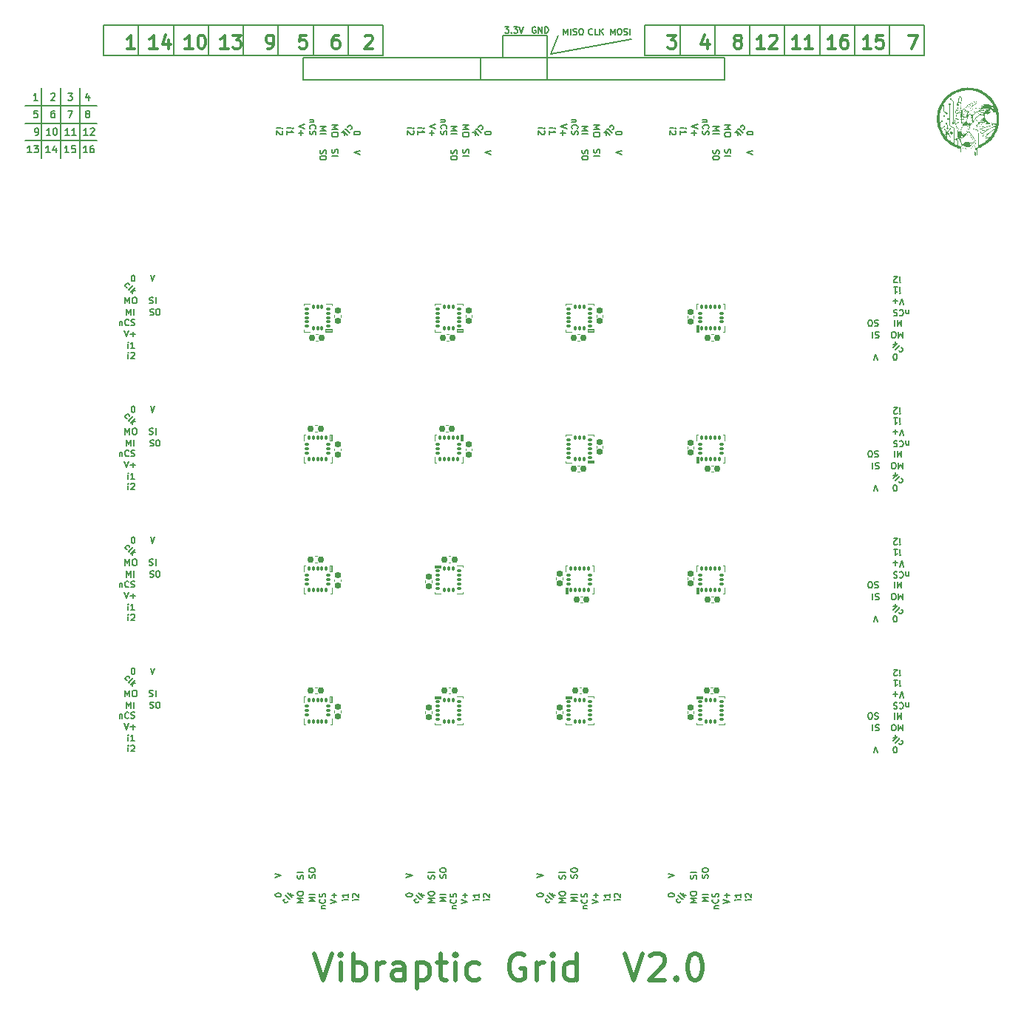
<source format=gto>
G04 #@! TF.GenerationSoftware,KiCad,Pcbnew,7.0.7-7.0.7~ubuntu22.04.1*
G04 #@! TF.CreationDate,2023-08-15T12:14:28+01:00*
G04 #@! TF.ProjectId,LIS3DH_array,4c495333-4448-45f6-9172-7261792e6b69,rev?*
G04 #@! TF.SameCoordinates,Original*
G04 #@! TF.FileFunction,Legend,Top*
G04 #@! TF.FilePolarity,Positive*
%FSLAX46Y46*%
G04 Gerber Fmt 4.6, Leading zero omitted, Abs format (unit mm)*
G04 Created by KiCad (PCBNEW 7.0.7-7.0.7~ubuntu22.04.1) date 2023-08-15 12:14:28*
%MOMM*%
%LPD*%
G01*
G04 APERTURE LIST*
G04 Aperture macros list*
%AMRoundRect*
0 Rectangle with rounded corners*
0 $1 Rounding radius*
0 $2 $3 $4 $5 $6 $7 $8 $9 X,Y pos of 4 corners*
0 Add a 4 corners polygon primitive as box body*
4,1,4,$2,$3,$4,$5,$6,$7,$8,$9,$2,$3,0*
0 Add four circle primitives for the rounded corners*
1,1,$1+$1,$2,$3*
1,1,$1+$1,$4,$5*
1,1,$1+$1,$6,$7*
1,1,$1+$1,$8,$9*
0 Add four rect primitives between the rounded corners*
20,1,$1+$1,$2,$3,$4,$5,0*
20,1,$1+$1,$4,$5,$6,$7,0*
20,1,$1+$1,$6,$7,$8,$9,0*
20,1,$1+$1,$8,$9,$2,$3,0*%
G04 Aperture macros list end*
%ADD10C,0.152400*%
%ADD11C,0.304800*%
%ADD12C,0.200000*%
%ADD13C,0.150000*%
%ADD14C,0.500000*%
%ADD15C,0.153000*%
%ADD16C,0.120000*%
%ADD17RoundRect,0.087500X0.187500X0.087500X-0.187500X0.087500X-0.187500X-0.087500X0.187500X-0.087500X0*%
%ADD18RoundRect,0.087500X0.087500X0.187500X-0.087500X0.187500X-0.087500X-0.187500X0.087500X-0.187500X0*%
%ADD19R,1.000000X1.000000*%
%ADD20O,1.000000X1.000000*%
%ADD21RoundRect,0.155000X-0.155000X0.212500X-0.155000X-0.212500X0.155000X-0.212500X0.155000X0.212500X0*%
%ADD22RoundRect,0.155000X0.212500X0.155000X-0.212500X0.155000X-0.212500X-0.155000X0.212500X-0.155000X0*%
%ADD23RoundRect,0.087500X-0.187500X-0.087500X0.187500X-0.087500X0.187500X0.087500X-0.187500X0.087500X0*%
%ADD24RoundRect,0.087500X-0.087500X-0.187500X0.087500X-0.187500X0.087500X0.187500X-0.087500X0.187500X0*%
%ADD25RoundRect,0.087500X-0.087500X0.187500X-0.087500X-0.187500X0.087500X-0.187500X0.087500X0.187500X0*%
%ADD26RoundRect,0.087500X-0.187500X0.087500X-0.187500X-0.087500X0.187500X-0.087500X0.187500X0.087500X0*%
%ADD27R,1.700000X1.700000*%
%ADD28O,1.700000X1.700000*%
%ADD29RoundRect,0.087500X0.087500X-0.187500X0.087500X0.187500X-0.087500X0.187500X-0.087500X-0.187500X0*%
%ADD30RoundRect,0.087500X0.187500X-0.087500X0.187500X0.087500X-0.187500X0.087500X-0.187500X-0.087500X0*%
%ADD31RoundRect,0.155000X0.155000X-0.212500X0.155000X0.212500X-0.155000X0.212500X-0.155000X-0.212500X0*%
%ADD32RoundRect,0.155000X-0.212500X-0.155000X0.212500X-0.155000X0.212500X0.155000X-0.212500X0.155000X0*%
G04 APERTURE END LIST*
D10*
X145500000Y-50000000D02*
X145500000Y-47000000D01*
X79500000Y-46500000D02*
X79500000Y-50000000D01*
X99500000Y-47000000D02*
X99500000Y-46500000D01*
X107500000Y-50000000D02*
X75500000Y-50000000D01*
X79500000Y-50000000D02*
X79500000Y-47000000D01*
X99500000Y-46500000D02*
X99500000Y-50000000D01*
X126300000Y-47675000D02*
X126300000Y-50225000D01*
X121225000Y-47675000D02*
X126300000Y-47675000D01*
X68400000Y-53750000D02*
X68400000Y-61750000D01*
X118700000Y-50225000D02*
X98375000Y-50225000D01*
X66500000Y-57750000D02*
X74750000Y-57750000D01*
X145500000Y-46500000D02*
X145500000Y-50000000D01*
X75500000Y-47000000D02*
X75500000Y-46500000D01*
X98375000Y-50225000D02*
X98375000Y-52775000D01*
X87500000Y-46500000D02*
X87500000Y-50000000D01*
X95500000Y-50000000D02*
X95500000Y-47000000D01*
X103500000Y-46500000D02*
X103500000Y-50000000D01*
X126725000Y-49775000D02*
X135900000Y-48150000D01*
X153500000Y-46500000D02*
X153500000Y-50000000D01*
X141500000Y-46500000D02*
X141500000Y-50000000D01*
X66500000Y-59750000D02*
X74750000Y-59750000D01*
X66500000Y-55750000D02*
X74750000Y-55750000D01*
X157500000Y-46500000D02*
X157500000Y-50000000D01*
X95500000Y-47000000D02*
X95500000Y-46500000D01*
X72750000Y-53750000D02*
X72750000Y-61750000D01*
X126300000Y-52775000D02*
X146625000Y-52750000D01*
X103500000Y-47000000D02*
X103500000Y-46500000D01*
X91500000Y-46500000D02*
X91500000Y-50000000D01*
X83500000Y-47000000D02*
X83500000Y-46500000D01*
X118700000Y-50225000D02*
X126300000Y-50225000D01*
X83500000Y-46500000D02*
X83500000Y-50000000D01*
X118700000Y-52750000D02*
X118700000Y-50225000D01*
X91500000Y-47000000D02*
X91500000Y-46500000D01*
X99500000Y-50000000D02*
X99500000Y-47000000D01*
X126300000Y-50225000D02*
X126300000Y-52775000D01*
X161500000Y-46500000D02*
X161500000Y-50000000D01*
X91500000Y-50000000D02*
X91500000Y-47000000D01*
X83500000Y-50000000D02*
X83500000Y-47000000D01*
X118700000Y-52750000D02*
X126300000Y-52775000D01*
X98375000Y-52775000D02*
X118700000Y-52750000D01*
X169500000Y-50000000D02*
X137500000Y-50000000D01*
X165500000Y-46500000D02*
X165500000Y-50000000D01*
X169500000Y-46500000D02*
X137500000Y-46500000D01*
X137500000Y-50000000D02*
X137500000Y-46500000D01*
X70600000Y-53750000D02*
X70600000Y-61750000D01*
X169500000Y-46500000D02*
X169500000Y-50000000D01*
X121225000Y-50200000D02*
X121225000Y-47675000D01*
X75500000Y-50000000D02*
X75500000Y-47000000D01*
X165500000Y-50000000D02*
X165500000Y-47000000D01*
X75500000Y-46500000D02*
X107500000Y-46500000D01*
X87500000Y-50000000D02*
X87500000Y-47000000D01*
X146625000Y-50225000D02*
X126300000Y-50225000D01*
X161500000Y-50000000D02*
X161500000Y-47000000D01*
X87500000Y-47000000D02*
X87500000Y-46500000D01*
X79500000Y-47000000D02*
X79500000Y-46500000D01*
X107500000Y-46500000D02*
X107500000Y-50000000D01*
X141500000Y-50000000D02*
X141500000Y-47000000D01*
X126725000Y-49775000D02*
X127525000Y-47675000D01*
X103500000Y-50000000D02*
X103500000Y-47000000D01*
X149500000Y-46500000D02*
X149500000Y-50000000D01*
X149500000Y-50000000D02*
X149500000Y-47000000D01*
X153500000Y-50000000D02*
X153500000Y-47000000D01*
X157500000Y-50000000D02*
X157500000Y-47000000D01*
X146625000Y-52750000D02*
X146625000Y-50225000D01*
X95500000Y-46500000D02*
X95500000Y-50000000D01*
D11*
X140079383Y-47665181D02*
X141022811Y-47665181D01*
X141022811Y-47665181D02*
X140514811Y-48245752D01*
X140514811Y-48245752D02*
X140732526Y-48245752D01*
X140732526Y-48245752D02*
X140877669Y-48318324D01*
X140877669Y-48318324D02*
X140950240Y-48390895D01*
X140950240Y-48390895D02*
X141022811Y-48536038D01*
X141022811Y-48536038D02*
X141022811Y-48898895D01*
X141022811Y-48898895D02*
X140950240Y-49044038D01*
X140950240Y-49044038D02*
X140877669Y-49116610D01*
X140877669Y-49116610D02*
X140732526Y-49189181D01*
X140732526Y-49189181D02*
X140297097Y-49189181D01*
X140297097Y-49189181D02*
X140151954Y-49116610D01*
X140151954Y-49116610D02*
X140079383Y-49044038D01*
X144651384Y-48173181D02*
X144651384Y-49189181D01*
X144288526Y-47592610D02*
X143925669Y-48681181D01*
X143925669Y-48681181D02*
X144869098Y-48681181D01*
X147989670Y-48318324D02*
X147844527Y-48245752D01*
X147844527Y-48245752D02*
X147771956Y-48173181D01*
X147771956Y-48173181D02*
X147699384Y-48028038D01*
X147699384Y-48028038D02*
X147699384Y-47955467D01*
X147699384Y-47955467D02*
X147771956Y-47810324D01*
X147771956Y-47810324D02*
X147844527Y-47737752D01*
X147844527Y-47737752D02*
X147989670Y-47665181D01*
X147989670Y-47665181D02*
X148279956Y-47665181D01*
X148279956Y-47665181D02*
X148425099Y-47737752D01*
X148425099Y-47737752D02*
X148497670Y-47810324D01*
X148497670Y-47810324D02*
X148570241Y-47955467D01*
X148570241Y-47955467D02*
X148570241Y-48028038D01*
X148570241Y-48028038D02*
X148497670Y-48173181D01*
X148497670Y-48173181D02*
X148425099Y-48245752D01*
X148425099Y-48245752D02*
X148279956Y-48318324D01*
X148279956Y-48318324D02*
X147989670Y-48318324D01*
X147989670Y-48318324D02*
X147844527Y-48390895D01*
X147844527Y-48390895D02*
X147771956Y-48463467D01*
X147771956Y-48463467D02*
X147699384Y-48608610D01*
X147699384Y-48608610D02*
X147699384Y-48898895D01*
X147699384Y-48898895D02*
X147771956Y-49044038D01*
X147771956Y-49044038D02*
X147844527Y-49116610D01*
X147844527Y-49116610D02*
X147989670Y-49189181D01*
X147989670Y-49189181D02*
X148279956Y-49189181D01*
X148279956Y-49189181D02*
X148425099Y-49116610D01*
X148425099Y-49116610D02*
X148497670Y-49044038D01*
X148497670Y-49044038D02*
X148570241Y-48898895D01*
X148570241Y-48898895D02*
X148570241Y-48608610D01*
X148570241Y-48608610D02*
X148497670Y-48463467D01*
X148497670Y-48463467D02*
X148425099Y-48390895D01*
X148425099Y-48390895D02*
X148279956Y-48318324D01*
X151182813Y-49189181D02*
X150311956Y-49189181D01*
X150747385Y-49189181D02*
X150747385Y-47665181D01*
X150747385Y-47665181D02*
X150602242Y-47882895D01*
X150602242Y-47882895D02*
X150457099Y-48028038D01*
X150457099Y-48028038D02*
X150311956Y-48100610D01*
X151763385Y-47810324D02*
X151835957Y-47737752D01*
X151835957Y-47737752D02*
X151981100Y-47665181D01*
X151981100Y-47665181D02*
X152343957Y-47665181D01*
X152343957Y-47665181D02*
X152489100Y-47737752D01*
X152489100Y-47737752D02*
X152561671Y-47810324D01*
X152561671Y-47810324D02*
X152634242Y-47955467D01*
X152634242Y-47955467D02*
X152634242Y-48100610D01*
X152634242Y-48100610D02*
X152561671Y-48318324D01*
X152561671Y-48318324D02*
X151690814Y-49189181D01*
X151690814Y-49189181D02*
X152634242Y-49189181D01*
X155246814Y-49189181D02*
X154375957Y-49189181D01*
X154811386Y-49189181D02*
X154811386Y-47665181D01*
X154811386Y-47665181D02*
X154666243Y-47882895D01*
X154666243Y-47882895D02*
X154521100Y-48028038D01*
X154521100Y-48028038D02*
X154375957Y-48100610D01*
X156698243Y-49189181D02*
X155827386Y-49189181D01*
X156262815Y-49189181D02*
X156262815Y-47665181D01*
X156262815Y-47665181D02*
X156117672Y-47882895D01*
X156117672Y-47882895D02*
X155972529Y-48028038D01*
X155972529Y-48028038D02*
X155827386Y-48100610D01*
X159310815Y-49189181D02*
X158439958Y-49189181D01*
X158875387Y-49189181D02*
X158875387Y-47665181D01*
X158875387Y-47665181D02*
X158730244Y-47882895D01*
X158730244Y-47882895D02*
X158585101Y-48028038D01*
X158585101Y-48028038D02*
X158439958Y-48100610D01*
X160617102Y-47665181D02*
X160326816Y-47665181D01*
X160326816Y-47665181D02*
X160181673Y-47737752D01*
X160181673Y-47737752D02*
X160109102Y-47810324D01*
X160109102Y-47810324D02*
X159963959Y-48028038D01*
X159963959Y-48028038D02*
X159891387Y-48318324D01*
X159891387Y-48318324D02*
X159891387Y-48898895D01*
X159891387Y-48898895D02*
X159963959Y-49044038D01*
X159963959Y-49044038D02*
X160036530Y-49116610D01*
X160036530Y-49116610D02*
X160181673Y-49189181D01*
X160181673Y-49189181D02*
X160471959Y-49189181D01*
X160471959Y-49189181D02*
X160617102Y-49116610D01*
X160617102Y-49116610D02*
X160689673Y-49044038D01*
X160689673Y-49044038D02*
X160762244Y-48898895D01*
X160762244Y-48898895D02*
X160762244Y-48536038D01*
X160762244Y-48536038D02*
X160689673Y-48390895D01*
X160689673Y-48390895D02*
X160617102Y-48318324D01*
X160617102Y-48318324D02*
X160471959Y-48245752D01*
X160471959Y-48245752D02*
X160181673Y-48245752D01*
X160181673Y-48245752D02*
X160036530Y-48318324D01*
X160036530Y-48318324D02*
X159963959Y-48390895D01*
X159963959Y-48390895D02*
X159891387Y-48536038D01*
X163374816Y-49189181D02*
X162503959Y-49189181D01*
X162939388Y-49189181D02*
X162939388Y-47665181D01*
X162939388Y-47665181D02*
X162794245Y-47882895D01*
X162794245Y-47882895D02*
X162649102Y-48028038D01*
X162649102Y-48028038D02*
X162503959Y-48100610D01*
X164753674Y-47665181D02*
X164027960Y-47665181D01*
X164027960Y-47665181D02*
X163955388Y-48390895D01*
X163955388Y-48390895D02*
X164027960Y-48318324D01*
X164027960Y-48318324D02*
X164173103Y-48245752D01*
X164173103Y-48245752D02*
X164535960Y-48245752D01*
X164535960Y-48245752D02*
X164681103Y-48318324D01*
X164681103Y-48318324D02*
X164753674Y-48390895D01*
X164753674Y-48390895D02*
X164826245Y-48536038D01*
X164826245Y-48536038D02*
X164826245Y-48898895D01*
X164826245Y-48898895D02*
X164753674Y-49044038D01*
X164753674Y-49044038D02*
X164681103Y-49116610D01*
X164681103Y-49116610D02*
X164535960Y-49189181D01*
X164535960Y-49189181D02*
X164173103Y-49189181D01*
X164173103Y-49189181D02*
X164027960Y-49116610D01*
X164027960Y-49116610D02*
X163955388Y-49044038D01*
X167656532Y-47665181D02*
X168672532Y-47665181D01*
X168672532Y-47665181D02*
X168019389Y-49189181D01*
D12*
X67950625Y-55109695D02*
X67493482Y-55109695D01*
X67722054Y-55109695D02*
X67722054Y-54309695D01*
X67722054Y-54309695D02*
X67645863Y-54423980D01*
X67645863Y-54423980D02*
X67569673Y-54500171D01*
X67569673Y-54500171D02*
X67493482Y-54538266D01*
X69474435Y-54385885D02*
X69512531Y-54347790D01*
X69512531Y-54347790D02*
X69588721Y-54309695D01*
X69588721Y-54309695D02*
X69779197Y-54309695D01*
X69779197Y-54309695D02*
X69855388Y-54347790D01*
X69855388Y-54347790D02*
X69893483Y-54385885D01*
X69893483Y-54385885D02*
X69931578Y-54462076D01*
X69931578Y-54462076D02*
X69931578Y-54538266D01*
X69931578Y-54538266D02*
X69893483Y-54652552D01*
X69893483Y-54652552D02*
X69436340Y-55109695D01*
X69436340Y-55109695D02*
X69931578Y-55109695D01*
X71417293Y-54309695D02*
X71912531Y-54309695D01*
X71912531Y-54309695D02*
X71645865Y-54614457D01*
X71645865Y-54614457D02*
X71760150Y-54614457D01*
X71760150Y-54614457D02*
X71836341Y-54652552D01*
X71836341Y-54652552D02*
X71874436Y-54690647D01*
X71874436Y-54690647D02*
X71912531Y-54766838D01*
X71912531Y-54766838D02*
X71912531Y-54957314D01*
X71912531Y-54957314D02*
X71874436Y-55033504D01*
X71874436Y-55033504D02*
X71836341Y-55071600D01*
X71836341Y-55071600D02*
X71760150Y-55109695D01*
X71760150Y-55109695D02*
X71531579Y-55109695D01*
X71531579Y-55109695D02*
X71455388Y-55071600D01*
X71455388Y-55071600D02*
X71417293Y-55033504D01*
X73817294Y-54576361D02*
X73817294Y-55109695D01*
X73626818Y-54271600D02*
X73436341Y-54843028D01*
X73436341Y-54843028D02*
X73931580Y-54843028D01*
D13*
X121466667Y-46706533D02*
X121900000Y-46706533D01*
X121900000Y-46706533D02*
X121666667Y-46973200D01*
X121666667Y-46973200D02*
X121766667Y-46973200D01*
X121766667Y-46973200D02*
X121833333Y-47006533D01*
X121833333Y-47006533D02*
X121866667Y-47039866D01*
X121866667Y-47039866D02*
X121900000Y-47106533D01*
X121900000Y-47106533D02*
X121900000Y-47273200D01*
X121900000Y-47273200D02*
X121866667Y-47339866D01*
X121866667Y-47339866D02*
X121833333Y-47373200D01*
X121833333Y-47373200D02*
X121766667Y-47406533D01*
X121766667Y-47406533D02*
X121566667Y-47406533D01*
X121566667Y-47406533D02*
X121500000Y-47373200D01*
X121500000Y-47373200D02*
X121466667Y-47339866D01*
X122200000Y-47339866D02*
X122233334Y-47373200D01*
X122233334Y-47373200D02*
X122200000Y-47406533D01*
X122200000Y-47406533D02*
X122166667Y-47373200D01*
X122166667Y-47373200D02*
X122200000Y-47339866D01*
X122200000Y-47339866D02*
X122200000Y-47406533D01*
X122466667Y-46706533D02*
X122900000Y-46706533D01*
X122900000Y-46706533D02*
X122666667Y-46973200D01*
X122666667Y-46973200D02*
X122766667Y-46973200D01*
X122766667Y-46973200D02*
X122833333Y-47006533D01*
X122833333Y-47006533D02*
X122866667Y-47039866D01*
X122866667Y-47039866D02*
X122900000Y-47106533D01*
X122900000Y-47106533D02*
X122900000Y-47273200D01*
X122900000Y-47273200D02*
X122866667Y-47339866D01*
X122866667Y-47339866D02*
X122833333Y-47373200D01*
X122833333Y-47373200D02*
X122766667Y-47406533D01*
X122766667Y-47406533D02*
X122566667Y-47406533D01*
X122566667Y-47406533D02*
X122500000Y-47373200D01*
X122500000Y-47373200D02*
X122466667Y-47339866D01*
X123100000Y-46706533D02*
X123333334Y-47406533D01*
X123333334Y-47406533D02*
X123566667Y-46706533D01*
X133575000Y-47606533D02*
X133575000Y-46906533D01*
X133575000Y-46906533D02*
X133808334Y-47406533D01*
X133808334Y-47406533D02*
X134041667Y-46906533D01*
X134041667Y-46906533D02*
X134041667Y-47606533D01*
X134508334Y-46906533D02*
X134641667Y-46906533D01*
X134641667Y-46906533D02*
X134708334Y-46939866D01*
X134708334Y-46939866D02*
X134775000Y-47006533D01*
X134775000Y-47006533D02*
X134808334Y-47139866D01*
X134808334Y-47139866D02*
X134808334Y-47373200D01*
X134808334Y-47373200D02*
X134775000Y-47506533D01*
X134775000Y-47506533D02*
X134708334Y-47573200D01*
X134708334Y-47573200D02*
X134641667Y-47606533D01*
X134641667Y-47606533D02*
X134508334Y-47606533D01*
X134508334Y-47606533D02*
X134441667Y-47573200D01*
X134441667Y-47573200D02*
X134375000Y-47506533D01*
X134375000Y-47506533D02*
X134341667Y-47373200D01*
X134341667Y-47373200D02*
X134341667Y-47139866D01*
X134341667Y-47139866D02*
X134375000Y-47006533D01*
X134375000Y-47006533D02*
X134441667Y-46939866D01*
X134441667Y-46939866D02*
X134508334Y-46906533D01*
X135075000Y-47573200D02*
X135175000Y-47606533D01*
X135175000Y-47606533D02*
X135341667Y-47606533D01*
X135341667Y-47606533D02*
X135408333Y-47573200D01*
X135408333Y-47573200D02*
X135441667Y-47539866D01*
X135441667Y-47539866D02*
X135475000Y-47473200D01*
X135475000Y-47473200D02*
X135475000Y-47406533D01*
X135475000Y-47406533D02*
X135441667Y-47339866D01*
X135441667Y-47339866D02*
X135408333Y-47306533D01*
X135408333Y-47306533D02*
X135341667Y-47273200D01*
X135341667Y-47273200D02*
X135208333Y-47239866D01*
X135208333Y-47239866D02*
X135141667Y-47206533D01*
X135141667Y-47206533D02*
X135108333Y-47173200D01*
X135108333Y-47173200D02*
X135075000Y-47106533D01*
X135075000Y-47106533D02*
X135075000Y-47039866D01*
X135075000Y-47039866D02*
X135108333Y-46973200D01*
X135108333Y-46973200D02*
X135141667Y-46939866D01*
X135141667Y-46939866D02*
X135208333Y-46906533D01*
X135208333Y-46906533D02*
X135375000Y-46906533D01*
X135375000Y-46906533D02*
X135475000Y-46939866D01*
X135775000Y-47606533D02*
X135775000Y-46906533D01*
X131458333Y-47539866D02*
X131425000Y-47573200D01*
X131425000Y-47573200D02*
X131325000Y-47606533D01*
X131325000Y-47606533D02*
X131258333Y-47606533D01*
X131258333Y-47606533D02*
X131158333Y-47573200D01*
X131158333Y-47573200D02*
X131091667Y-47506533D01*
X131091667Y-47506533D02*
X131058333Y-47439866D01*
X131058333Y-47439866D02*
X131025000Y-47306533D01*
X131025000Y-47306533D02*
X131025000Y-47206533D01*
X131025000Y-47206533D02*
X131058333Y-47073200D01*
X131058333Y-47073200D02*
X131091667Y-47006533D01*
X131091667Y-47006533D02*
X131158333Y-46939866D01*
X131158333Y-46939866D02*
X131258333Y-46906533D01*
X131258333Y-46906533D02*
X131325000Y-46906533D01*
X131325000Y-46906533D02*
X131425000Y-46939866D01*
X131425000Y-46939866D02*
X131458333Y-46973200D01*
X132091667Y-47606533D02*
X131758333Y-47606533D01*
X131758333Y-47606533D02*
X131758333Y-46906533D01*
X132325000Y-47606533D02*
X132325000Y-46906533D01*
X132725000Y-47606533D02*
X132425000Y-47206533D01*
X132725000Y-46906533D02*
X132325000Y-47306533D01*
D14*
X99642857Y-152861857D02*
X100642857Y-155861857D01*
X100642857Y-155861857D02*
X101642857Y-152861857D01*
X102642857Y-155861857D02*
X102642857Y-153861857D01*
X102642857Y-152861857D02*
X102500000Y-153004714D01*
X102500000Y-153004714D02*
X102642857Y-153147571D01*
X102642857Y-153147571D02*
X102785714Y-153004714D01*
X102785714Y-153004714D02*
X102642857Y-152861857D01*
X102642857Y-152861857D02*
X102642857Y-153147571D01*
X104071428Y-155861857D02*
X104071428Y-152861857D01*
X104071428Y-154004714D02*
X104357143Y-153861857D01*
X104357143Y-153861857D02*
X104928571Y-153861857D01*
X104928571Y-153861857D02*
X105214285Y-154004714D01*
X105214285Y-154004714D02*
X105357143Y-154147571D01*
X105357143Y-154147571D02*
X105500000Y-154433285D01*
X105500000Y-154433285D02*
X105500000Y-155290428D01*
X105500000Y-155290428D02*
X105357143Y-155576142D01*
X105357143Y-155576142D02*
X105214285Y-155719000D01*
X105214285Y-155719000D02*
X104928571Y-155861857D01*
X104928571Y-155861857D02*
X104357143Y-155861857D01*
X104357143Y-155861857D02*
X104071428Y-155719000D01*
X106785714Y-155861857D02*
X106785714Y-153861857D01*
X106785714Y-154433285D02*
X106928571Y-154147571D01*
X106928571Y-154147571D02*
X107071429Y-154004714D01*
X107071429Y-154004714D02*
X107357143Y-153861857D01*
X107357143Y-153861857D02*
X107642857Y-153861857D01*
X109928572Y-155861857D02*
X109928572Y-154290428D01*
X109928572Y-154290428D02*
X109785714Y-154004714D01*
X109785714Y-154004714D02*
X109500000Y-153861857D01*
X109500000Y-153861857D02*
X108928572Y-153861857D01*
X108928572Y-153861857D02*
X108642857Y-154004714D01*
X109928572Y-155719000D02*
X109642857Y-155861857D01*
X109642857Y-155861857D02*
X108928572Y-155861857D01*
X108928572Y-155861857D02*
X108642857Y-155719000D01*
X108642857Y-155719000D02*
X108500000Y-155433285D01*
X108500000Y-155433285D02*
X108500000Y-155147571D01*
X108500000Y-155147571D02*
X108642857Y-154861857D01*
X108642857Y-154861857D02*
X108928572Y-154719000D01*
X108928572Y-154719000D02*
X109642857Y-154719000D01*
X109642857Y-154719000D02*
X109928572Y-154576142D01*
X111357143Y-153861857D02*
X111357143Y-156861857D01*
X111357143Y-154004714D02*
X111642858Y-153861857D01*
X111642858Y-153861857D02*
X112214286Y-153861857D01*
X112214286Y-153861857D02*
X112500000Y-154004714D01*
X112500000Y-154004714D02*
X112642858Y-154147571D01*
X112642858Y-154147571D02*
X112785715Y-154433285D01*
X112785715Y-154433285D02*
X112785715Y-155290428D01*
X112785715Y-155290428D02*
X112642858Y-155576142D01*
X112642858Y-155576142D02*
X112500000Y-155719000D01*
X112500000Y-155719000D02*
X112214286Y-155861857D01*
X112214286Y-155861857D02*
X111642858Y-155861857D01*
X111642858Y-155861857D02*
X111357143Y-155719000D01*
X113642858Y-153861857D02*
X114785715Y-153861857D01*
X114071429Y-152861857D02*
X114071429Y-155433285D01*
X114071429Y-155433285D02*
X114214286Y-155719000D01*
X114214286Y-155719000D02*
X114500001Y-155861857D01*
X114500001Y-155861857D02*
X114785715Y-155861857D01*
X115785715Y-155861857D02*
X115785715Y-153861857D01*
X115785715Y-152861857D02*
X115642858Y-153004714D01*
X115642858Y-153004714D02*
X115785715Y-153147571D01*
X115785715Y-153147571D02*
X115928572Y-153004714D01*
X115928572Y-153004714D02*
X115785715Y-152861857D01*
X115785715Y-152861857D02*
X115785715Y-153147571D01*
X118500001Y-155719000D02*
X118214286Y-155861857D01*
X118214286Y-155861857D02*
X117642858Y-155861857D01*
X117642858Y-155861857D02*
X117357143Y-155719000D01*
X117357143Y-155719000D02*
X117214286Y-155576142D01*
X117214286Y-155576142D02*
X117071429Y-155290428D01*
X117071429Y-155290428D02*
X117071429Y-154433285D01*
X117071429Y-154433285D02*
X117214286Y-154147571D01*
X117214286Y-154147571D02*
X117357143Y-154004714D01*
X117357143Y-154004714D02*
X117642858Y-153861857D01*
X117642858Y-153861857D02*
X118214286Y-153861857D01*
X118214286Y-153861857D02*
X118500001Y-154004714D01*
X123642858Y-153004714D02*
X123357144Y-152861857D01*
X123357144Y-152861857D02*
X122928572Y-152861857D01*
X122928572Y-152861857D02*
X122500001Y-153004714D01*
X122500001Y-153004714D02*
X122214286Y-153290428D01*
X122214286Y-153290428D02*
X122071429Y-153576142D01*
X122071429Y-153576142D02*
X121928572Y-154147571D01*
X121928572Y-154147571D02*
X121928572Y-154576142D01*
X121928572Y-154576142D02*
X122071429Y-155147571D01*
X122071429Y-155147571D02*
X122214286Y-155433285D01*
X122214286Y-155433285D02*
X122500001Y-155719000D01*
X122500001Y-155719000D02*
X122928572Y-155861857D01*
X122928572Y-155861857D02*
X123214286Y-155861857D01*
X123214286Y-155861857D02*
X123642858Y-155719000D01*
X123642858Y-155719000D02*
X123785715Y-155576142D01*
X123785715Y-155576142D02*
X123785715Y-154576142D01*
X123785715Y-154576142D02*
X123214286Y-154576142D01*
X125071429Y-155861857D02*
X125071429Y-153861857D01*
X125071429Y-154433285D02*
X125214286Y-154147571D01*
X125214286Y-154147571D02*
X125357144Y-154004714D01*
X125357144Y-154004714D02*
X125642858Y-153861857D01*
X125642858Y-153861857D02*
X125928572Y-153861857D01*
X126928572Y-155861857D02*
X126928572Y-153861857D01*
X126928572Y-152861857D02*
X126785715Y-153004714D01*
X126785715Y-153004714D02*
X126928572Y-153147571D01*
X126928572Y-153147571D02*
X127071429Y-153004714D01*
X127071429Y-153004714D02*
X126928572Y-152861857D01*
X126928572Y-152861857D02*
X126928572Y-153147571D01*
X129642858Y-155861857D02*
X129642858Y-152861857D01*
X129642858Y-155719000D02*
X129357143Y-155861857D01*
X129357143Y-155861857D02*
X128785715Y-155861857D01*
X128785715Y-155861857D02*
X128500000Y-155719000D01*
X128500000Y-155719000D02*
X128357143Y-155576142D01*
X128357143Y-155576142D02*
X128214286Y-155290428D01*
X128214286Y-155290428D02*
X128214286Y-154433285D01*
X128214286Y-154433285D02*
X128357143Y-154147571D01*
X128357143Y-154147571D02*
X128500000Y-154004714D01*
X128500000Y-154004714D02*
X128785715Y-153861857D01*
X128785715Y-153861857D02*
X129357143Y-153861857D01*
X129357143Y-153861857D02*
X129642858Y-154004714D01*
X135214286Y-152861857D02*
X136214286Y-155861857D01*
X136214286Y-155861857D02*
X137214286Y-152861857D01*
X138071429Y-153147571D02*
X138214286Y-153004714D01*
X138214286Y-153004714D02*
X138500001Y-152861857D01*
X138500001Y-152861857D02*
X139214286Y-152861857D01*
X139214286Y-152861857D02*
X139500001Y-153004714D01*
X139500001Y-153004714D02*
X139642858Y-153147571D01*
X139642858Y-153147571D02*
X139785715Y-153433285D01*
X139785715Y-153433285D02*
X139785715Y-153719000D01*
X139785715Y-153719000D02*
X139642858Y-154147571D01*
X139642858Y-154147571D02*
X137928572Y-155861857D01*
X137928572Y-155861857D02*
X139785715Y-155861857D01*
X141071429Y-155576142D02*
X141214286Y-155719000D01*
X141214286Y-155719000D02*
X141071429Y-155861857D01*
X141071429Y-155861857D02*
X140928572Y-155719000D01*
X140928572Y-155719000D02*
X141071429Y-155576142D01*
X141071429Y-155576142D02*
X141071429Y-155861857D01*
X143071429Y-152861857D02*
X143357143Y-152861857D01*
X143357143Y-152861857D02*
X143642857Y-153004714D01*
X143642857Y-153004714D02*
X143785715Y-153147571D01*
X143785715Y-153147571D02*
X143928572Y-153433285D01*
X143928572Y-153433285D02*
X144071429Y-154004714D01*
X144071429Y-154004714D02*
X144071429Y-154719000D01*
X144071429Y-154719000D02*
X143928572Y-155290428D01*
X143928572Y-155290428D02*
X143785715Y-155576142D01*
X143785715Y-155576142D02*
X143642857Y-155719000D01*
X143642857Y-155719000D02*
X143357143Y-155861857D01*
X143357143Y-155861857D02*
X143071429Y-155861857D01*
X143071429Y-155861857D02*
X142785715Y-155719000D01*
X142785715Y-155719000D02*
X142642857Y-155576142D01*
X142642857Y-155576142D02*
X142500000Y-155290428D01*
X142500000Y-155290428D02*
X142357143Y-154719000D01*
X142357143Y-154719000D02*
X142357143Y-154004714D01*
X142357143Y-154004714D02*
X142500000Y-153433285D01*
X142500000Y-153433285D02*
X142642857Y-153147571D01*
X142642857Y-153147571D02*
X142785715Y-153004714D01*
X142785715Y-153004714D02*
X143071429Y-152861857D01*
D12*
X67241101Y-61109695D02*
X66783958Y-61109695D01*
X67012530Y-61109695D02*
X67012530Y-60309695D01*
X67012530Y-60309695D02*
X66936339Y-60423980D01*
X66936339Y-60423980D02*
X66860149Y-60500171D01*
X66860149Y-60500171D02*
X66783958Y-60538266D01*
X67507768Y-60309695D02*
X68003006Y-60309695D01*
X68003006Y-60309695D02*
X67736340Y-60614457D01*
X67736340Y-60614457D02*
X67850625Y-60614457D01*
X67850625Y-60614457D02*
X67926816Y-60652552D01*
X67926816Y-60652552D02*
X67964911Y-60690647D01*
X67964911Y-60690647D02*
X68003006Y-60766838D01*
X68003006Y-60766838D02*
X68003006Y-60957314D01*
X68003006Y-60957314D02*
X67964911Y-61033504D01*
X67964911Y-61033504D02*
X67926816Y-61071600D01*
X67926816Y-61071600D02*
X67850625Y-61109695D01*
X67850625Y-61109695D02*
X67622054Y-61109695D01*
X67622054Y-61109695D02*
X67545863Y-61071600D01*
X67545863Y-61071600D02*
X67507768Y-61033504D01*
X69374435Y-61109695D02*
X68917292Y-61109695D01*
X69145864Y-61109695D02*
X69145864Y-60309695D01*
X69145864Y-60309695D02*
X69069673Y-60423980D01*
X69069673Y-60423980D02*
X68993483Y-60500171D01*
X68993483Y-60500171D02*
X68917292Y-60538266D01*
X70060150Y-60576361D02*
X70060150Y-61109695D01*
X69869674Y-60271600D02*
X69679197Y-60843028D01*
X69679197Y-60843028D02*
X70174436Y-60843028D01*
X71507769Y-61109695D02*
X71050626Y-61109695D01*
X71279198Y-61109695D02*
X71279198Y-60309695D01*
X71279198Y-60309695D02*
X71203007Y-60423980D01*
X71203007Y-60423980D02*
X71126817Y-60500171D01*
X71126817Y-60500171D02*
X71050626Y-60538266D01*
X72231579Y-60309695D02*
X71850627Y-60309695D01*
X71850627Y-60309695D02*
X71812531Y-60690647D01*
X71812531Y-60690647D02*
X71850627Y-60652552D01*
X71850627Y-60652552D02*
X71926817Y-60614457D01*
X71926817Y-60614457D02*
X72117293Y-60614457D01*
X72117293Y-60614457D02*
X72193484Y-60652552D01*
X72193484Y-60652552D02*
X72231579Y-60690647D01*
X72231579Y-60690647D02*
X72269674Y-60766838D01*
X72269674Y-60766838D02*
X72269674Y-60957314D01*
X72269674Y-60957314D02*
X72231579Y-61033504D01*
X72231579Y-61033504D02*
X72193484Y-61071600D01*
X72193484Y-61071600D02*
X72117293Y-61109695D01*
X72117293Y-61109695D02*
X71926817Y-61109695D01*
X71926817Y-61109695D02*
X71850627Y-61071600D01*
X71850627Y-61071600D02*
X71812531Y-61033504D01*
X73641103Y-61109695D02*
X73183960Y-61109695D01*
X73412532Y-61109695D02*
X73412532Y-60309695D01*
X73412532Y-60309695D02*
X73336341Y-60423980D01*
X73336341Y-60423980D02*
X73260151Y-60500171D01*
X73260151Y-60500171D02*
X73183960Y-60538266D01*
X74326818Y-60309695D02*
X74174437Y-60309695D01*
X74174437Y-60309695D02*
X74098246Y-60347790D01*
X74098246Y-60347790D02*
X74060151Y-60385885D01*
X74060151Y-60385885D02*
X73983961Y-60500171D01*
X73983961Y-60500171D02*
X73945865Y-60652552D01*
X73945865Y-60652552D02*
X73945865Y-60957314D01*
X73945865Y-60957314D02*
X73983961Y-61033504D01*
X73983961Y-61033504D02*
X74022056Y-61071600D01*
X74022056Y-61071600D02*
X74098246Y-61109695D01*
X74098246Y-61109695D02*
X74250627Y-61109695D01*
X74250627Y-61109695D02*
X74326818Y-61071600D01*
X74326818Y-61071600D02*
X74364913Y-61033504D01*
X74364913Y-61033504D02*
X74403008Y-60957314D01*
X74403008Y-60957314D02*
X74403008Y-60766838D01*
X74403008Y-60766838D02*
X74364913Y-60690647D01*
X74364913Y-60690647D02*
X74326818Y-60652552D01*
X74326818Y-60652552D02*
X74250627Y-60614457D01*
X74250627Y-60614457D02*
X74098246Y-60614457D01*
X74098246Y-60614457D02*
X74022056Y-60652552D01*
X74022056Y-60652552D02*
X73983961Y-60690647D01*
X73983961Y-60690647D02*
X73945865Y-60766838D01*
X67912530Y-56309695D02*
X67531578Y-56309695D01*
X67531578Y-56309695D02*
X67493482Y-56690647D01*
X67493482Y-56690647D02*
X67531578Y-56652552D01*
X67531578Y-56652552D02*
X67607768Y-56614457D01*
X67607768Y-56614457D02*
X67798244Y-56614457D01*
X67798244Y-56614457D02*
X67874435Y-56652552D01*
X67874435Y-56652552D02*
X67912530Y-56690647D01*
X67912530Y-56690647D02*
X67950625Y-56766838D01*
X67950625Y-56766838D02*
X67950625Y-56957314D01*
X67950625Y-56957314D02*
X67912530Y-57033504D01*
X67912530Y-57033504D02*
X67874435Y-57071600D01*
X67874435Y-57071600D02*
X67798244Y-57109695D01*
X67798244Y-57109695D02*
X67607768Y-57109695D01*
X67607768Y-57109695D02*
X67531578Y-57071600D01*
X67531578Y-57071600D02*
X67493482Y-57033504D01*
X69855388Y-56309695D02*
X69703007Y-56309695D01*
X69703007Y-56309695D02*
X69626816Y-56347790D01*
X69626816Y-56347790D02*
X69588721Y-56385885D01*
X69588721Y-56385885D02*
X69512531Y-56500171D01*
X69512531Y-56500171D02*
X69474435Y-56652552D01*
X69474435Y-56652552D02*
X69474435Y-56957314D01*
X69474435Y-56957314D02*
X69512531Y-57033504D01*
X69512531Y-57033504D02*
X69550626Y-57071600D01*
X69550626Y-57071600D02*
X69626816Y-57109695D01*
X69626816Y-57109695D02*
X69779197Y-57109695D01*
X69779197Y-57109695D02*
X69855388Y-57071600D01*
X69855388Y-57071600D02*
X69893483Y-57033504D01*
X69893483Y-57033504D02*
X69931578Y-56957314D01*
X69931578Y-56957314D02*
X69931578Y-56766838D01*
X69931578Y-56766838D02*
X69893483Y-56690647D01*
X69893483Y-56690647D02*
X69855388Y-56652552D01*
X69855388Y-56652552D02*
X69779197Y-56614457D01*
X69779197Y-56614457D02*
X69626816Y-56614457D01*
X69626816Y-56614457D02*
X69550626Y-56652552D01*
X69550626Y-56652552D02*
X69512531Y-56690647D01*
X69512531Y-56690647D02*
X69474435Y-56766838D01*
X71417293Y-56309695D02*
X71950627Y-56309695D01*
X71950627Y-56309695D02*
X71607769Y-57109695D01*
X73588722Y-56652552D02*
X73512532Y-56614457D01*
X73512532Y-56614457D02*
X73474437Y-56576361D01*
X73474437Y-56576361D02*
X73436341Y-56500171D01*
X73436341Y-56500171D02*
X73436341Y-56462076D01*
X73436341Y-56462076D02*
X73474437Y-56385885D01*
X73474437Y-56385885D02*
X73512532Y-56347790D01*
X73512532Y-56347790D02*
X73588722Y-56309695D01*
X73588722Y-56309695D02*
X73741103Y-56309695D01*
X73741103Y-56309695D02*
X73817294Y-56347790D01*
X73817294Y-56347790D02*
X73855389Y-56385885D01*
X73855389Y-56385885D02*
X73893484Y-56462076D01*
X73893484Y-56462076D02*
X73893484Y-56500171D01*
X73893484Y-56500171D02*
X73855389Y-56576361D01*
X73855389Y-56576361D02*
X73817294Y-56614457D01*
X73817294Y-56614457D02*
X73741103Y-56652552D01*
X73741103Y-56652552D02*
X73588722Y-56652552D01*
X73588722Y-56652552D02*
X73512532Y-56690647D01*
X73512532Y-56690647D02*
X73474437Y-56728742D01*
X73474437Y-56728742D02*
X73436341Y-56804933D01*
X73436341Y-56804933D02*
X73436341Y-56957314D01*
X73436341Y-56957314D02*
X73474437Y-57033504D01*
X73474437Y-57033504D02*
X73512532Y-57071600D01*
X73512532Y-57071600D02*
X73588722Y-57109695D01*
X73588722Y-57109695D02*
X73741103Y-57109695D01*
X73741103Y-57109695D02*
X73817294Y-57071600D01*
X73817294Y-57071600D02*
X73855389Y-57033504D01*
X73855389Y-57033504D02*
X73893484Y-56957314D01*
X73893484Y-56957314D02*
X73893484Y-56804933D01*
X73893484Y-56804933D02*
X73855389Y-56728742D01*
X73855389Y-56728742D02*
X73817294Y-56690647D01*
X73817294Y-56690647D02*
X73741103Y-56652552D01*
D11*
X79022811Y-49189181D02*
X78151954Y-49189181D01*
X78587383Y-49189181D02*
X78587383Y-47665181D01*
X78587383Y-47665181D02*
X78442240Y-47882895D01*
X78442240Y-47882895D02*
X78297097Y-48028038D01*
X78297097Y-48028038D02*
X78151954Y-48100610D01*
X81635383Y-49189181D02*
X80764526Y-49189181D01*
X81199955Y-49189181D02*
X81199955Y-47665181D01*
X81199955Y-47665181D02*
X81054812Y-47882895D01*
X81054812Y-47882895D02*
X80909669Y-48028038D01*
X80909669Y-48028038D02*
X80764526Y-48100610D01*
X82941670Y-48173181D02*
X82941670Y-49189181D01*
X82578812Y-47592610D02*
X82215955Y-48681181D01*
X82215955Y-48681181D02*
X83159384Y-48681181D01*
X85699384Y-49189181D02*
X84828527Y-49189181D01*
X85263956Y-49189181D02*
X85263956Y-47665181D01*
X85263956Y-47665181D02*
X85118813Y-47882895D01*
X85118813Y-47882895D02*
X84973670Y-48028038D01*
X84973670Y-48028038D02*
X84828527Y-48100610D01*
X86642813Y-47665181D02*
X86787956Y-47665181D01*
X86787956Y-47665181D02*
X86933099Y-47737752D01*
X86933099Y-47737752D02*
X87005671Y-47810324D01*
X87005671Y-47810324D02*
X87078242Y-47955467D01*
X87078242Y-47955467D02*
X87150813Y-48245752D01*
X87150813Y-48245752D02*
X87150813Y-48608610D01*
X87150813Y-48608610D02*
X87078242Y-48898895D01*
X87078242Y-48898895D02*
X87005671Y-49044038D01*
X87005671Y-49044038D02*
X86933099Y-49116610D01*
X86933099Y-49116610D02*
X86787956Y-49189181D01*
X86787956Y-49189181D02*
X86642813Y-49189181D01*
X86642813Y-49189181D02*
X86497671Y-49116610D01*
X86497671Y-49116610D02*
X86425099Y-49044038D01*
X86425099Y-49044038D02*
X86352528Y-48898895D01*
X86352528Y-48898895D02*
X86279956Y-48608610D01*
X86279956Y-48608610D02*
X86279956Y-48245752D01*
X86279956Y-48245752D02*
X86352528Y-47955467D01*
X86352528Y-47955467D02*
X86425099Y-47810324D01*
X86425099Y-47810324D02*
X86497671Y-47737752D01*
X86497671Y-47737752D02*
X86642813Y-47665181D01*
X89763385Y-49189181D02*
X88892528Y-49189181D01*
X89327957Y-49189181D02*
X89327957Y-47665181D01*
X89327957Y-47665181D02*
X89182814Y-47882895D01*
X89182814Y-47882895D02*
X89037671Y-48028038D01*
X89037671Y-48028038D02*
X88892528Y-48100610D01*
X90271386Y-47665181D02*
X91214814Y-47665181D01*
X91214814Y-47665181D02*
X90706814Y-48245752D01*
X90706814Y-48245752D02*
X90924529Y-48245752D01*
X90924529Y-48245752D02*
X91069672Y-48318324D01*
X91069672Y-48318324D02*
X91142243Y-48390895D01*
X91142243Y-48390895D02*
X91214814Y-48536038D01*
X91214814Y-48536038D02*
X91214814Y-48898895D01*
X91214814Y-48898895D02*
X91142243Y-49044038D01*
X91142243Y-49044038D02*
X91069672Y-49116610D01*
X91069672Y-49116610D02*
X90924529Y-49189181D01*
X90924529Y-49189181D02*
X90489100Y-49189181D01*
X90489100Y-49189181D02*
X90343957Y-49116610D01*
X90343957Y-49116610D02*
X90271386Y-49044038D01*
X94262815Y-49189181D02*
X94553101Y-49189181D01*
X94553101Y-49189181D02*
X94698244Y-49116610D01*
X94698244Y-49116610D02*
X94770815Y-49044038D01*
X94770815Y-49044038D02*
X94915958Y-48826324D01*
X94915958Y-48826324D02*
X94988529Y-48536038D01*
X94988529Y-48536038D02*
X94988529Y-47955467D01*
X94988529Y-47955467D02*
X94915958Y-47810324D01*
X94915958Y-47810324D02*
X94843387Y-47737752D01*
X94843387Y-47737752D02*
X94698244Y-47665181D01*
X94698244Y-47665181D02*
X94407958Y-47665181D01*
X94407958Y-47665181D02*
X94262815Y-47737752D01*
X94262815Y-47737752D02*
X94190244Y-47810324D01*
X94190244Y-47810324D02*
X94117672Y-47955467D01*
X94117672Y-47955467D02*
X94117672Y-48318324D01*
X94117672Y-48318324D02*
X94190244Y-48463467D01*
X94190244Y-48463467D02*
X94262815Y-48536038D01*
X94262815Y-48536038D02*
X94407958Y-48608610D01*
X94407958Y-48608610D02*
X94698244Y-48608610D01*
X94698244Y-48608610D02*
X94843387Y-48536038D01*
X94843387Y-48536038D02*
X94915958Y-48463467D01*
X94915958Y-48463467D02*
X94988529Y-48318324D01*
X98689673Y-47665181D02*
X97963959Y-47665181D01*
X97963959Y-47665181D02*
X97891387Y-48390895D01*
X97891387Y-48390895D02*
X97963959Y-48318324D01*
X97963959Y-48318324D02*
X98109102Y-48245752D01*
X98109102Y-48245752D02*
X98471959Y-48245752D01*
X98471959Y-48245752D02*
X98617102Y-48318324D01*
X98617102Y-48318324D02*
X98689673Y-48390895D01*
X98689673Y-48390895D02*
X98762244Y-48536038D01*
X98762244Y-48536038D02*
X98762244Y-48898895D01*
X98762244Y-48898895D02*
X98689673Y-49044038D01*
X98689673Y-49044038D02*
X98617102Y-49116610D01*
X98617102Y-49116610D02*
X98471959Y-49189181D01*
X98471959Y-49189181D02*
X98109102Y-49189181D01*
X98109102Y-49189181D02*
X97963959Y-49116610D01*
X97963959Y-49116610D02*
X97891387Y-49044038D01*
X102390817Y-47665181D02*
X102100531Y-47665181D01*
X102100531Y-47665181D02*
X101955388Y-47737752D01*
X101955388Y-47737752D02*
X101882817Y-47810324D01*
X101882817Y-47810324D02*
X101737674Y-48028038D01*
X101737674Y-48028038D02*
X101665102Y-48318324D01*
X101665102Y-48318324D02*
X101665102Y-48898895D01*
X101665102Y-48898895D02*
X101737674Y-49044038D01*
X101737674Y-49044038D02*
X101810245Y-49116610D01*
X101810245Y-49116610D02*
X101955388Y-49189181D01*
X101955388Y-49189181D02*
X102245674Y-49189181D01*
X102245674Y-49189181D02*
X102390817Y-49116610D01*
X102390817Y-49116610D02*
X102463388Y-49044038D01*
X102463388Y-49044038D02*
X102535959Y-48898895D01*
X102535959Y-48898895D02*
X102535959Y-48536038D01*
X102535959Y-48536038D02*
X102463388Y-48390895D01*
X102463388Y-48390895D02*
X102390817Y-48318324D01*
X102390817Y-48318324D02*
X102245674Y-48245752D01*
X102245674Y-48245752D02*
X101955388Y-48245752D01*
X101955388Y-48245752D02*
X101810245Y-48318324D01*
X101810245Y-48318324D02*
X101737674Y-48390895D01*
X101737674Y-48390895D02*
X101665102Y-48536038D01*
X105438817Y-47810324D02*
X105511389Y-47737752D01*
X105511389Y-47737752D02*
X105656532Y-47665181D01*
X105656532Y-47665181D02*
X106019389Y-47665181D01*
X106019389Y-47665181D02*
X106164532Y-47737752D01*
X106164532Y-47737752D02*
X106237103Y-47810324D01*
X106237103Y-47810324D02*
X106309674Y-47955467D01*
X106309674Y-47955467D02*
X106309674Y-48100610D01*
X106309674Y-48100610D02*
X106237103Y-48318324D01*
X106237103Y-48318324D02*
X105366246Y-49189181D01*
X105366246Y-49189181D02*
X106309674Y-49189181D01*
D12*
X67669673Y-59109695D02*
X67822054Y-59109695D01*
X67822054Y-59109695D02*
X67898244Y-59071600D01*
X67898244Y-59071600D02*
X67936340Y-59033504D01*
X67936340Y-59033504D02*
X68012530Y-58919219D01*
X68012530Y-58919219D02*
X68050625Y-58766838D01*
X68050625Y-58766838D02*
X68050625Y-58462076D01*
X68050625Y-58462076D02*
X68012530Y-58385885D01*
X68012530Y-58385885D02*
X67974435Y-58347790D01*
X67974435Y-58347790D02*
X67898244Y-58309695D01*
X67898244Y-58309695D02*
X67745863Y-58309695D01*
X67745863Y-58309695D02*
X67669673Y-58347790D01*
X67669673Y-58347790D02*
X67631578Y-58385885D01*
X67631578Y-58385885D02*
X67593482Y-58462076D01*
X67593482Y-58462076D02*
X67593482Y-58652552D01*
X67593482Y-58652552D02*
X67631578Y-58728742D01*
X67631578Y-58728742D02*
X67669673Y-58766838D01*
X67669673Y-58766838D02*
X67745863Y-58804933D01*
X67745863Y-58804933D02*
X67898244Y-58804933D01*
X67898244Y-58804933D02*
X67974435Y-58766838D01*
X67974435Y-58766838D02*
X68012530Y-58728742D01*
X68012530Y-58728742D02*
X68050625Y-58652552D01*
X69422054Y-59109695D02*
X68964911Y-59109695D01*
X69193483Y-59109695D02*
X69193483Y-58309695D01*
X69193483Y-58309695D02*
X69117292Y-58423980D01*
X69117292Y-58423980D02*
X69041102Y-58500171D01*
X69041102Y-58500171D02*
X68964911Y-58538266D01*
X69917293Y-58309695D02*
X69993483Y-58309695D01*
X69993483Y-58309695D02*
X70069674Y-58347790D01*
X70069674Y-58347790D02*
X70107769Y-58385885D01*
X70107769Y-58385885D02*
X70145864Y-58462076D01*
X70145864Y-58462076D02*
X70183959Y-58614457D01*
X70183959Y-58614457D02*
X70183959Y-58804933D01*
X70183959Y-58804933D02*
X70145864Y-58957314D01*
X70145864Y-58957314D02*
X70107769Y-59033504D01*
X70107769Y-59033504D02*
X70069674Y-59071600D01*
X70069674Y-59071600D02*
X69993483Y-59109695D01*
X69993483Y-59109695D02*
X69917293Y-59109695D01*
X69917293Y-59109695D02*
X69841102Y-59071600D01*
X69841102Y-59071600D02*
X69803007Y-59033504D01*
X69803007Y-59033504D02*
X69764912Y-58957314D01*
X69764912Y-58957314D02*
X69726816Y-58804933D01*
X69726816Y-58804933D02*
X69726816Y-58614457D01*
X69726816Y-58614457D02*
X69764912Y-58462076D01*
X69764912Y-58462076D02*
X69803007Y-58385885D01*
X69803007Y-58385885D02*
X69841102Y-58347790D01*
X69841102Y-58347790D02*
X69917293Y-58309695D01*
X71555388Y-59109695D02*
X71098245Y-59109695D01*
X71326817Y-59109695D02*
X71326817Y-58309695D01*
X71326817Y-58309695D02*
X71250626Y-58423980D01*
X71250626Y-58423980D02*
X71174436Y-58500171D01*
X71174436Y-58500171D02*
X71098245Y-58538266D01*
X72317293Y-59109695D02*
X71860150Y-59109695D01*
X72088722Y-59109695D02*
X72088722Y-58309695D01*
X72088722Y-58309695D02*
X72012531Y-58423980D01*
X72012531Y-58423980D02*
X71936341Y-58500171D01*
X71936341Y-58500171D02*
X71860150Y-58538266D01*
X73688722Y-59109695D02*
X73231579Y-59109695D01*
X73460151Y-59109695D02*
X73460151Y-58309695D01*
X73460151Y-58309695D02*
X73383960Y-58423980D01*
X73383960Y-58423980D02*
X73307770Y-58500171D01*
X73307770Y-58500171D02*
X73231579Y-58538266D01*
X73993484Y-58385885D02*
X74031580Y-58347790D01*
X74031580Y-58347790D02*
X74107770Y-58309695D01*
X74107770Y-58309695D02*
X74298246Y-58309695D01*
X74298246Y-58309695D02*
X74374437Y-58347790D01*
X74374437Y-58347790D02*
X74412532Y-58385885D01*
X74412532Y-58385885D02*
X74450627Y-58462076D01*
X74450627Y-58462076D02*
X74450627Y-58538266D01*
X74450627Y-58538266D02*
X74412532Y-58652552D01*
X74412532Y-58652552D02*
X73955389Y-59109695D01*
X73955389Y-59109695D02*
X74450627Y-59109695D01*
D13*
X128175000Y-47606533D02*
X128175000Y-46906533D01*
X128175000Y-46906533D02*
X128408334Y-47406533D01*
X128408334Y-47406533D02*
X128641667Y-46906533D01*
X128641667Y-46906533D02*
X128641667Y-47606533D01*
X128975000Y-47606533D02*
X128975000Y-46906533D01*
X129275000Y-47573200D02*
X129375000Y-47606533D01*
X129375000Y-47606533D02*
X129541667Y-47606533D01*
X129541667Y-47606533D02*
X129608333Y-47573200D01*
X129608333Y-47573200D02*
X129641667Y-47539866D01*
X129641667Y-47539866D02*
X129675000Y-47473200D01*
X129675000Y-47473200D02*
X129675000Y-47406533D01*
X129675000Y-47406533D02*
X129641667Y-47339866D01*
X129641667Y-47339866D02*
X129608333Y-47306533D01*
X129608333Y-47306533D02*
X129541667Y-47273200D01*
X129541667Y-47273200D02*
X129408333Y-47239866D01*
X129408333Y-47239866D02*
X129341667Y-47206533D01*
X129341667Y-47206533D02*
X129308333Y-47173200D01*
X129308333Y-47173200D02*
X129275000Y-47106533D01*
X129275000Y-47106533D02*
X129275000Y-47039866D01*
X129275000Y-47039866D02*
X129308333Y-46973200D01*
X129308333Y-46973200D02*
X129341667Y-46939866D01*
X129341667Y-46939866D02*
X129408333Y-46906533D01*
X129408333Y-46906533D02*
X129575000Y-46906533D01*
X129575000Y-46906533D02*
X129675000Y-46939866D01*
X130108334Y-46906533D02*
X130241667Y-46906533D01*
X130241667Y-46906533D02*
X130308334Y-46939866D01*
X130308334Y-46939866D02*
X130375000Y-47006533D01*
X130375000Y-47006533D02*
X130408334Y-47139866D01*
X130408334Y-47139866D02*
X130408334Y-47373200D01*
X130408334Y-47373200D02*
X130375000Y-47506533D01*
X130375000Y-47506533D02*
X130308334Y-47573200D01*
X130308334Y-47573200D02*
X130241667Y-47606533D01*
X130241667Y-47606533D02*
X130108334Y-47606533D01*
X130108334Y-47606533D02*
X130041667Y-47573200D01*
X130041667Y-47573200D02*
X129975000Y-47506533D01*
X129975000Y-47506533D02*
X129941667Y-47373200D01*
X129941667Y-47373200D02*
X129941667Y-47139866D01*
X129941667Y-47139866D02*
X129975000Y-47006533D01*
X129975000Y-47006533D02*
X130041667Y-46939866D01*
X130041667Y-46939866D02*
X130108334Y-46906533D01*
X124966667Y-46739866D02*
X124900000Y-46706533D01*
X124900000Y-46706533D02*
X124800000Y-46706533D01*
X124800000Y-46706533D02*
X124700000Y-46739866D01*
X124700000Y-46739866D02*
X124633334Y-46806533D01*
X124633334Y-46806533D02*
X124600000Y-46873200D01*
X124600000Y-46873200D02*
X124566667Y-47006533D01*
X124566667Y-47006533D02*
X124566667Y-47106533D01*
X124566667Y-47106533D02*
X124600000Y-47239866D01*
X124600000Y-47239866D02*
X124633334Y-47306533D01*
X124633334Y-47306533D02*
X124700000Y-47373200D01*
X124700000Y-47373200D02*
X124800000Y-47406533D01*
X124800000Y-47406533D02*
X124866667Y-47406533D01*
X124866667Y-47406533D02*
X124966667Y-47373200D01*
X124966667Y-47373200D02*
X125000000Y-47339866D01*
X125000000Y-47339866D02*
X125000000Y-47106533D01*
X125000000Y-47106533D02*
X124866667Y-47106533D01*
X125300000Y-47406533D02*
X125300000Y-46706533D01*
X125300000Y-46706533D02*
X125700000Y-47406533D01*
X125700000Y-47406533D02*
X125700000Y-46706533D01*
X126033333Y-47406533D02*
X126033333Y-46706533D01*
X126033333Y-46706533D02*
X126200000Y-46706533D01*
X126200000Y-46706533D02*
X126300000Y-46739866D01*
X126300000Y-46739866D02*
X126366667Y-46806533D01*
X126366667Y-46806533D02*
X126400000Y-46873200D01*
X126400000Y-46873200D02*
X126433333Y-47006533D01*
X126433333Y-47006533D02*
X126433333Y-47106533D01*
X126433333Y-47106533D02*
X126400000Y-47239866D01*
X126400000Y-47239866D02*
X126366667Y-47306533D01*
X126366667Y-47306533D02*
X126300000Y-47373200D01*
X126300000Y-47373200D02*
X126200000Y-47406533D01*
X126200000Y-47406533D02*
X126033333Y-47406533D01*
X78118650Y-79726832D02*
X78118650Y-79026832D01*
X78118650Y-79026832D02*
X78351984Y-79526832D01*
X78351984Y-79526832D02*
X78585317Y-79026832D01*
X78585317Y-79026832D02*
X78585317Y-79726832D01*
X78918650Y-79726832D02*
X78918650Y-79026832D01*
X80818649Y-79693499D02*
X80918649Y-79726832D01*
X80918649Y-79726832D02*
X81085316Y-79726832D01*
X81085316Y-79726832D02*
X81151982Y-79693499D01*
X81151982Y-79693499D02*
X81185316Y-79660165D01*
X81185316Y-79660165D02*
X81218649Y-79593499D01*
X81218649Y-79593499D02*
X81218649Y-79526832D01*
X81218649Y-79526832D02*
X81185316Y-79460165D01*
X81185316Y-79460165D02*
X81151982Y-79426832D01*
X81151982Y-79426832D02*
X81085316Y-79393499D01*
X81085316Y-79393499D02*
X80951982Y-79360165D01*
X80951982Y-79360165D02*
X80885316Y-79326832D01*
X80885316Y-79326832D02*
X80851982Y-79293499D01*
X80851982Y-79293499D02*
X80818649Y-79226832D01*
X80818649Y-79226832D02*
X80818649Y-79160165D01*
X80818649Y-79160165D02*
X80851982Y-79093499D01*
X80851982Y-79093499D02*
X80885316Y-79060165D01*
X80885316Y-79060165D02*
X80951982Y-79026832D01*
X80951982Y-79026832D02*
X81118649Y-79026832D01*
X81118649Y-79026832D02*
X81218649Y-79060165D01*
X81651983Y-79026832D02*
X81785316Y-79026832D01*
X81785316Y-79026832D02*
X81851983Y-79060165D01*
X81851983Y-79060165D02*
X81918649Y-79126832D01*
X81918649Y-79126832D02*
X81951983Y-79260165D01*
X81951983Y-79260165D02*
X81951983Y-79493499D01*
X81951983Y-79493499D02*
X81918649Y-79626832D01*
X81918649Y-79626832D02*
X81851983Y-79693499D01*
X81851983Y-79693499D02*
X81785316Y-79726832D01*
X81785316Y-79726832D02*
X81651983Y-79726832D01*
X81651983Y-79726832D02*
X81585316Y-79693499D01*
X81585316Y-79693499D02*
X81518649Y-79626832D01*
X81518649Y-79626832D02*
X81485316Y-79493499D01*
X81485316Y-79493499D02*
X81485316Y-79260165D01*
X81485316Y-79260165D02*
X81518649Y-79126832D01*
X81518649Y-79126832D02*
X81585316Y-79060165D01*
X81585316Y-79060165D02*
X81651983Y-79026832D01*
X78162873Y-76551470D02*
X78092162Y-76527900D01*
X78092162Y-76527900D02*
X77997881Y-76433619D01*
X77997881Y-76433619D02*
X77974311Y-76362908D01*
X77974311Y-76362908D02*
X77974311Y-76315767D01*
X77974311Y-76315767D02*
X77997881Y-76245057D01*
X77997881Y-76245057D02*
X78139302Y-76103635D01*
X78139302Y-76103635D02*
X78210013Y-76080065D01*
X78210013Y-76080065D02*
X78257153Y-76080065D01*
X78257153Y-76080065D02*
X78327864Y-76103635D01*
X78327864Y-76103635D02*
X78422145Y-76197916D01*
X78422145Y-76197916D02*
X78445715Y-76268627D01*
X78422145Y-76857883D02*
X78398575Y-76787172D01*
X78398575Y-76787172D02*
X78422145Y-76716461D01*
X78422145Y-76716461D02*
X78846409Y-76292197D01*
X78610707Y-77046445D02*
X79105682Y-76551470D01*
X78846409Y-76905023D02*
X78799269Y-77235007D01*
X79129252Y-76905023D02*
X78752128Y-76905023D01*
X77330982Y-80428565D02*
X77330982Y-80895232D01*
X77330982Y-80495232D02*
X77364316Y-80461899D01*
X77364316Y-80461899D02*
X77430982Y-80428565D01*
X77430982Y-80428565D02*
X77530982Y-80428565D01*
X77530982Y-80428565D02*
X77597649Y-80461899D01*
X77597649Y-80461899D02*
X77630982Y-80528565D01*
X77630982Y-80528565D02*
X77630982Y-80895232D01*
X78364315Y-80828565D02*
X78330982Y-80861899D01*
X78330982Y-80861899D02*
X78230982Y-80895232D01*
X78230982Y-80895232D02*
X78164315Y-80895232D01*
X78164315Y-80895232D02*
X78064315Y-80861899D01*
X78064315Y-80861899D02*
X77997649Y-80795232D01*
X77997649Y-80795232D02*
X77964315Y-80728565D01*
X77964315Y-80728565D02*
X77930982Y-80595232D01*
X77930982Y-80595232D02*
X77930982Y-80495232D01*
X77930982Y-80495232D02*
X77964315Y-80361899D01*
X77964315Y-80361899D02*
X77997649Y-80295232D01*
X77997649Y-80295232D02*
X78064315Y-80228565D01*
X78064315Y-80228565D02*
X78164315Y-80195232D01*
X78164315Y-80195232D02*
X78230982Y-80195232D01*
X78230982Y-80195232D02*
X78330982Y-80228565D01*
X78330982Y-80228565D02*
X78364315Y-80261899D01*
X78630982Y-80861899D02*
X78730982Y-80895232D01*
X78730982Y-80895232D02*
X78897649Y-80895232D01*
X78897649Y-80895232D02*
X78964315Y-80861899D01*
X78964315Y-80861899D02*
X78997649Y-80828565D01*
X78997649Y-80828565D02*
X79030982Y-80761899D01*
X79030982Y-80761899D02*
X79030982Y-80695232D01*
X79030982Y-80695232D02*
X78997649Y-80628565D01*
X78997649Y-80628565D02*
X78964315Y-80595232D01*
X78964315Y-80595232D02*
X78897649Y-80561899D01*
X78897649Y-80561899D02*
X78764315Y-80528565D01*
X78764315Y-80528565D02*
X78697649Y-80495232D01*
X78697649Y-80495232D02*
X78664315Y-80461899D01*
X78664315Y-80461899D02*
X78630982Y-80395232D01*
X78630982Y-80395232D02*
X78630982Y-80328565D01*
X78630982Y-80328565D02*
X78664315Y-80261899D01*
X78664315Y-80261899D02*
X78697649Y-80228565D01*
X78697649Y-80228565D02*
X78764315Y-80195232D01*
X78764315Y-80195232D02*
X78930982Y-80195232D01*
X78930982Y-80195232D02*
X79030982Y-80228565D01*
X78304782Y-83491632D02*
X78304782Y-83024965D01*
X78304782Y-82791632D02*
X78271449Y-82824965D01*
X78271449Y-82824965D02*
X78304782Y-82858299D01*
X78304782Y-82858299D02*
X78338116Y-82824965D01*
X78338116Y-82824965D02*
X78304782Y-82791632D01*
X78304782Y-82791632D02*
X78304782Y-82858299D01*
X79004782Y-83491632D02*
X78604782Y-83491632D01*
X78804782Y-83491632D02*
X78804782Y-82791632D01*
X78804782Y-82791632D02*
X78738115Y-82891632D01*
X78738115Y-82891632D02*
X78671449Y-82958299D01*
X78671449Y-82958299D02*
X78604782Y-82991632D01*
D15*
X78293285Y-84691476D02*
X78293285Y-84224809D01*
X78293285Y-83991476D02*
X78257571Y-84024809D01*
X78257571Y-84024809D02*
X78293285Y-84058143D01*
X78293285Y-84058143D02*
X78328999Y-84024809D01*
X78328999Y-84024809D02*
X78293285Y-83991476D01*
X78293285Y-83991476D02*
X78293285Y-84058143D01*
X78614714Y-84058143D02*
X78650428Y-84024809D01*
X78650428Y-84024809D02*
X78721857Y-83991476D01*
X78721857Y-83991476D02*
X78900428Y-83991476D01*
X78900428Y-83991476D02*
X78971857Y-84024809D01*
X78971857Y-84024809D02*
X79007571Y-84058143D01*
X79007571Y-84058143D02*
X79043285Y-84124809D01*
X79043285Y-84124809D02*
X79043285Y-84191476D01*
X79043285Y-84191476D02*
X79007571Y-84291476D01*
X79007571Y-84291476D02*
X78578999Y-84691476D01*
X78578999Y-84691476D02*
X79043285Y-84691476D01*
X77970199Y-78380476D02*
X77970199Y-77680476D01*
X77970199Y-77680476D02*
X78220199Y-78180476D01*
X78220199Y-78180476D02*
X78470199Y-77680476D01*
X78470199Y-77680476D02*
X78470199Y-78380476D01*
X78970199Y-77680476D02*
X79113056Y-77680476D01*
X79113056Y-77680476D02*
X79184485Y-77713809D01*
X79184485Y-77713809D02*
X79255913Y-77780476D01*
X79255913Y-77780476D02*
X79291628Y-77913809D01*
X79291628Y-77913809D02*
X79291628Y-78147143D01*
X79291628Y-78147143D02*
X79255913Y-78280476D01*
X79255913Y-78280476D02*
X79184485Y-78347143D01*
X79184485Y-78347143D02*
X79113056Y-78380476D01*
X79113056Y-78380476D02*
X78970199Y-78380476D01*
X78970199Y-78380476D02*
X78898771Y-78347143D01*
X78898771Y-78347143D02*
X78827342Y-78280476D01*
X78827342Y-78280476D02*
X78791628Y-78147143D01*
X78791628Y-78147143D02*
X78791628Y-77913809D01*
X78791628Y-77913809D02*
X78827342Y-77780476D01*
X78827342Y-77780476D02*
X78898771Y-77713809D01*
X78898771Y-77713809D02*
X78970199Y-77680476D01*
X80720200Y-78347143D02*
X80827343Y-78380476D01*
X80827343Y-78380476D02*
X81005914Y-78380476D01*
X81005914Y-78380476D02*
X81077343Y-78347143D01*
X81077343Y-78347143D02*
X81113057Y-78313809D01*
X81113057Y-78313809D02*
X81148771Y-78247143D01*
X81148771Y-78247143D02*
X81148771Y-78180476D01*
X81148771Y-78180476D02*
X81113057Y-78113809D01*
X81113057Y-78113809D02*
X81077343Y-78080476D01*
X81077343Y-78080476D02*
X81005914Y-78047143D01*
X81005914Y-78047143D02*
X80863057Y-78013809D01*
X80863057Y-78013809D02*
X80791628Y-77980476D01*
X80791628Y-77980476D02*
X80755914Y-77947143D01*
X80755914Y-77947143D02*
X80720200Y-77880476D01*
X80720200Y-77880476D02*
X80720200Y-77813809D01*
X80720200Y-77813809D02*
X80755914Y-77747143D01*
X80755914Y-77747143D02*
X80791628Y-77713809D01*
X80791628Y-77713809D02*
X80863057Y-77680476D01*
X80863057Y-77680476D02*
X81041628Y-77680476D01*
X81041628Y-77680476D02*
X81148771Y-77713809D01*
X81470200Y-78380476D02*
X81470200Y-77680476D01*
D13*
X78832850Y-75140632D02*
X78899516Y-75140632D01*
X78899516Y-75140632D02*
X78966183Y-75173965D01*
X78966183Y-75173965D02*
X78999516Y-75207299D01*
X78999516Y-75207299D02*
X79032850Y-75273965D01*
X79032850Y-75273965D02*
X79066183Y-75407299D01*
X79066183Y-75407299D02*
X79066183Y-75573965D01*
X79066183Y-75573965D02*
X79032850Y-75707299D01*
X79032850Y-75707299D02*
X78999516Y-75773965D01*
X78999516Y-75773965D02*
X78966183Y-75807299D01*
X78966183Y-75807299D02*
X78899516Y-75840632D01*
X78899516Y-75840632D02*
X78832850Y-75840632D01*
X78832850Y-75840632D02*
X78766183Y-75807299D01*
X78766183Y-75807299D02*
X78732850Y-75773965D01*
X78732850Y-75773965D02*
X78699516Y-75707299D01*
X78699516Y-75707299D02*
X78666183Y-75573965D01*
X78666183Y-75573965D02*
X78666183Y-75407299D01*
X78666183Y-75407299D02*
X78699516Y-75273965D01*
X78699516Y-75273965D02*
X78732850Y-75207299D01*
X78732850Y-75207299D02*
X78766183Y-75173965D01*
X78766183Y-75173965D02*
X78832850Y-75140632D01*
X80866182Y-75140632D02*
X81099516Y-75840632D01*
X81099516Y-75840632D02*
X81332849Y-75140632D01*
X77865915Y-81465233D02*
X78099249Y-82165233D01*
X78099249Y-82165233D02*
X78332582Y-81465233D01*
X78565915Y-81898566D02*
X79099249Y-81898566D01*
X78832582Y-82165233D02*
X78832582Y-81631900D01*
X99571433Y-57330982D02*
X99104766Y-57330982D01*
X99504766Y-57330982D02*
X99538100Y-57364316D01*
X99538100Y-57364316D02*
X99571433Y-57430982D01*
X99571433Y-57430982D02*
X99571433Y-57530982D01*
X99571433Y-57530982D02*
X99538100Y-57597649D01*
X99538100Y-57597649D02*
X99471433Y-57630982D01*
X99471433Y-57630982D02*
X99104766Y-57630982D01*
X99171433Y-58364315D02*
X99138100Y-58330982D01*
X99138100Y-58330982D02*
X99104766Y-58230982D01*
X99104766Y-58230982D02*
X99104766Y-58164315D01*
X99104766Y-58164315D02*
X99138100Y-58064315D01*
X99138100Y-58064315D02*
X99204766Y-57997649D01*
X99204766Y-57997649D02*
X99271433Y-57964315D01*
X99271433Y-57964315D02*
X99404766Y-57930982D01*
X99404766Y-57930982D02*
X99504766Y-57930982D01*
X99504766Y-57930982D02*
X99638100Y-57964315D01*
X99638100Y-57964315D02*
X99704766Y-57997649D01*
X99704766Y-57997649D02*
X99771433Y-58064315D01*
X99771433Y-58064315D02*
X99804766Y-58164315D01*
X99804766Y-58164315D02*
X99804766Y-58230982D01*
X99804766Y-58230982D02*
X99771433Y-58330982D01*
X99771433Y-58330982D02*
X99738100Y-58364315D01*
X99138100Y-58630982D02*
X99104766Y-58730982D01*
X99104766Y-58730982D02*
X99104766Y-58897649D01*
X99104766Y-58897649D02*
X99138100Y-58964315D01*
X99138100Y-58964315D02*
X99171433Y-58997649D01*
X99171433Y-58997649D02*
X99238100Y-59030982D01*
X99238100Y-59030982D02*
X99304766Y-59030982D01*
X99304766Y-59030982D02*
X99371433Y-58997649D01*
X99371433Y-58997649D02*
X99404766Y-58964315D01*
X99404766Y-58964315D02*
X99438100Y-58897649D01*
X99438100Y-58897649D02*
X99471433Y-58764315D01*
X99471433Y-58764315D02*
X99504766Y-58697649D01*
X99504766Y-58697649D02*
X99538100Y-58664315D01*
X99538100Y-58664315D02*
X99604766Y-58630982D01*
X99604766Y-58630982D02*
X99671433Y-58630982D01*
X99671433Y-58630982D02*
X99738100Y-58664315D01*
X99738100Y-58664315D02*
X99771433Y-58697649D01*
X99771433Y-58697649D02*
X99804766Y-58764315D01*
X99804766Y-58764315D02*
X99804766Y-58930982D01*
X99804766Y-58930982D02*
X99771433Y-59030982D01*
X96508366Y-58304782D02*
X96975033Y-58304782D01*
X97208366Y-58304782D02*
X97175033Y-58271449D01*
X97175033Y-58271449D02*
X97141700Y-58304782D01*
X97141700Y-58304782D02*
X97175033Y-58338116D01*
X97175033Y-58338116D02*
X97208366Y-58304782D01*
X97208366Y-58304782D02*
X97141700Y-58304782D01*
X96508366Y-59004782D02*
X96508366Y-58604782D01*
X96508366Y-58804782D02*
X97208366Y-58804782D01*
X97208366Y-58804782D02*
X97108366Y-58738115D01*
X97108366Y-58738115D02*
X97041700Y-58671449D01*
X97041700Y-58671449D02*
X97008366Y-58604782D01*
X98534765Y-57865915D02*
X97834765Y-58099249D01*
X97834765Y-58099249D02*
X98534765Y-58332582D01*
X98101432Y-58565915D02*
X98101432Y-59099249D01*
X97834765Y-58832582D02*
X98368099Y-58832582D01*
D15*
X95308522Y-58293285D02*
X95775189Y-58293285D01*
X96008522Y-58293285D02*
X95975189Y-58257571D01*
X95975189Y-58257571D02*
X95941856Y-58293285D01*
X95941856Y-58293285D02*
X95975189Y-58328999D01*
X95975189Y-58328999D02*
X96008522Y-58293285D01*
X96008522Y-58293285D02*
X95941856Y-58293285D01*
X95941856Y-58614714D02*
X95975189Y-58650428D01*
X95975189Y-58650428D02*
X96008522Y-58721857D01*
X96008522Y-58721857D02*
X96008522Y-58900428D01*
X96008522Y-58900428D02*
X95975189Y-58971857D01*
X95975189Y-58971857D02*
X95941856Y-59007571D01*
X95941856Y-59007571D02*
X95875189Y-59043285D01*
X95875189Y-59043285D02*
X95808522Y-59043285D01*
X95808522Y-59043285D02*
X95708522Y-59007571D01*
X95708522Y-59007571D02*
X95308522Y-58578999D01*
X95308522Y-58578999D02*
X95308522Y-59043285D01*
D13*
X104859366Y-58832850D02*
X104859366Y-58899516D01*
X104859366Y-58899516D02*
X104826033Y-58966183D01*
X104826033Y-58966183D02*
X104792700Y-58999516D01*
X104792700Y-58999516D02*
X104726033Y-59032850D01*
X104726033Y-59032850D02*
X104592700Y-59066183D01*
X104592700Y-59066183D02*
X104426033Y-59066183D01*
X104426033Y-59066183D02*
X104292700Y-59032850D01*
X104292700Y-59032850D02*
X104226033Y-58999516D01*
X104226033Y-58999516D02*
X104192700Y-58966183D01*
X104192700Y-58966183D02*
X104159366Y-58899516D01*
X104159366Y-58899516D02*
X104159366Y-58832850D01*
X104159366Y-58832850D02*
X104192700Y-58766183D01*
X104192700Y-58766183D02*
X104226033Y-58732850D01*
X104226033Y-58732850D02*
X104292700Y-58699516D01*
X104292700Y-58699516D02*
X104426033Y-58666183D01*
X104426033Y-58666183D02*
X104592700Y-58666183D01*
X104592700Y-58666183D02*
X104726033Y-58699516D01*
X104726033Y-58699516D02*
X104792700Y-58732850D01*
X104792700Y-58732850D02*
X104826033Y-58766183D01*
X104826033Y-58766183D02*
X104859366Y-58832850D01*
X104859366Y-60866182D02*
X104159366Y-61099516D01*
X104159366Y-61099516D02*
X104859366Y-61332849D01*
X100273166Y-58118650D02*
X100973166Y-58118650D01*
X100973166Y-58118650D02*
X100473166Y-58351984D01*
X100473166Y-58351984D02*
X100973166Y-58585317D01*
X100973166Y-58585317D02*
X100273166Y-58585317D01*
X100273166Y-58918650D02*
X100973166Y-58918650D01*
X100306500Y-60818649D02*
X100273166Y-60918649D01*
X100273166Y-60918649D02*
X100273166Y-61085316D01*
X100273166Y-61085316D02*
X100306500Y-61151982D01*
X100306500Y-61151982D02*
X100339833Y-61185316D01*
X100339833Y-61185316D02*
X100406500Y-61218649D01*
X100406500Y-61218649D02*
X100473166Y-61218649D01*
X100473166Y-61218649D02*
X100539833Y-61185316D01*
X100539833Y-61185316D02*
X100573166Y-61151982D01*
X100573166Y-61151982D02*
X100606500Y-61085316D01*
X100606500Y-61085316D02*
X100639833Y-60951982D01*
X100639833Y-60951982D02*
X100673166Y-60885316D01*
X100673166Y-60885316D02*
X100706500Y-60851982D01*
X100706500Y-60851982D02*
X100773166Y-60818649D01*
X100773166Y-60818649D02*
X100839833Y-60818649D01*
X100839833Y-60818649D02*
X100906500Y-60851982D01*
X100906500Y-60851982D02*
X100939833Y-60885316D01*
X100939833Y-60885316D02*
X100973166Y-60951982D01*
X100973166Y-60951982D02*
X100973166Y-61118649D01*
X100973166Y-61118649D02*
X100939833Y-61218649D01*
X100973166Y-61651983D02*
X100973166Y-61785316D01*
X100973166Y-61785316D02*
X100939833Y-61851983D01*
X100939833Y-61851983D02*
X100873166Y-61918649D01*
X100873166Y-61918649D02*
X100739833Y-61951983D01*
X100739833Y-61951983D02*
X100506500Y-61951983D01*
X100506500Y-61951983D02*
X100373166Y-61918649D01*
X100373166Y-61918649D02*
X100306500Y-61851983D01*
X100306500Y-61851983D02*
X100273166Y-61785316D01*
X100273166Y-61785316D02*
X100273166Y-61651983D01*
X100273166Y-61651983D02*
X100306500Y-61585316D01*
X100306500Y-61585316D02*
X100373166Y-61518649D01*
X100373166Y-61518649D02*
X100506500Y-61485316D01*
X100506500Y-61485316D02*
X100739833Y-61485316D01*
X100739833Y-61485316D02*
X100873166Y-61518649D01*
X100873166Y-61518649D02*
X100939833Y-61585316D01*
X100939833Y-61585316D02*
X100973166Y-61651983D01*
X103448528Y-58162873D02*
X103472098Y-58092162D01*
X103472098Y-58092162D02*
X103566379Y-57997881D01*
X103566379Y-57997881D02*
X103637090Y-57974311D01*
X103637090Y-57974311D02*
X103684231Y-57974311D01*
X103684231Y-57974311D02*
X103754941Y-57997881D01*
X103754941Y-57997881D02*
X103896363Y-58139302D01*
X103896363Y-58139302D02*
X103919933Y-58210013D01*
X103919933Y-58210013D02*
X103919933Y-58257153D01*
X103919933Y-58257153D02*
X103896363Y-58327864D01*
X103896363Y-58327864D02*
X103802082Y-58422145D01*
X103802082Y-58422145D02*
X103731371Y-58445715D01*
X103142115Y-58422145D02*
X103212826Y-58398575D01*
X103212826Y-58398575D02*
X103283537Y-58422145D01*
X103283537Y-58422145D02*
X103707801Y-58846409D01*
X102953553Y-58610707D02*
X103448528Y-59105682D01*
X103094975Y-58846409D02*
X102764991Y-58799269D01*
X103094975Y-59129252D02*
X103094975Y-58752128D01*
D15*
X101619522Y-57970199D02*
X102319522Y-57970199D01*
X102319522Y-57970199D02*
X101819522Y-58220199D01*
X101819522Y-58220199D02*
X102319522Y-58470199D01*
X102319522Y-58470199D02*
X101619522Y-58470199D01*
X102319522Y-58970199D02*
X102319522Y-59113056D01*
X102319522Y-59113056D02*
X102286189Y-59184485D01*
X102286189Y-59184485D02*
X102219522Y-59255913D01*
X102219522Y-59255913D02*
X102086189Y-59291628D01*
X102086189Y-59291628D02*
X101852856Y-59291628D01*
X101852856Y-59291628D02*
X101719522Y-59255913D01*
X101719522Y-59255913D02*
X101652856Y-59184485D01*
X101652856Y-59184485D02*
X101619522Y-59113056D01*
X101619522Y-59113056D02*
X101619522Y-58970199D01*
X101619522Y-58970199D02*
X101652856Y-58898771D01*
X101652856Y-58898771D02*
X101719522Y-58827342D01*
X101719522Y-58827342D02*
X101852856Y-58791628D01*
X101852856Y-58791628D02*
X102086189Y-58791628D01*
X102086189Y-58791628D02*
X102219522Y-58827342D01*
X102219522Y-58827342D02*
X102286189Y-58898771D01*
X102286189Y-58898771D02*
X102319522Y-58970199D01*
X101652856Y-60720200D02*
X101619522Y-60827343D01*
X101619522Y-60827343D02*
X101619522Y-61005914D01*
X101619522Y-61005914D02*
X101652856Y-61077343D01*
X101652856Y-61077343D02*
X101686189Y-61113057D01*
X101686189Y-61113057D02*
X101752856Y-61148771D01*
X101752856Y-61148771D02*
X101819522Y-61148771D01*
X101819522Y-61148771D02*
X101886189Y-61113057D01*
X101886189Y-61113057D02*
X101919522Y-61077343D01*
X101919522Y-61077343D02*
X101952856Y-61005914D01*
X101952856Y-61005914D02*
X101986189Y-60863057D01*
X101986189Y-60863057D02*
X102019522Y-60791628D01*
X102019522Y-60791628D02*
X102052856Y-60755914D01*
X102052856Y-60755914D02*
X102119522Y-60720200D01*
X102119522Y-60720200D02*
X102186189Y-60720200D01*
X102186189Y-60720200D02*
X102252856Y-60755914D01*
X102252856Y-60755914D02*
X102286189Y-60791628D01*
X102286189Y-60791628D02*
X102319522Y-60863057D01*
X102319522Y-60863057D02*
X102319522Y-61041628D01*
X102319522Y-61041628D02*
X102286189Y-61148771D01*
X101619522Y-61470200D02*
X102319522Y-61470200D01*
D13*
X78304782Y-113491634D02*
X78304782Y-113024967D01*
X78304782Y-112791634D02*
X78271449Y-112824967D01*
X78271449Y-112824967D02*
X78304782Y-112858301D01*
X78304782Y-112858301D02*
X78338116Y-112824967D01*
X78338116Y-112824967D02*
X78304782Y-112791634D01*
X78304782Y-112791634D02*
X78304782Y-112858301D01*
X79004782Y-113491634D02*
X78604782Y-113491634D01*
X78804782Y-113491634D02*
X78804782Y-112791634D01*
X78804782Y-112791634D02*
X78738115Y-112891634D01*
X78738115Y-112891634D02*
X78671449Y-112958301D01*
X78671449Y-112958301D02*
X78604782Y-112991634D01*
D15*
X78293285Y-114691478D02*
X78293285Y-114224811D01*
X78293285Y-113991478D02*
X78257571Y-114024811D01*
X78257571Y-114024811D02*
X78293285Y-114058145D01*
X78293285Y-114058145D02*
X78328999Y-114024811D01*
X78328999Y-114024811D02*
X78293285Y-113991478D01*
X78293285Y-113991478D02*
X78293285Y-114058145D01*
X78614714Y-114058145D02*
X78650428Y-114024811D01*
X78650428Y-114024811D02*
X78721857Y-113991478D01*
X78721857Y-113991478D02*
X78900428Y-113991478D01*
X78900428Y-113991478D02*
X78971857Y-114024811D01*
X78971857Y-114024811D02*
X79007571Y-114058145D01*
X79007571Y-114058145D02*
X79043285Y-114124811D01*
X79043285Y-114124811D02*
X79043285Y-114191478D01*
X79043285Y-114191478D02*
X79007571Y-114291478D01*
X79007571Y-114291478D02*
X78578999Y-114691478D01*
X78578999Y-114691478D02*
X79043285Y-114691478D01*
X77970199Y-108380478D02*
X77970199Y-107680478D01*
X77970199Y-107680478D02*
X78220199Y-108180478D01*
X78220199Y-108180478D02*
X78470199Y-107680478D01*
X78470199Y-107680478D02*
X78470199Y-108380478D01*
X78970199Y-107680478D02*
X79113056Y-107680478D01*
X79113056Y-107680478D02*
X79184485Y-107713811D01*
X79184485Y-107713811D02*
X79255913Y-107780478D01*
X79255913Y-107780478D02*
X79291628Y-107913811D01*
X79291628Y-107913811D02*
X79291628Y-108147145D01*
X79291628Y-108147145D02*
X79255913Y-108280478D01*
X79255913Y-108280478D02*
X79184485Y-108347145D01*
X79184485Y-108347145D02*
X79113056Y-108380478D01*
X79113056Y-108380478D02*
X78970199Y-108380478D01*
X78970199Y-108380478D02*
X78898771Y-108347145D01*
X78898771Y-108347145D02*
X78827342Y-108280478D01*
X78827342Y-108280478D02*
X78791628Y-108147145D01*
X78791628Y-108147145D02*
X78791628Y-107913811D01*
X78791628Y-107913811D02*
X78827342Y-107780478D01*
X78827342Y-107780478D02*
X78898771Y-107713811D01*
X78898771Y-107713811D02*
X78970199Y-107680478D01*
X80720200Y-108347145D02*
X80827343Y-108380478D01*
X80827343Y-108380478D02*
X81005914Y-108380478D01*
X81005914Y-108380478D02*
X81077343Y-108347145D01*
X81077343Y-108347145D02*
X81113057Y-108313811D01*
X81113057Y-108313811D02*
X81148771Y-108247145D01*
X81148771Y-108247145D02*
X81148771Y-108180478D01*
X81148771Y-108180478D02*
X81113057Y-108113811D01*
X81113057Y-108113811D02*
X81077343Y-108080478D01*
X81077343Y-108080478D02*
X81005914Y-108047145D01*
X81005914Y-108047145D02*
X80863057Y-108013811D01*
X80863057Y-108013811D02*
X80791628Y-107980478D01*
X80791628Y-107980478D02*
X80755914Y-107947145D01*
X80755914Y-107947145D02*
X80720200Y-107880478D01*
X80720200Y-107880478D02*
X80720200Y-107813811D01*
X80720200Y-107813811D02*
X80755914Y-107747145D01*
X80755914Y-107747145D02*
X80791628Y-107713811D01*
X80791628Y-107713811D02*
X80863057Y-107680478D01*
X80863057Y-107680478D02*
X81041628Y-107680478D01*
X81041628Y-107680478D02*
X81148771Y-107713811D01*
X81470200Y-108380478D02*
X81470200Y-107680478D01*
D13*
X78832850Y-105140634D02*
X78899516Y-105140634D01*
X78899516Y-105140634D02*
X78966183Y-105173967D01*
X78966183Y-105173967D02*
X78999516Y-105207301D01*
X78999516Y-105207301D02*
X79032850Y-105273967D01*
X79032850Y-105273967D02*
X79066183Y-105407301D01*
X79066183Y-105407301D02*
X79066183Y-105573967D01*
X79066183Y-105573967D02*
X79032850Y-105707301D01*
X79032850Y-105707301D02*
X78999516Y-105773967D01*
X78999516Y-105773967D02*
X78966183Y-105807301D01*
X78966183Y-105807301D02*
X78899516Y-105840634D01*
X78899516Y-105840634D02*
X78832850Y-105840634D01*
X78832850Y-105840634D02*
X78766183Y-105807301D01*
X78766183Y-105807301D02*
X78732850Y-105773967D01*
X78732850Y-105773967D02*
X78699516Y-105707301D01*
X78699516Y-105707301D02*
X78666183Y-105573967D01*
X78666183Y-105573967D02*
X78666183Y-105407301D01*
X78666183Y-105407301D02*
X78699516Y-105273967D01*
X78699516Y-105273967D02*
X78732850Y-105207301D01*
X78732850Y-105207301D02*
X78766183Y-105173967D01*
X78766183Y-105173967D02*
X78832850Y-105140634D01*
X80866182Y-105140634D02*
X81099516Y-105840634D01*
X81099516Y-105840634D02*
X81332849Y-105140634D01*
X78162873Y-106551472D02*
X78092162Y-106527902D01*
X78092162Y-106527902D02*
X77997881Y-106433621D01*
X77997881Y-106433621D02*
X77974311Y-106362910D01*
X77974311Y-106362910D02*
X77974311Y-106315769D01*
X77974311Y-106315769D02*
X77997881Y-106245059D01*
X77997881Y-106245059D02*
X78139302Y-106103637D01*
X78139302Y-106103637D02*
X78210013Y-106080067D01*
X78210013Y-106080067D02*
X78257153Y-106080067D01*
X78257153Y-106080067D02*
X78327864Y-106103637D01*
X78327864Y-106103637D02*
X78422145Y-106197918D01*
X78422145Y-106197918D02*
X78445715Y-106268629D01*
X78422145Y-106857885D02*
X78398575Y-106787174D01*
X78398575Y-106787174D02*
X78422145Y-106716463D01*
X78422145Y-106716463D02*
X78846409Y-106292199D01*
X78610707Y-107046447D02*
X79105682Y-106551472D01*
X78846409Y-106905025D02*
X78799269Y-107235009D01*
X79129252Y-106905025D02*
X78752128Y-106905025D01*
X78118650Y-109726834D02*
X78118650Y-109026834D01*
X78118650Y-109026834D02*
X78351984Y-109526834D01*
X78351984Y-109526834D02*
X78585317Y-109026834D01*
X78585317Y-109026834D02*
X78585317Y-109726834D01*
X78918650Y-109726834D02*
X78918650Y-109026834D01*
X80818649Y-109693501D02*
X80918649Y-109726834D01*
X80918649Y-109726834D02*
X81085316Y-109726834D01*
X81085316Y-109726834D02*
X81151982Y-109693501D01*
X81151982Y-109693501D02*
X81185316Y-109660167D01*
X81185316Y-109660167D02*
X81218649Y-109593501D01*
X81218649Y-109593501D02*
X81218649Y-109526834D01*
X81218649Y-109526834D02*
X81185316Y-109460167D01*
X81185316Y-109460167D02*
X81151982Y-109426834D01*
X81151982Y-109426834D02*
X81085316Y-109393501D01*
X81085316Y-109393501D02*
X80951982Y-109360167D01*
X80951982Y-109360167D02*
X80885316Y-109326834D01*
X80885316Y-109326834D02*
X80851982Y-109293501D01*
X80851982Y-109293501D02*
X80818649Y-109226834D01*
X80818649Y-109226834D02*
X80818649Y-109160167D01*
X80818649Y-109160167D02*
X80851982Y-109093501D01*
X80851982Y-109093501D02*
X80885316Y-109060167D01*
X80885316Y-109060167D02*
X80951982Y-109026834D01*
X80951982Y-109026834D02*
X81118649Y-109026834D01*
X81118649Y-109026834D02*
X81218649Y-109060167D01*
X81651983Y-109026834D02*
X81785316Y-109026834D01*
X81785316Y-109026834D02*
X81851983Y-109060167D01*
X81851983Y-109060167D02*
X81918649Y-109126834D01*
X81918649Y-109126834D02*
X81951983Y-109260167D01*
X81951983Y-109260167D02*
X81951983Y-109493501D01*
X81951983Y-109493501D02*
X81918649Y-109626834D01*
X81918649Y-109626834D02*
X81851983Y-109693501D01*
X81851983Y-109693501D02*
X81785316Y-109726834D01*
X81785316Y-109726834D02*
X81651983Y-109726834D01*
X81651983Y-109726834D02*
X81585316Y-109693501D01*
X81585316Y-109693501D02*
X81518649Y-109626834D01*
X81518649Y-109626834D02*
X81485316Y-109493501D01*
X81485316Y-109493501D02*
X81485316Y-109260167D01*
X81485316Y-109260167D02*
X81518649Y-109126834D01*
X81518649Y-109126834D02*
X81585316Y-109060167D01*
X81585316Y-109060167D02*
X81651983Y-109026834D01*
X77330982Y-110428567D02*
X77330982Y-110895234D01*
X77330982Y-110495234D02*
X77364316Y-110461901D01*
X77364316Y-110461901D02*
X77430982Y-110428567D01*
X77430982Y-110428567D02*
X77530982Y-110428567D01*
X77530982Y-110428567D02*
X77597649Y-110461901D01*
X77597649Y-110461901D02*
X77630982Y-110528567D01*
X77630982Y-110528567D02*
X77630982Y-110895234D01*
X78364315Y-110828567D02*
X78330982Y-110861901D01*
X78330982Y-110861901D02*
X78230982Y-110895234D01*
X78230982Y-110895234D02*
X78164315Y-110895234D01*
X78164315Y-110895234D02*
X78064315Y-110861901D01*
X78064315Y-110861901D02*
X77997649Y-110795234D01*
X77997649Y-110795234D02*
X77964315Y-110728567D01*
X77964315Y-110728567D02*
X77930982Y-110595234D01*
X77930982Y-110595234D02*
X77930982Y-110495234D01*
X77930982Y-110495234D02*
X77964315Y-110361901D01*
X77964315Y-110361901D02*
X77997649Y-110295234D01*
X77997649Y-110295234D02*
X78064315Y-110228567D01*
X78064315Y-110228567D02*
X78164315Y-110195234D01*
X78164315Y-110195234D02*
X78230982Y-110195234D01*
X78230982Y-110195234D02*
X78330982Y-110228567D01*
X78330982Y-110228567D02*
X78364315Y-110261901D01*
X78630982Y-110861901D02*
X78730982Y-110895234D01*
X78730982Y-110895234D02*
X78897649Y-110895234D01*
X78897649Y-110895234D02*
X78964315Y-110861901D01*
X78964315Y-110861901D02*
X78997649Y-110828567D01*
X78997649Y-110828567D02*
X79030982Y-110761901D01*
X79030982Y-110761901D02*
X79030982Y-110695234D01*
X79030982Y-110695234D02*
X78997649Y-110628567D01*
X78997649Y-110628567D02*
X78964315Y-110595234D01*
X78964315Y-110595234D02*
X78897649Y-110561901D01*
X78897649Y-110561901D02*
X78764315Y-110528567D01*
X78764315Y-110528567D02*
X78697649Y-110495234D01*
X78697649Y-110495234D02*
X78664315Y-110461901D01*
X78664315Y-110461901D02*
X78630982Y-110395234D01*
X78630982Y-110395234D02*
X78630982Y-110328567D01*
X78630982Y-110328567D02*
X78664315Y-110261901D01*
X78664315Y-110261901D02*
X78697649Y-110228567D01*
X78697649Y-110228567D02*
X78764315Y-110195234D01*
X78764315Y-110195234D02*
X78930982Y-110195234D01*
X78930982Y-110195234D02*
X79030982Y-110228567D01*
X77865915Y-111465235D02*
X78099249Y-112165235D01*
X78099249Y-112165235D02*
X78332582Y-111465235D01*
X78565915Y-111898568D02*
X79099249Y-111898568D01*
X78832582Y-112165235D02*
X78832582Y-111631902D01*
X99726833Y-146881349D02*
X99026833Y-146881349D01*
X99026833Y-146881349D02*
X99526833Y-146648016D01*
X99526833Y-146648016D02*
X99026833Y-146414682D01*
X99026833Y-146414682D02*
X99726833Y-146414682D01*
X99726833Y-146081349D02*
X99026833Y-146081349D01*
X99693500Y-144181350D02*
X99726833Y-144081350D01*
X99726833Y-144081350D02*
X99726833Y-143914684D01*
X99726833Y-143914684D02*
X99693500Y-143848017D01*
X99693500Y-143848017D02*
X99660166Y-143814684D01*
X99660166Y-143814684D02*
X99593500Y-143781350D01*
X99593500Y-143781350D02*
X99526833Y-143781350D01*
X99526833Y-143781350D02*
X99460166Y-143814684D01*
X99460166Y-143814684D02*
X99426833Y-143848017D01*
X99426833Y-143848017D02*
X99393500Y-143914684D01*
X99393500Y-143914684D02*
X99360166Y-144048017D01*
X99360166Y-144048017D02*
X99326833Y-144114684D01*
X99326833Y-144114684D02*
X99293500Y-144148017D01*
X99293500Y-144148017D02*
X99226833Y-144181350D01*
X99226833Y-144181350D02*
X99160166Y-144181350D01*
X99160166Y-144181350D02*
X99093500Y-144148017D01*
X99093500Y-144148017D02*
X99060166Y-144114684D01*
X99060166Y-144114684D02*
X99026833Y-144048017D01*
X99026833Y-144048017D02*
X99026833Y-143881350D01*
X99026833Y-143881350D02*
X99060166Y-143781350D01*
X99026833Y-143348017D02*
X99026833Y-143214683D01*
X99026833Y-143214683D02*
X99060166Y-143148017D01*
X99060166Y-143148017D02*
X99126833Y-143081350D01*
X99126833Y-143081350D02*
X99260166Y-143048017D01*
X99260166Y-143048017D02*
X99493500Y-143048017D01*
X99493500Y-143048017D02*
X99626833Y-143081350D01*
X99626833Y-143081350D02*
X99693500Y-143148017D01*
X99693500Y-143148017D02*
X99726833Y-143214683D01*
X99726833Y-143214683D02*
X99726833Y-143348017D01*
X99726833Y-143348017D02*
X99693500Y-143414683D01*
X99693500Y-143414683D02*
X99626833Y-143481350D01*
X99626833Y-143481350D02*
X99493500Y-143514683D01*
X99493500Y-143514683D02*
X99260166Y-143514683D01*
X99260166Y-143514683D02*
X99126833Y-143481350D01*
X99126833Y-143481350D02*
X99060166Y-143414683D01*
X99060166Y-143414683D02*
X99026833Y-143348017D01*
X96551471Y-146837126D02*
X96527901Y-146907837D01*
X96527901Y-146907837D02*
X96433620Y-147002118D01*
X96433620Y-147002118D02*
X96362909Y-147025688D01*
X96362909Y-147025688D02*
X96315768Y-147025688D01*
X96315768Y-147025688D02*
X96245058Y-147002118D01*
X96245058Y-147002118D02*
X96103636Y-146860697D01*
X96103636Y-146860697D02*
X96080066Y-146789986D01*
X96080066Y-146789986D02*
X96080066Y-146742846D01*
X96080066Y-146742846D02*
X96103636Y-146672135D01*
X96103636Y-146672135D02*
X96197917Y-146577854D01*
X96197917Y-146577854D02*
X96268628Y-146554284D01*
X96857884Y-146577854D02*
X96787173Y-146601424D01*
X96787173Y-146601424D02*
X96716462Y-146577854D01*
X96716462Y-146577854D02*
X96292198Y-146153590D01*
X97046446Y-146389292D02*
X96551471Y-145894317D01*
X96905024Y-146153590D02*
X97235008Y-146200730D01*
X96905024Y-145870747D02*
X96905024Y-146247871D01*
D15*
X98380477Y-147029800D02*
X97680477Y-147029800D01*
X97680477Y-147029800D02*
X98180477Y-146779800D01*
X98180477Y-146779800D02*
X97680477Y-146529800D01*
X97680477Y-146529800D02*
X98380477Y-146529800D01*
X97680477Y-146029800D02*
X97680477Y-145886943D01*
X97680477Y-145886943D02*
X97713810Y-145815514D01*
X97713810Y-145815514D02*
X97780477Y-145744086D01*
X97780477Y-145744086D02*
X97913810Y-145708371D01*
X97913810Y-145708371D02*
X98147144Y-145708371D01*
X98147144Y-145708371D02*
X98280477Y-145744086D01*
X98280477Y-145744086D02*
X98347144Y-145815514D01*
X98347144Y-145815514D02*
X98380477Y-145886943D01*
X98380477Y-145886943D02*
X98380477Y-146029800D01*
X98380477Y-146029800D02*
X98347144Y-146101229D01*
X98347144Y-146101229D02*
X98280477Y-146172657D01*
X98280477Y-146172657D02*
X98147144Y-146208371D01*
X98147144Y-146208371D02*
X97913810Y-146208371D01*
X97913810Y-146208371D02*
X97780477Y-146172657D01*
X97780477Y-146172657D02*
X97713810Y-146101229D01*
X97713810Y-146101229D02*
X97680477Y-146029800D01*
X98347144Y-144279799D02*
X98380477Y-144172657D01*
X98380477Y-144172657D02*
X98380477Y-143994085D01*
X98380477Y-143994085D02*
X98347144Y-143922657D01*
X98347144Y-143922657D02*
X98313810Y-143886942D01*
X98313810Y-143886942D02*
X98247144Y-143851228D01*
X98247144Y-143851228D02*
X98180477Y-143851228D01*
X98180477Y-143851228D02*
X98113810Y-143886942D01*
X98113810Y-143886942D02*
X98080477Y-143922657D01*
X98080477Y-143922657D02*
X98047144Y-143994085D01*
X98047144Y-143994085D02*
X98013810Y-144136942D01*
X98013810Y-144136942D02*
X97980477Y-144208371D01*
X97980477Y-144208371D02*
X97947144Y-144244085D01*
X97947144Y-144244085D02*
X97880477Y-144279799D01*
X97880477Y-144279799D02*
X97813810Y-144279799D01*
X97813810Y-144279799D02*
X97747144Y-144244085D01*
X97747144Y-144244085D02*
X97713810Y-144208371D01*
X97713810Y-144208371D02*
X97680477Y-144136942D01*
X97680477Y-144136942D02*
X97680477Y-143958371D01*
X97680477Y-143958371D02*
X97713810Y-143851228D01*
X98380477Y-143529799D02*
X97680477Y-143529799D01*
D13*
X103491633Y-146695217D02*
X103024966Y-146695217D01*
X102791633Y-146695217D02*
X102824966Y-146728550D01*
X102824966Y-146728550D02*
X102858300Y-146695217D01*
X102858300Y-146695217D02*
X102824966Y-146661884D01*
X102824966Y-146661884D02*
X102791633Y-146695217D01*
X102791633Y-146695217D02*
X102858300Y-146695217D01*
X103491633Y-145995217D02*
X103491633Y-146395217D01*
X103491633Y-146195217D02*
X102791633Y-146195217D01*
X102791633Y-146195217D02*
X102891633Y-146261884D01*
X102891633Y-146261884D02*
X102958300Y-146328551D01*
X102958300Y-146328551D02*
X102991633Y-146395217D01*
X100428566Y-147669017D02*
X100895233Y-147669017D01*
X100495233Y-147669017D02*
X100461900Y-147635684D01*
X100461900Y-147635684D02*
X100428566Y-147569017D01*
X100428566Y-147569017D02*
X100428566Y-147469017D01*
X100428566Y-147469017D02*
X100461900Y-147402350D01*
X100461900Y-147402350D02*
X100528566Y-147369017D01*
X100528566Y-147369017D02*
X100895233Y-147369017D01*
X100828566Y-146635684D02*
X100861900Y-146669017D01*
X100861900Y-146669017D02*
X100895233Y-146769017D01*
X100895233Y-146769017D02*
X100895233Y-146835684D01*
X100895233Y-146835684D02*
X100861900Y-146935684D01*
X100861900Y-146935684D02*
X100795233Y-147002351D01*
X100795233Y-147002351D02*
X100728566Y-147035684D01*
X100728566Y-147035684D02*
X100595233Y-147069017D01*
X100595233Y-147069017D02*
X100495233Y-147069017D01*
X100495233Y-147069017D02*
X100361900Y-147035684D01*
X100361900Y-147035684D02*
X100295233Y-147002351D01*
X100295233Y-147002351D02*
X100228566Y-146935684D01*
X100228566Y-146935684D02*
X100195233Y-146835684D01*
X100195233Y-146835684D02*
X100195233Y-146769017D01*
X100195233Y-146769017D02*
X100228566Y-146669017D01*
X100228566Y-146669017D02*
X100261900Y-146635684D01*
X100861900Y-146369017D02*
X100895233Y-146269017D01*
X100895233Y-146269017D02*
X100895233Y-146102351D01*
X100895233Y-146102351D02*
X100861900Y-146035684D01*
X100861900Y-146035684D02*
X100828566Y-146002351D01*
X100828566Y-146002351D02*
X100761900Y-145969017D01*
X100761900Y-145969017D02*
X100695233Y-145969017D01*
X100695233Y-145969017D02*
X100628566Y-146002351D01*
X100628566Y-146002351D02*
X100595233Y-146035684D01*
X100595233Y-146035684D02*
X100561900Y-146102351D01*
X100561900Y-146102351D02*
X100528566Y-146235684D01*
X100528566Y-146235684D02*
X100495233Y-146302351D01*
X100495233Y-146302351D02*
X100461900Y-146335684D01*
X100461900Y-146335684D02*
X100395233Y-146369017D01*
X100395233Y-146369017D02*
X100328566Y-146369017D01*
X100328566Y-146369017D02*
X100261900Y-146335684D01*
X100261900Y-146335684D02*
X100228566Y-146302351D01*
X100228566Y-146302351D02*
X100195233Y-146235684D01*
X100195233Y-146235684D02*
X100195233Y-146069017D01*
X100195233Y-146069017D02*
X100228566Y-145969017D01*
X95140633Y-146167150D02*
X95140633Y-146100483D01*
X95140633Y-146100483D02*
X95173966Y-146033816D01*
X95173966Y-146033816D02*
X95207300Y-146000483D01*
X95207300Y-146000483D02*
X95273966Y-145967150D01*
X95273966Y-145967150D02*
X95407300Y-145933816D01*
X95407300Y-145933816D02*
X95573966Y-145933816D01*
X95573966Y-145933816D02*
X95707300Y-145967150D01*
X95707300Y-145967150D02*
X95773966Y-146000483D01*
X95773966Y-146000483D02*
X95807300Y-146033816D01*
X95807300Y-146033816D02*
X95840633Y-146100483D01*
X95840633Y-146100483D02*
X95840633Y-146167150D01*
X95840633Y-146167150D02*
X95807300Y-146233816D01*
X95807300Y-146233816D02*
X95773966Y-146267150D01*
X95773966Y-146267150D02*
X95707300Y-146300483D01*
X95707300Y-146300483D02*
X95573966Y-146333816D01*
X95573966Y-146333816D02*
X95407300Y-146333816D01*
X95407300Y-146333816D02*
X95273966Y-146300483D01*
X95273966Y-146300483D02*
X95207300Y-146267150D01*
X95207300Y-146267150D02*
X95173966Y-146233816D01*
X95173966Y-146233816D02*
X95140633Y-146167150D01*
X95140633Y-144133817D02*
X95840633Y-143900484D01*
X95840633Y-143900484D02*
X95140633Y-143667150D01*
X101465234Y-147134084D02*
X102165234Y-146900751D01*
X102165234Y-146900751D02*
X101465234Y-146667417D01*
X101898567Y-146434084D02*
X101898567Y-145900751D01*
X102165234Y-146167417D02*
X101631901Y-146167417D01*
D15*
X104691477Y-146706714D02*
X104224810Y-146706714D01*
X103991477Y-146706714D02*
X104024810Y-146742428D01*
X104024810Y-146742428D02*
X104058144Y-146706714D01*
X104058144Y-146706714D02*
X104024810Y-146671000D01*
X104024810Y-146671000D02*
X103991477Y-146706714D01*
X103991477Y-146706714D02*
X104058144Y-146706714D01*
X104058144Y-146385285D02*
X104024810Y-146349571D01*
X104024810Y-146349571D02*
X103991477Y-146278143D01*
X103991477Y-146278143D02*
X103991477Y-146099571D01*
X103991477Y-146099571D02*
X104024810Y-146028143D01*
X104024810Y-146028143D02*
X104058144Y-145992428D01*
X104058144Y-145992428D02*
X104124810Y-145956714D01*
X104124810Y-145956714D02*
X104191477Y-145956714D01*
X104191477Y-145956714D02*
X104291477Y-145992428D01*
X104291477Y-145992428D02*
X104691477Y-146421000D01*
X104691477Y-146421000D02*
X104691477Y-145956714D01*
D13*
X149859366Y-58832850D02*
X149859366Y-58899516D01*
X149859366Y-58899516D02*
X149826033Y-58966183D01*
X149826033Y-58966183D02*
X149792700Y-58999516D01*
X149792700Y-58999516D02*
X149726033Y-59032850D01*
X149726033Y-59032850D02*
X149592700Y-59066183D01*
X149592700Y-59066183D02*
X149426033Y-59066183D01*
X149426033Y-59066183D02*
X149292700Y-59032850D01*
X149292700Y-59032850D02*
X149226033Y-58999516D01*
X149226033Y-58999516D02*
X149192700Y-58966183D01*
X149192700Y-58966183D02*
X149159366Y-58899516D01*
X149159366Y-58899516D02*
X149159366Y-58832850D01*
X149159366Y-58832850D02*
X149192700Y-58766183D01*
X149192700Y-58766183D02*
X149226033Y-58732850D01*
X149226033Y-58732850D02*
X149292700Y-58699516D01*
X149292700Y-58699516D02*
X149426033Y-58666183D01*
X149426033Y-58666183D02*
X149592700Y-58666183D01*
X149592700Y-58666183D02*
X149726033Y-58699516D01*
X149726033Y-58699516D02*
X149792700Y-58732850D01*
X149792700Y-58732850D02*
X149826033Y-58766183D01*
X149826033Y-58766183D02*
X149859366Y-58832850D01*
X149859366Y-60866182D02*
X149159366Y-61099516D01*
X149159366Y-61099516D02*
X149859366Y-61332849D01*
D15*
X146619522Y-57970199D02*
X147319522Y-57970199D01*
X147319522Y-57970199D02*
X146819522Y-58220199D01*
X146819522Y-58220199D02*
X147319522Y-58470199D01*
X147319522Y-58470199D02*
X146619522Y-58470199D01*
X147319522Y-58970199D02*
X147319522Y-59113056D01*
X147319522Y-59113056D02*
X147286189Y-59184485D01*
X147286189Y-59184485D02*
X147219522Y-59255913D01*
X147219522Y-59255913D02*
X147086189Y-59291628D01*
X147086189Y-59291628D02*
X146852856Y-59291628D01*
X146852856Y-59291628D02*
X146719522Y-59255913D01*
X146719522Y-59255913D02*
X146652856Y-59184485D01*
X146652856Y-59184485D02*
X146619522Y-59113056D01*
X146619522Y-59113056D02*
X146619522Y-58970199D01*
X146619522Y-58970199D02*
X146652856Y-58898771D01*
X146652856Y-58898771D02*
X146719522Y-58827342D01*
X146719522Y-58827342D02*
X146852856Y-58791628D01*
X146852856Y-58791628D02*
X147086189Y-58791628D01*
X147086189Y-58791628D02*
X147219522Y-58827342D01*
X147219522Y-58827342D02*
X147286189Y-58898771D01*
X147286189Y-58898771D02*
X147319522Y-58970199D01*
X146652856Y-60720200D02*
X146619522Y-60827343D01*
X146619522Y-60827343D02*
X146619522Y-61005914D01*
X146619522Y-61005914D02*
X146652856Y-61077343D01*
X146652856Y-61077343D02*
X146686189Y-61113057D01*
X146686189Y-61113057D02*
X146752856Y-61148771D01*
X146752856Y-61148771D02*
X146819522Y-61148771D01*
X146819522Y-61148771D02*
X146886189Y-61113057D01*
X146886189Y-61113057D02*
X146919522Y-61077343D01*
X146919522Y-61077343D02*
X146952856Y-61005914D01*
X146952856Y-61005914D02*
X146986189Y-60863057D01*
X146986189Y-60863057D02*
X147019522Y-60791628D01*
X147019522Y-60791628D02*
X147052856Y-60755914D01*
X147052856Y-60755914D02*
X147119522Y-60720200D01*
X147119522Y-60720200D02*
X147186189Y-60720200D01*
X147186189Y-60720200D02*
X147252856Y-60755914D01*
X147252856Y-60755914D02*
X147286189Y-60791628D01*
X147286189Y-60791628D02*
X147319522Y-60863057D01*
X147319522Y-60863057D02*
X147319522Y-61041628D01*
X147319522Y-61041628D02*
X147286189Y-61148771D01*
X146619522Y-61470200D02*
X147319522Y-61470200D01*
D13*
X143534765Y-57865915D02*
X142834765Y-58099249D01*
X142834765Y-58099249D02*
X143534765Y-58332582D01*
X143101432Y-58565915D02*
X143101432Y-59099249D01*
X142834765Y-58832582D02*
X143368099Y-58832582D01*
X141508366Y-58304782D02*
X141975033Y-58304782D01*
X142208366Y-58304782D02*
X142175033Y-58271449D01*
X142175033Y-58271449D02*
X142141700Y-58304782D01*
X142141700Y-58304782D02*
X142175033Y-58338116D01*
X142175033Y-58338116D02*
X142208366Y-58304782D01*
X142208366Y-58304782D02*
X142141700Y-58304782D01*
X141508366Y-59004782D02*
X141508366Y-58604782D01*
X141508366Y-58804782D02*
X142208366Y-58804782D01*
X142208366Y-58804782D02*
X142108366Y-58738115D01*
X142108366Y-58738115D02*
X142041700Y-58671449D01*
X142041700Y-58671449D02*
X142008366Y-58604782D01*
X145273166Y-58118650D02*
X145973166Y-58118650D01*
X145973166Y-58118650D02*
X145473166Y-58351984D01*
X145473166Y-58351984D02*
X145973166Y-58585317D01*
X145973166Y-58585317D02*
X145273166Y-58585317D01*
X145273166Y-58918650D02*
X145973166Y-58918650D01*
X145306500Y-60818649D02*
X145273166Y-60918649D01*
X145273166Y-60918649D02*
X145273166Y-61085316D01*
X145273166Y-61085316D02*
X145306500Y-61151982D01*
X145306500Y-61151982D02*
X145339833Y-61185316D01*
X145339833Y-61185316D02*
X145406500Y-61218649D01*
X145406500Y-61218649D02*
X145473166Y-61218649D01*
X145473166Y-61218649D02*
X145539833Y-61185316D01*
X145539833Y-61185316D02*
X145573166Y-61151982D01*
X145573166Y-61151982D02*
X145606500Y-61085316D01*
X145606500Y-61085316D02*
X145639833Y-60951982D01*
X145639833Y-60951982D02*
X145673166Y-60885316D01*
X145673166Y-60885316D02*
X145706500Y-60851982D01*
X145706500Y-60851982D02*
X145773166Y-60818649D01*
X145773166Y-60818649D02*
X145839833Y-60818649D01*
X145839833Y-60818649D02*
X145906500Y-60851982D01*
X145906500Y-60851982D02*
X145939833Y-60885316D01*
X145939833Y-60885316D02*
X145973166Y-60951982D01*
X145973166Y-60951982D02*
X145973166Y-61118649D01*
X145973166Y-61118649D02*
X145939833Y-61218649D01*
X145973166Y-61651983D02*
X145973166Y-61785316D01*
X145973166Y-61785316D02*
X145939833Y-61851983D01*
X145939833Y-61851983D02*
X145873166Y-61918649D01*
X145873166Y-61918649D02*
X145739833Y-61951983D01*
X145739833Y-61951983D02*
X145506500Y-61951983D01*
X145506500Y-61951983D02*
X145373166Y-61918649D01*
X145373166Y-61918649D02*
X145306500Y-61851983D01*
X145306500Y-61851983D02*
X145273166Y-61785316D01*
X145273166Y-61785316D02*
X145273166Y-61651983D01*
X145273166Y-61651983D02*
X145306500Y-61585316D01*
X145306500Y-61585316D02*
X145373166Y-61518649D01*
X145373166Y-61518649D02*
X145506500Y-61485316D01*
X145506500Y-61485316D02*
X145739833Y-61485316D01*
X145739833Y-61485316D02*
X145873166Y-61518649D01*
X145873166Y-61518649D02*
X145939833Y-61585316D01*
X145939833Y-61585316D02*
X145973166Y-61651983D01*
X148448528Y-58162873D02*
X148472098Y-58092162D01*
X148472098Y-58092162D02*
X148566379Y-57997881D01*
X148566379Y-57997881D02*
X148637090Y-57974311D01*
X148637090Y-57974311D02*
X148684231Y-57974311D01*
X148684231Y-57974311D02*
X148754941Y-57997881D01*
X148754941Y-57997881D02*
X148896363Y-58139302D01*
X148896363Y-58139302D02*
X148919933Y-58210013D01*
X148919933Y-58210013D02*
X148919933Y-58257153D01*
X148919933Y-58257153D02*
X148896363Y-58327864D01*
X148896363Y-58327864D02*
X148802082Y-58422145D01*
X148802082Y-58422145D02*
X148731371Y-58445715D01*
X148142115Y-58422145D02*
X148212826Y-58398575D01*
X148212826Y-58398575D02*
X148283537Y-58422145D01*
X148283537Y-58422145D02*
X148707801Y-58846409D01*
X147953553Y-58610707D02*
X148448528Y-59105682D01*
X148094975Y-58846409D02*
X147764991Y-58799269D01*
X148094975Y-59129252D02*
X148094975Y-58752128D01*
X144571433Y-57330982D02*
X144104766Y-57330982D01*
X144504766Y-57330982D02*
X144538100Y-57364316D01*
X144538100Y-57364316D02*
X144571433Y-57430982D01*
X144571433Y-57430982D02*
X144571433Y-57530982D01*
X144571433Y-57530982D02*
X144538100Y-57597649D01*
X144538100Y-57597649D02*
X144471433Y-57630982D01*
X144471433Y-57630982D02*
X144104766Y-57630982D01*
X144171433Y-58364315D02*
X144138100Y-58330982D01*
X144138100Y-58330982D02*
X144104766Y-58230982D01*
X144104766Y-58230982D02*
X144104766Y-58164315D01*
X144104766Y-58164315D02*
X144138100Y-58064315D01*
X144138100Y-58064315D02*
X144204766Y-57997649D01*
X144204766Y-57997649D02*
X144271433Y-57964315D01*
X144271433Y-57964315D02*
X144404766Y-57930982D01*
X144404766Y-57930982D02*
X144504766Y-57930982D01*
X144504766Y-57930982D02*
X144638100Y-57964315D01*
X144638100Y-57964315D02*
X144704766Y-57997649D01*
X144704766Y-57997649D02*
X144771433Y-58064315D01*
X144771433Y-58064315D02*
X144804766Y-58164315D01*
X144804766Y-58164315D02*
X144804766Y-58230982D01*
X144804766Y-58230982D02*
X144771433Y-58330982D01*
X144771433Y-58330982D02*
X144738100Y-58364315D01*
X144138100Y-58630982D02*
X144104766Y-58730982D01*
X144104766Y-58730982D02*
X144104766Y-58897649D01*
X144104766Y-58897649D02*
X144138100Y-58964315D01*
X144138100Y-58964315D02*
X144171433Y-58997649D01*
X144171433Y-58997649D02*
X144238100Y-59030982D01*
X144238100Y-59030982D02*
X144304766Y-59030982D01*
X144304766Y-59030982D02*
X144371433Y-58997649D01*
X144371433Y-58997649D02*
X144404766Y-58964315D01*
X144404766Y-58964315D02*
X144438100Y-58897649D01*
X144438100Y-58897649D02*
X144471433Y-58764315D01*
X144471433Y-58764315D02*
X144504766Y-58697649D01*
X144504766Y-58697649D02*
X144538100Y-58664315D01*
X144538100Y-58664315D02*
X144604766Y-58630982D01*
X144604766Y-58630982D02*
X144671433Y-58630982D01*
X144671433Y-58630982D02*
X144738100Y-58664315D01*
X144738100Y-58664315D02*
X144771433Y-58697649D01*
X144771433Y-58697649D02*
X144804766Y-58764315D01*
X144804766Y-58764315D02*
X144804766Y-58930982D01*
X144804766Y-58930982D02*
X144771433Y-59030982D01*
D15*
X140308522Y-58293285D02*
X140775189Y-58293285D01*
X141008522Y-58293285D02*
X140975189Y-58257571D01*
X140975189Y-58257571D02*
X140941856Y-58293285D01*
X140941856Y-58293285D02*
X140975189Y-58328999D01*
X140975189Y-58328999D02*
X141008522Y-58293285D01*
X141008522Y-58293285D02*
X140941856Y-58293285D01*
X140941856Y-58614714D02*
X140975189Y-58650428D01*
X140975189Y-58650428D02*
X141008522Y-58721857D01*
X141008522Y-58721857D02*
X141008522Y-58900428D01*
X141008522Y-58900428D02*
X140975189Y-58971857D01*
X140975189Y-58971857D02*
X140941856Y-59007571D01*
X140941856Y-59007571D02*
X140875189Y-59043285D01*
X140875189Y-59043285D02*
X140808522Y-59043285D01*
X140808522Y-59043285D02*
X140708522Y-59007571D01*
X140708522Y-59007571D02*
X140308522Y-58578999D01*
X140308522Y-58578999D02*
X140308522Y-59043285D01*
D13*
X166881349Y-80273165D02*
X166881349Y-80973165D01*
X166881349Y-80973165D02*
X166648016Y-80473165D01*
X166648016Y-80473165D02*
X166414682Y-80973165D01*
X166414682Y-80973165D02*
X166414682Y-80273165D01*
X166081349Y-80273165D02*
X166081349Y-80973165D01*
X164181350Y-80306499D02*
X164081350Y-80273165D01*
X164081350Y-80273165D02*
X163914684Y-80273165D01*
X163914684Y-80273165D02*
X163848017Y-80306499D01*
X163848017Y-80306499D02*
X163814684Y-80339832D01*
X163814684Y-80339832D02*
X163781350Y-80406499D01*
X163781350Y-80406499D02*
X163781350Y-80473165D01*
X163781350Y-80473165D02*
X163814684Y-80539832D01*
X163814684Y-80539832D02*
X163848017Y-80573165D01*
X163848017Y-80573165D02*
X163914684Y-80606499D01*
X163914684Y-80606499D02*
X164048017Y-80639832D01*
X164048017Y-80639832D02*
X164114684Y-80673165D01*
X164114684Y-80673165D02*
X164148017Y-80706499D01*
X164148017Y-80706499D02*
X164181350Y-80773165D01*
X164181350Y-80773165D02*
X164181350Y-80839832D01*
X164181350Y-80839832D02*
X164148017Y-80906499D01*
X164148017Y-80906499D02*
X164114684Y-80939832D01*
X164114684Y-80939832D02*
X164048017Y-80973165D01*
X164048017Y-80973165D02*
X163881350Y-80973165D01*
X163881350Y-80973165D02*
X163781350Y-80939832D01*
X163348017Y-80973165D02*
X163214683Y-80973165D01*
X163214683Y-80973165D02*
X163148017Y-80939832D01*
X163148017Y-80939832D02*
X163081350Y-80873165D01*
X163081350Y-80873165D02*
X163048017Y-80739832D01*
X163048017Y-80739832D02*
X163048017Y-80506499D01*
X163048017Y-80506499D02*
X163081350Y-80373165D01*
X163081350Y-80373165D02*
X163148017Y-80306499D01*
X163148017Y-80306499D02*
X163214683Y-80273165D01*
X163214683Y-80273165D02*
X163348017Y-80273165D01*
X163348017Y-80273165D02*
X163414683Y-80306499D01*
X163414683Y-80306499D02*
X163481350Y-80373165D01*
X163481350Y-80373165D02*
X163514683Y-80506499D01*
X163514683Y-80506499D02*
X163514683Y-80739832D01*
X163514683Y-80739832D02*
X163481350Y-80873165D01*
X163481350Y-80873165D02*
X163414683Y-80939832D01*
X163414683Y-80939832D02*
X163348017Y-80973165D01*
X166167150Y-84859365D02*
X166100483Y-84859365D01*
X166100483Y-84859365D02*
X166033816Y-84826032D01*
X166033816Y-84826032D02*
X166000483Y-84792699D01*
X166000483Y-84792699D02*
X165967150Y-84726032D01*
X165967150Y-84726032D02*
X165933816Y-84592699D01*
X165933816Y-84592699D02*
X165933816Y-84426032D01*
X165933816Y-84426032D02*
X165967150Y-84292699D01*
X165967150Y-84292699D02*
X166000483Y-84226032D01*
X166000483Y-84226032D02*
X166033816Y-84192699D01*
X166033816Y-84192699D02*
X166100483Y-84159365D01*
X166100483Y-84159365D02*
X166167150Y-84159365D01*
X166167150Y-84159365D02*
X166233816Y-84192699D01*
X166233816Y-84192699D02*
X166267150Y-84226032D01*
X166267150Y-84226032D02*
X166300483Y-84292699D01*
X166300483Y-84292699D02*
X166333816Y-84426032D01*
X166333816Y-84426032D02*
X166333816Y-84592699D01*
X166333816Y-84592699D02*
X166300483Y-84726032D01*
X166300483Y-84726032D02*
X166267150Y-84792699D01*
X166267150Y-84792699D02*
X166233816Y-84826032D01*
X166233816Y-84826032D02*
X166167150Y-84859365D01*
X164133817Y-84859365D02*
X163900484Y-84159365D01*
X163900484Y-84159365D02*
X163667150Y-84859365D01*
D15*
X166706714Y-75308521D02*
X166706714Y-75775188D01*
X166706714Y-76008521D02*
X166742428Y-75975188D01*
X166742428Y-75975188D02*
X166706714Y-75941855D01*
X166706714Y-75941855D02*
X166671000Y-75975188D01*
X166671000Y-75975188D02*
X166706714Y-76008521D01*
X166706714Y-76008521D02*
X166706714Y-75941855D01*
X166385285Y-75941855D02*
X166349571Y-75975188D01*
X166349571Y-75975188D02*
X166278143Y-76008521D01*
X166278143Y-76008521D02*
X166099571Y-76008521D01*
X166099571Y-76008521D02*
X166028143Y-75975188D01*
X166028143Y-75975188D02*
X165992428Y-75941855D01*
X165992428Y-75941855D02*
X165956714Y-75875188D01*
X165956714Y-75875188D02*
X165956714Y-75808521D01*
X165956714Y-75808521D02*
X165992428Y-75708521D01*
X165992428Y-75708521D02*
X166421000Y-75308521D01*
X166421000Y-75308521D02*
X165956714Y-75308521D01*
D13*
X166695217Y-76508365D02*
X166695217Y-76975032D01*
X166695217Y-77208365D02*
X166728550Y-77175032D01*
X166728550Y-77175032D02*
X166695217Y-77141699D01*
X166695217Y-77141699D02*
X166661884Y-77175032D01*
X166661884Y-77175032D02*
X166695217Y-77208365D01*
X166695217Y-77208365D02*
X166695217Y-77141699D01*
X165995217Y-76508365D02*
X166395217Y-76508365D01*
X166195217Y-76508365D02*
X166195217Y-77208365D01*
X166195217Y-77208365D02*
X166261884Y-77108365D01*
X166261884Y-77108365D02*
X166328551Y-77041699D01*
X166328551Y-77041699D02*
X166395217Y-77008365D01*
X167134084Y-78534764D02*
X166900751Y-77834764D01*
X166900751Y-77834764D02*
X166667417Y-78534764D01*
X166434084Y-78101431D02*
X165900751Y-78101431D01*
X166167417Y-77834764D02*
X166167417Y-78368098D01*
D15*
X167029800Y-81619521D02*
X167029800Y-82319521D01*
X167029800Y-82319521D02*
X166779800Y-81819521D01*
X166779800Y-81819521D02*
X166529800Y-82319521D01*
X166529800Y-82319521D02*
X166529800Y-81619521D01*
X166029800Y-82319521D02*
X165886943Y-82319521D01*
X165886943Y-82319521D02*
X165815514Y-82286188D01*
X165815514Y-82286188D02*
X165744086Y-82219521D01*
X165744086Y-82219521D02*
X165708371Y-82086188D01*
X165708371Y-82086188D02*
X165708371Y-81852855D01*
X165708371Y-81852855D02*
X165744086Y-81719521D01*
X165744086Y-81719521D02*
X165815514Y-81652855D01*
X165815514Y-81652855D02*
X165886943Y-81619521D01*
X165886943Y-81619521D02*
X166029800Y-81619521D01*
X166029800Y-81619521D02*
X166101229Y-81652855D01*
X166101229Y-81652855D02*
X166172657Y-81719521D01*
X166172657Y-81719521D02*
X166208371Y-81852855D01*
X166208371Y-81852855D02*
X166208371Y-82086188D01*
X166208371Y-82086188D02*
X166172657Y-82219521D01*
X166172657Y-82219521D02*
X166101229Y-82286188D01*
X166101229Y-82286188D02*
X166029800Y-82319521D01*
X164279799Y-81652855D02*
X164172657Y-81619521D01*
X164172657Y-81619521D02*
X163994085Y-81619521D01*
X163994085Y-81619521D02*
X163922657Y-81652855D01*
X163922657Y-81652855D02*
X163886942Y-81686188D01*
X163886942Y-81686188D02*
X163851228Y-81752855D01*
X163851228Y-81752855D02*
X163851228Y-81819521D01*
X163851228Y-81819521D02*
X163886942Y-81886188D01*
X163886942Y-81886188D02*
X163922657Y-81919521D01*
X163922657Y-81919521D02*
X163994085Y-81952855D01*
X163994085Y-81952855D02*
X164136942Y-81986188D01*
X164136942Y-81986188D02*
X164208371Y-82019521D01*
X164208371Y-82019521D02*
X164244085Y-82052855D01*
X164244085Y-82052855D02*
X164279799Y-82119521D01*
X164279799Y-82119521D02*
X164279799Y-82186188D01*
X164279799Y-82186188D02*
X164244085Y-82252855D01*
X164244085Y-82252855D02*
X164208371Y-82286188D01*
X164208371Y-82286188D02*
X164136942Y-82319521D01*
X164136942Y-82319521D02*
X163958371Y-82319521D01*
X163958371Y-82319521D02*
X163851228Y-82286188D01*
X163529799Y-81619521D02*
X163529799Y-82319521D01*
D13*
X167669017Y-79571432D02*
X167669017Y-79104765D01*
X167669017Y-79504765D02*
X167635684Y-79538099D01*
X167635684Y-79538099D02*
X167569017Y-79571432D01*
X167569017Y-79571432D02*
X167469017Y-79571432D01*
X167469017Y-79571432D02*
X167402350Y-79538099D01*
X167402350Y-79538099D02*
X167369017Y-79471432D01*
X167369017Y-79471432D02*
X167369017Y-79104765D01*
X166635684Y-79171432D02*
X166669017Y-79138099D01*
X166669017Y-79138099D02*
X166769017Y-79104765D01*
X166769017Y-79104765D02*
X166835684Y-79104765D01*
X166835684Y-79104765D02*
X166935684Y-79138099D01*
X166935684Y-79138099D02*
X167002351Y-79204765D01*
X167002351Y-79204765D02*
X167035684Y-79271432D01*
X167035684Y-79271432D02*
X167069017Y-79404765D01*
X167069017Y-79404765D02*
X167069017Y-79504765D01*
X167069017Y-79504765D02*
X167035684Y-79638099D01*
X167035684Y-79638099D02*
X167002351Y-79704765D01*
X167002351Y-79704765D02*
X166935684Y-79771432D01*
X166935684Y-79771432D02*
X166835684Y-79804765D01*
X166835684Y-79804765D02*
X166769017Y-79804765D01*
X166769017Y-79804765D02*
X166669017Y-79771432D01*
X166669017Y-79771432D02*
X166635684Y-79738099D01*
X166369017Y-79138099D02*
X166269017Y-79104765D01*
X166269017Y-79104765D02*
X166102351Y-79104765D01*
X166102351Y-79104765D02*
X166035684Y-79138099D01*
X166035684Y-79138099D02*
X166002351Y-79171432D01*
X166002351Y-79171432D02*
X165969017Y-79238099D01*
X165969017Y-79238099D02*
X165969017Y-79304765D01*
X165969017Y-79304765D02*
X166002351Y-79371432D01*
X166002351Y-79371432D02*
X166035684Y-79404765D01*
X166035684Y-79404765D02*
X166102351Y-79438099D01*
X166102351Y-79438099D02*
X166235684Y-79471432D01*
X166235684Y-79471432D02*
X166302351Y-79504765D01*
X166302351Y-79504765D02*
X166335684Y-79538099D01*
X166335684Y-79538099D02*
X166369017Y-79604765D01*
X166369017Y-79604765D02*
X166369017Y-79671432D01*
X166369017Y-79671432D02*
X166335684Y-79738099D01*
X166335684Y-79738099D02*
X166302351Y-79771432D01*
X166302351Y-79771432D02*
X166235684Y-79804765D01*
X166235684Y-79804765D02*
X166069017Y-79804765D01*
X166069017Y-79804765D02*
X165969017Y-79771432D01*
X166837126Y-83448527D02*
X166907837Y-83472097D01*
X166907837Y-83472097D02*
X167002118Y-83566378D01*
X167002118Y-83566378D02*
X167025688Y-83637089D01*
X167025688Y-83637089D02*
X167025688Y-83684230D01*
X167025688Y-83684230D02*
X167002118Y-83754940D01*
X167002118Y-83754940D02*
X166860697Y-83896362D01*
X166860697Y-83896362D02*
X166789986Y-83919932D01*
X166789986Y-83919932D02*
X166742846Y-83919932D01*
X166742846Y-83919932D02*
X166672135Y-83896362D01*
X166672135Y-83896362D02*
X166577854Y-83802081D01*
X166577854Y-83802081D02*
X166554284Y-83731370D01*
X166577854Y-83142114D02*
X166601424Y-83212825D01*
X166601424Y-83212825D02*
X166577854Y-83283536D01*
X166577854Y-83283536D02*
X166153590Y-83707800D01*
X166389292Y-82953552D02*
X165894317Y-83448527D01*
X166153590Y-83094974D02*
X166200730Y-82764990D01*
X165870747Y-83094974D02*
X166247871Y-83094974D01*
X166167150Y-99859365D02*
X166100483Y-99859365D01*
X166100483Y-99859365D02*
X166033816Y-99826032D01*
X166033816Y-99826032D02*
X166000483Y-99792699D01*
X166000483Y-99792699D02*
X165967150Y-99726032D01*
X165967150Y-99726032D02*
X165933816Y-99592699D01*
X165933816Y-99592699D02*
X165933816Y-99426032D01*
X165933816Y-99426032D02*
X165967150Y-99292699D01*
X165967150Y-99292699D02*
X166000483Y-99226032D01*
X166000483Y-99226032D02*
X166033816Y-99192699D01*
X166033816Y-99192699D02*
X166100483Y-99159365D01*
X166100483Y-99159365D02*
X166167150Y-99159365D01*
X166167150Y-99159365D02*
X166233816Y-99192699D01*
X166233816Y-99192699D02*
X166267150Y-99226032D01*
X166267150Y-99226032D02*
X166300483Y-99292699D01*
X166300483Y-99292699D02*
X166333816Y-99426032D01*
X166333816Y-99426032D02*
X166333816Y-99592699D01*
X166333816Y-99592699D02*
X166300483Y-99726032D01*
X166300483Y-99726032D02*
X166267150Y-99792699D01*
X166267150Y-99792699D02*
X166233816Y-99826032D01*
X166233816Y-99826032D02*
X166167150Y-99859365D01*
X164133817Y-99859365D02*
X163900484Y-99159365D01*
X163900484Y-99159365D02*
X163667150Y-99859365D01*
X166695217Y-91508365D02*
X166695217Y-91975032D01*
X166695217Y-92208365D02*
X166728550Y-92175032D01*
X166728550Y-92175032D02*
X166695217Y-92141699D01*
X166695217Y-92141699D02*
X166661884Y-92175032D01*
X166661884Y-92175032D02*
X166695217Y-92208365D01*
X166695217Y-92208365D02*
X166695217Y-92141699D01*
X165995217Y-91508365D02*
X166395217Y-91508365D01*
X166195217Y-91508365D02*
X166195217Y-92208365D01*
X166195217Y-92208365D02*
X166261884Y-92108365D01*
X166261884Y-92108365D02*
X166328551Y-92041699D01*
X166328551Y-92041699D02*
X166395217Y-92008365D01*
D15*
X166706714Y-90308521D02*
X166706714Y-90775188D01*
X166706714Y-91008521D02*
X166742428Y-90975188D01*
X166742428Y-90975188D02*
X166706714Y-90941855D01*
X166706714Y-90941855D02*
X166671000Y-90975188D01*
X166671000Y-90975188D02*
X166706714Y-91008521D01*
X166706714Y-91008521D02*
X166706714Y-90941855D01*
X166385285Y-90941855D02*
X166349571Y-90975188D01*
X166349571Y-90975188D02*
X166278143Y-91008521D01*
X166278143Y-91008521D02*
X166099571Y-91008521D01*
X166099571Y-91008521D02*
X166028143Y-90975188D01*
X166028143Y-90975188D02*
X165992428Y-90941855D01*
X165992428Y-90941855D02*
X165956714Y-90875188D01*
X165956714Y-90875188D02*
X165956714Y-90808521D01*
X165956714Y-90808521D02*
X165992428Y-90708521D01*
X165992428Y-90708521D02*
X166421000Y-90308521D01*
X166421000Y-90308521D02*
X165956714Y-90308521D01*
D13*
X166881349Y-95273165D02*
X166881349Y-95973165D01*
X166881349Y-95973165D02*
X166648016Y-95473165D01*
X166648016Y-95473165D02*
X166414682Y-95973165D01*
X166414682Y-95973165D02*
X166414682Y-95273165D01*
X166081349Y-95273165D02*
X166081349Y-95973165D01*
X164181350Y-95306499D02*
X164081350Y-95273165D01*
X164081350Y-95273165D02*
X163914684Y-95273165D01*
X163914684Y-95273165D02*
X163848017Y-95306499D01*
X163848017Y-95306499D02*
X163814684Y-95339832D01*
X163814684Y-95339832D02*
X163781350Y-95406499D01*
X163781350Y-95406499D02*
X163781350Y-95473165D01*
X163781350Y-95473165D02*
X163814684Y-95539832D01*
X163814684Y-95539832D02*
X163848017Y-95573165D01*
X163848017Y-95573165D02*
X163914684Y-95606499D01*
X163914684Y-95606499D02*
X164048017Y-95639832D01*
X164048017Y-95639832D02*
X164114684Y-95673165D01*
X164114684Y-95673165D02*
X164148017Y-95706499D01*
X164148017Y-95706499D02*
X164181350Y-95773165D01*
X164181350Y-95773165D02*
X164181350Y-95839832D01*
X164181350Y-95839832D02*
X164148017Y-95906499D01*
X164148017Y-95906499D02*
X164114684Y-95939832D01*
X164114684Y-95939832D02*
X164048017Y-95973165D01*
X164048017Y-95973165D02*
X163881350Y-95973165D01*
X163881350Y-95973165D02*
X163781350Y-95939832D01*
X163348017Y-95973165D02*
X163214683Y-95973165D01*
X163214683Y-95973165D02*
X163148017Y-95939832D01*
X163148017Y-95939832D02*
X163081350Y-95873165D01*
X163081350Y-95873165D02*
X163048017Y-95739832D01*
X163048017Y-95739832D02*
X163048017Y-95506499D01*
X163048017Y-95506499D02*
X163081350Y-95373165D01*
X163081350Y-95373165D02*
X163148017Y-95306499D01*
X163148017Y-95306499D02*
X163214683Y-95273165D01*
X163214683Y-95273165D02*
X163348017Y-95273165D01*
X163348017Y-95273165D02*
X163414683Y-95306499D01*
X163414683Y-95306499D02*
X163481350Y-95373165D01*
X163481350Y-95373165D02*
X163514683Y-95506499D01*
X163514683Y-95506499D02*
X163514683Y-95739832D01*
X163514683Y-95739832D02*
X163481350Y-95873165D01*
X163481350Y-95873165D02*
X163414683Y-95939832D01*
X163414683Y-95939832D02*
X163348017Y-95973165D01*
X167669017Y-94571432D02*
X167669017Y-94104765D01*
X167669017Y-94504765D02*
X167635684Y-94538099D01*
X167635684Y-94538099D02*
X167569017Y-94571432D01*
X167569017Y-94571432D02*
X167469017Y-94571432D01*
X167469017Y-94571432D02*
X167402350Y-94538099D01*
X167402350Y-94538099D02*
X167369017Y-94471432D01*
X167369017Y-94471432D02*
X167369017Y-94104765D01*
X166635684Y-94171432D02*
X166669017Y-94138099D01*
X166669017Y-94138099D02*
X166769017Y-94104765D01*
X166769017Y-94104765D02*
X166835684Y-94104765D01*
X166835684Y-94104765D02*
X166935684Y-94138099D01*
X166935684Y-94138099D02*
X167002351Y-94204765D01*
X167002351Y-94204765D02*
X167035684Y-94271432D01*
X167035684Y-94271432D02*
X167069017Y-94404765D01*
X167069017Y-94404765D02*
X167069017Y-94504765D01*
X167069017Y-94504765D02*
X167035684Y-94638099D01*
X167035684Y-94638099D02*
X167002351Y-94704765D01*
X167002351Y-94704765D02*
X166935684Y-94771432D01*
X166935684Y-94771432D02*
X166835684Y-94804765D01*
X166835684Y-94804765D02*
X166769017Y-94804765D01*
X166769017Y-94804765D02*
X166669017Y-94771432D01*
X166669017Y-94771432D02*
X166635684Y-94738099D01*
X166369017Y-94138099D02*
X166269017Y-94104765D01*
X166269017Y-94104765D02*
X166102351Y-94104765D01*
X166102351Y-94104765D02*
X166035684Y-94138099D01*
X166035684Y-94138099D02*
X166002351Y-94171432D01*
X166002351Y-94171432D02*
X165969017Y-94238099D01*
X165969017Y-94238099D02*
X165969017Y-94304765D01*
X165969017Y-94304765D02*
X166002351Y-94371432D01*
X166002351Y-94371432D02*
X166035684Y-94404765D01*
X166035684Y-94404765D02*
X166102351Y-94438099D01*
X166102351Y-94438099D02*
X166235684Y-94471432D01*
X166235684Y-94471432D02*
X166302351Y-94504765D01*
X166302351Y-94504765D02*
X166335684Y-94538099D01*
X166335684Y-94538099D02*
X166369017Y-94604765D01*
X166369017Y-94604765D02*
X166369017Y-94671432D01*
X166369017Y-94671432D02*
X166335684Y-94738099D01*
X166335684Y-94738099D02*
X166302351Y-94771432D01*
X166302351Y-94771432D02*
X166235684Y-94804765D01*
X166235684Y-94804765D02*
X166069017Y-94804765D01*
X166069017Y-94804765D02*
X165969017Y-94771432D01*
D15*
X167029800Y-96619521D02*
X167029800Y-97319521D01*
X167029800Y-97319521D02*
X166779800Y-96819521D01*
X166779800Y-96819521D02*
X166529800Y-97319521D01*
X166529800Y-97319521D02*
X166529800Y-96619521D01*
X166029800Y-97319521D02*
X165886943Y-97319521D01*
X165886943Y-97319521D02*
X165815514Y-97286188D01*
X165815514Y-97286188D02*
X165744086Y-97219521D01*
X165744086Y-97219521D02*
X165708371Y-97086188D01*
X165708371Y-97086188D02*
X165708371Y-96852855D01*
X165708371Y-96852855D02*
X165744086Y-96719521D01*
X165744086Y-96719521D02*
X165815514Y-96652855D01*
X165815514Y-96652855D02*
X165886943Y-96619521D01*
X165886943Y-96619521D02*
X166029800Y-96619521D01*
X166029800Y-96619521D02*
X166101229Y-96652855D01*
X166101229Y-96652855D02*
X166172657Y-96719521D01*
X166172657Y-96719521D02*
X166208371Y-96852855D01*
X166208371Y-96852855D02*
X166208371Y-97086188D01*
X166208371Y-97086188D02*
X166172657Y-97219521D01*
X166172657Y-97219521D02*
X166101229Y-97286188D01*
X166101229Y-97286188D02*
X166029800Y-97319521D01*
X164279799Y-96652855D02*
X164172657Y-96619521D01*
X164172657Y-96619521D02*
X163994085Y-96619521D01*
X163994085Y-96619521D02*
X163922657Y-96652855D01*
X163922657Y-96652855D02*
X163886942Y-96686188D01*
X163886942Y-96686188D02*
X163851228Y-96752855D01*
X163851228Y-96752855D02*
X163851228Y-96819521D01*
X163851228Y-96819521D02*
X163886942Y-96886188D01*
X163886942Y-96886188D02*
X163922657Y-96919521D01*
X163922657Y-96919521D02*
X163994085Y-96952855D01*
X163994085Y-96952855D02*
X164136942Y-96986188D01*
X164136942Y-96986188D02*
X164208371Y-97019521D01*
X164208371Y-97019521D02*
X164244085Y-97052855D01*
X164244085Y-97052855D02*
X164279799Y-97119521D01*
X164279799Y-97119521D02*
X164279799Y-97186188D01*
X164279799Y-97186188D02*
X164244085Y-97252855D01*
X164244085Y-97252855D02*
X164208371Y-97286188D01*
X164208371Y-97286188D02*
X164136942Y-97319521D01*
X164136942Y-97319521D02*
X163958371Y-97319521D01*
X163958371Y-97319521D02*
X163851228Y-97286188D01*
X163529799Y-96619521D02*
X163529799Y-97319521D01*
D13*
X166837126Y-98448527D02*
X166907837Y-98472097D01*
X166907837Y-98472097D02*
X167002118Y-98566378D01*
X167002118Y-98566378D02*
X167025688Y-98637089D01*
X167025688Y-98637089D02*
X167025688Y-98684230D01*
X167025688Y-98684230D02*
X167002118Y-98754940D01*
X167002118Y-98754940D02*
X166860697Y-98896362D01*
X166860697Y-98896362D02*
X166789986Y-98919932D01*
X166789986Y-98919932D02*
X166742846Y-98919932D01*
X166742846Y-98919932D02*
X166672135Y-98896362D01*
X166672135Y-98896362D02*
X166577854Y-98802081D01*
X166577854Y-98802081D02*
X166554284Y-98731370D01*
X166577854Y-98142114D02*
X166601424Y-98212825D01*
X166601424Y-98212825D02*
X166577854Y-98283536D01*
X166577854Y-98283536D02*
X166153590Y-98707800D01*
X166389292Y-97953552D02*
X165894317Y-98448527D01*
X166153590Y-98094974D02*
X166200730Y-97764990D01*
X165870747Y-98094974D02*
X166247871Y-98094974D01*
X167134084Y-93534764D02*
X166900751Y-92834764D01*
X166900751Y-92834764D02*
X166667417Y-93534764D01*
X166434084Y-93101431D02*
X165900751Y-93101431D01*
X166167417Y-92834764D02*
X166167417Y-93368098D01*
X78304782Y-98491634D02*
X78304782Y-98024967D01*
X78304782Y-97791634D02*
X78271449Y-97824967D01*
X78271449Y-97824967D02*
X78304782Y-97858301D01*
X78304782Y-97858301D02*
X78338116Y-97824967D01*
X78338116Y-97824967D02*
X78304782Y-97791634D01*
X78304782Y-97791634D02*
X78304782Y-97858301D01*
X79004782Y-98491634D02*
X78604782Y-98491634D01*
X78804782Y-98491634D02*
X78804782Y-97791634D01*
X78804782Y-97791634D02*
X78738115Y-97891634D01*
X78738115Y-97891634D02*
X78671449Y-97958301D01*
X78671449Y-97958301D02*
X78604782Y-97991634D01*
X77865915Y-96465235D02*
X78099249Y-97165235D01*
X78099249Y-97165235D02*
X78332582Y-96465235D01*
X78565915Y-96898568D02*
X79099249Y-96898568D01*
X78832582Y-97165235D02*
X78832582Y-96631902D01*
X77330982Y-95428567D02*
X77330982Y-95895234D01*
X77330982Y-95495234D02*
X77364316Y-95461901D01*
X77364316Y-95461901D02*
X77430982Y-95428567D01*
X77430982Y-95428567D02*
X77530982Y-95428567D01*
X77530982Y-95428567D02*
X77597649Y-95461901D01*
X77597649Y-95461901D02*
X77630982Y-95528567D01*
X77630982Y-95528567D02*
X77630982Y-95895234D01*
X78364315Y-95828567D02*
X78330982Y-95861901D01*
X78330982Y-95861901D02*
X78230982Y-95895234D01*
X78230982Y-95895234D02*
X78164315Y-95895234D01*
X78164315Y-95895234D02*
X78064315Y-95861901D01*
X78064315Y-95861901D02*
X77997649Y-95795234D01*
X77997649Y-95795234D02*
X77964315Y-95728567D01*
X77964315Y-95728567D02*
X77930982Y-95595234D01*
X77930982Y-95595234D02*
X77930982Y-95495234D01*
X77930982Y-95495234D02*
X77964315Y-95361901D01*
X77964315Y-95361901D02*
X77997649Y-95295234D01*
X77997649Y-95295234D02*
X78064315Y-95228567D01*
X78064315Y-95228567D02*
X78164315Y-95195234D01*
X78164315Y-95195234D02*
X78230982Y-95195234D01*
X78230982Y-95195234D02*
X78330982Y-95228567D01*
X78330982Y-95228567D02*
X78364315Y-95261901D01*
X78630982Y-95861901D02*
X78730982Y-95895234D01*
X78730982Y-95895234D02*
X78897649Y-95895234D01*
X78897649Y-95895234D02*
X78964315Y-95861901D01*
X78964315Y-95861901D02*
X78997649Y-95828567D01*
X78997649Y-95828567D02*
X79030982Y-95761901D01*
X79030982Y-95761901D02*
X79030982Y-95695234D01*
X79030982Y-95695234D02*
X78997649Y-95628567D01*
X78997649Y-95628567D02*
X78964315Y-95595234D01*
X78964315Y-95595234D02*
X78897649Y-95561901D01*
X78897649Y-95561901D02*
X78764315Y-95528567D01*
X78764315Y-95528567D02*
X78697649Y-95495234D01*
X78697649Y-95495234D02*
X78664315Y-95461901D01*
X78664315Y-95461901D02*
X78630982Y-95395234D01*
X78630982Y-95395234D02*
X78630982Y-95328567D01*
X78630982Y-95328567D02*
X78664315Y-95261901D01*
X78664315Y-95261901D02*
X78697649Y-95228567D01*
X78697649Y-95228567D02*
X78764315Y-95195234D01*
X78764315Y-95195234D02*
X78930982Y-95195234D01*
X78930982Y-95195234D02*
X79030982Y-95228567D01*
D15*
X77970199Y-93380478D02*
X77970199Y-92680478D01*
X77970199Y-92680478D02*
X78220199Y-93180478D01*
X78220199Y-93180478D02*
X78470199Y-92680478D01*
X78470199Y-92680478D02*
X78470199Y-93380478D01*
X78970199Y-92680478D02*
X79113056Y-92680478D01*
X79113056Y-92680478D02*
X79184485Y-92713811D01*
X79184485Y-92713811D02*
X79255913Y-92780478D01*
X79255913Y-92780478D02*
X79291628Y-92913811D01*
X79291628Y-92913811D02*
X79291628Y-93147145D01*
X79291628Y-93147145D02*
X79255913Y-93280478D01*
X79255913Y-93280478D02*
X79184485Y-93347145D01*
X79184485Y-93347145D02*
X79113056Y-93380478D01*
X79113056Y-93380478D02*
X78970199Y-93380478D01*
X78970199Y-93380478D02*
X78898771Y-93347145D01*
X78898771Y-93347145D02*
X78827342Y-93280478D01*
X78827342Y-93280478D02*
X78791628Y-93147145D01*
X78791628Y-93147145D02*
X78791628Y-92913811D01*
X78791628Y-92913811D02*
X78827342Y-92780478D01*
X78827342Y-92780478D02*
X78898771Y-92713811D01*
X78898771Y-92713811D02*
X78970199Y-92680478D01*
X80720200Y-93347145D02*
X80827343Y-93380478D01*
X80827343Y-93380478D02*
X81005914Y-93380478D01*
X81005914Y-93380478D02*
X81077343Y-93347145D01*
X81077343Y-93347145D02*
X81113057Y-93313811D01*
X81113057Y-93313811D02*
X81148771Y-93247145D01*
X81148771Y-93247145D02*
X81148771Y-93180478D01*
X81148771Y-93180478D02*
X81113057Y-93113811D01*
X81113057Y-93113811D02*
X81077343Y-93080478D01*
X81077343Y-93080478D02*
X81005914Y-93047145D01*
X81005914Y-93047145D02*
X80863057Y-93013811D01*
X80863057Y-93013811D02*
X80791628Y-92980478D01*
X80791628Y-92980478D02*
X80755914Y-92947145D01*
X80755914Y-92947145D02*
X80720200Y-92880478D01*
X80720200Y-92880478D02*
X80720200Y-92813811D01*
X80720200Y-92813811D02*
X80755914Y-92747145D01*
X80755914Y-92747145D02*
X80791628Y-92713811D01*
X80791628Y-92713811D02*
X80863057Y-92680478D01*
X80863057Y-92680478D02*
X81041628Y-92680478D01*
X81041628Y-92680478D02*
X81148771Y-92713811D01*
X81470200Y-93380478D02*
X81470200Y-92680478D01*
D13*
X78162873Y-91551472D02*
X78092162Y-91527902D01*
X78092162Y-91527902D02*
X77997881Y-91433621D01*
X77997881Y-91433621D02*
X77974311Y-91362910D01*
X77974311Y-91362910D02*
X77974311Y-91315769D01*
X77974311Y-91315769D02*
X77997881Y-91245059D01*
X77997881Y-91245059D02*
X78139302Y-91103637D01*
X78139302Y-91103637D02*
X78210013Y-91080067D01*
X78210013Y-91080067D02*
X78257153Y-91080067D01*
X78257153Y-91080067D02*
X78327864Y-91103637D01*
X78327864Y-91103637D02*
X78422145Y-91197918D01*
X78422145Y-91197918D02*
X78445715Y-91268629D01*
X78422145Y-91857885D02*
X78398575Y-91787174D01*
X78398575Y-91787174D02*
X78422145Y-91716463D01*
X78422145Y-91716463D02*
X78846409Y-91292199D01*
X78610707Y-92046447D02*
X79105682Y-91551472D01*
X78846409Y-91905025D02*
X78799269Y-92235009D01*
X79129252Y-91905025D02*
X78752128Y-91905025D01*
D15*
X78293285Y-99691478D02*
X78293285Y-99224811D01*
X78293285Y-98991478D02*
X78257571Y-99024811D01*
X78257571Y-99024811D02*
X78293285Y-99058145D01*
X78293285Y-99058145D02*
X78328999Y-99024811D01*
X78328999Y-99024811D02*
X78293285Y-98991478D01*
X78293285Y-98991478D02*
X78293285Y-99058145D01*
X78614714Y-99058145D02*
X78650428Y-99024811D01*
X78650428Y-99024811D02*
X78721857Y-98991478D01*
X78721857Y-98991478D02*
X78900428Y-98991478D01*
X78900428Y-98991478D02*
X78971857Y-99024811D01*
X78971857Y-99024811D02*
X79007571Y-99058145D01*
X79007571Y-99058145D02*
X79043285Y-99124811D01*
X79043285Y-99124811D02*
X79043285Y-99191478D01*
X79043285Y-99191478D02*
X79007571Y-99291478D01*
X79007571Y-99291478D02*
X78578999Y-99691478D01*
X78578999Y-99691478D02*
X79043285Y-99691478D01*
D13*
X78118650Y-94726834D02*
X78118650Y-94026834D01*
X78118650Y-94026834D02*
X78351984Y-94526834D01*
X78351984Y-94526834D02*
X78585317Y-94026834D01*
X78585317Y-94026834D02*
X78585317Y-94726834D01*
X78918650Y-94726834D02*
X78918650Y-94026834D01*
X80818649Y-94693501D02*
X80918649Y-94726834D01*
X80918649Y-94726834D02*
X81085316Y-94726834D01*
X81085316Y-94726834D02*
X81151982Y-94693501D01*
X81151982Y-94693501D02*
X81185316Y-94660167D01*
X81185316Y-94660167D02*
X81218649Y-94593501D01*
X81218649Y-94593501D02*
X81218649Y-94526834D01*
X81218649Y-94526834D02*
X81185316Y-94460167D01*
X81185316Y-94460167D02*
X81151982Y-94426834D01*
X81151982Y-94426834D02*
X81085316Y-94393501D01*
X81085316Y-94393501D02*
X80951982Y-94360167D01*
X80951982Y-94360167D02*
X80885316Y-94326834D01*
X80885316Y-94326834D02*
X80851982Y-94293501D01*
X80851982Y-94293501D02*
X80818649Y-94226834D01*
X80818649Y-94226834D02*
X80818649Y-94160167D01*
X80818649Y-94160167D02*
X80851982Y-94093501D01*
X80851982Y-94093501D02*
X80885316Y-94060167D01*
X80885316Y-94060167D02*
X80951982Y-94026834D01*
X80951982Y-94026834D02*
X81118649Y-94026834D01*
X81118649Y-94026834D02*
X81218649Y-94060167D01*
X81651983Y-94026834D02*
X81785316Y-94026834D01*
X81785316Y-94026834D02*
X81851983Y-94060167D01*
X81851983Y-94060167D02*
X81918649Y-94126834D01*
X81918649Y-94126834D02*
X81951983Y-94260167D01*
X81951983Y-94260167D02*
X81951983Y-94493501D01*
X81951983Y-94493501D02*
X81918649Y-94626834D01*
X81918649Y-94626834D02*
X81851983Y-94693501D01*
X81851983Y-94693501D02*
X81785316Y-94726834D01*
X81785316Y-94726834D02*
X81651983Y-94726834D01*
X81651983Y-94726834D02*
X81585316Y-94693501D01*
X81585316Y-94693501D02*
X81518649Y-94626834D01*
X81518649Y-94626834D02*
X81485316Y-94493501D01*
X81485316Y-94493501D02*
X81485316Y-94260167D01*
X81485316Y-94260167D02*
X81518649Y-94126834D01*
X81518649Y-94126834D02*
X81585316Y-94060167D01*
X81585316Y-94060167D02*
X81651983Y-94026834D01*
X78832850Y-90140634D02*
X78899516Y-90140634D01*
X78899516Y-90140634D02*
X78966183Y-90173967D01*
X78966183Y-90173967D02*
X78999516Y-90207301D01*
X78999516Y-90207301D02*
X79032850Y-90273967D01*
X79032850Y-90273967D02*
X79066183Y-90407301D01*
X79066183Y-90407301D02*
X79066183Y-90573967D01*
X79066183Y-90573967D02*
X79032850Y-90707301D01*
X79032850Y-90707301D02*
X78999516Y-90773967D01*
X78999516Y-90773967D02*
X78966183Y-90807301D01*
X78966183Y-90807301D02*
X78899516Y-90840634D01*
X78899516Y-90840634D02*
X78832850Y-90840634D01*
X78832850Y-90840634D02*
X78766183Y-90807301D01*
X78766183Y-90807301D02*
X78732850Y-90773967D01*
X78732850Y-90773967D02*
X78699516Y-90707301D01*
X78699516Y-90707301D02*
X78666183Y-90573967D01*
X78666183Y-90573967D02*
X78666183Y-90407301D01*
X78666183Y-90407301D02*
X78699516Y-90273967D01*
X78699516Y-90273967D02*
X78732850Y-90207301D01*
X78732850Y-90207301D02*
X78766183Y-90173967D01*
X78766183Y-90173967D02*
X78832850Y-90140634D01*
X80866182Y-90140634D02*
X81099516Y-90840634D01*
X81099516Y-90840634D02*
X81332849Y-90140634D01*
X111551472Y-146837126D02*
X111527902Y-146907837D01*
X111527902Y-146907837D02*
X111433621Y-147002118D01*
X111433621Y-147002118D02*
X111362910Y-147025688D01*
X111362910Y-147025688D02*
X111315769Y-147025688D01*
X111315769Y-147025688D02*
X111245059Y-147002118D01*
X111245059Y-147002118D02*
X111103637Y-146860697D01*
X111103637Y-146860697D02*
X111080067Y-146789986D01*
X111080067Y-146789986D02*
X111080067Y-146742846D01*
X111080067Y-146742846D02*
X111103637Y-146672135D01*
X111103637Y-146672135D02*
X111197918Y-146577854D01*
X111197918Y-146577854D02*
X111268629Y-146554284D01*
X111857885Y-146577854D02*
X111787174Y-146601424D01*
X111787174Y-146601424D02*
X111716463Y-146577854D01*
X111716463Y-146577854D02*
X111292199Y-146153590D01*
X112046447Y-146389292D02*
X111551472Y-145894317D01*
X111905025Y-146153590D02*
X112235009Y-146200730D01*
X111905025Y-145870747D02*
X111905025Y-146247871D01*
X110140634Y-146167150D02*
X110140634Y-146100483D01*
X110140634Y-146100483D02*
X110173967Y-146033816D01*
X110173967Y-146033816D02*
X110207301Y-146000483D01*
X110207301Y-146000483D02*
X110273967Y-145967150D01*
X110273967Y-145967150D02*
X110407301Y-145933816D01*
X110407301Y-145933816D02*
X110573967Y-145933816D01*
X110573967Y-145933816D02*
X110707301Y-145967150D01*
X110707301Y-145967150D02*
X110773967Y-146000483D01*
X110773967Y-146000483D02*
X110807301Y-146033816D01*
X110807301Y-146033816D02*
X110840634Y-146100483D01*
X110840634Y-146100483D02*
X110840634Y-146167150D01*
X110840634Y-146167150D02*
X110807301Y-146233816D01*
X110807301Y-146233816D02*
X110773967Y-146267150D01*
X110773967Y-146267150D02*
X110707301Y-146300483D01*
X110707301Y-146300483D02*
X110573967Y-146333816D01*
X110573967Y-146333816D02*
X110407301Y-146333816D01*
X110407301Y-146333816D02*
X110273967Y-146300483D01*
X110273967Y-146300483D02*
X110207301Y-146267150D01*
X110207301Y-146267150D02*
X110173967Y-146233816D01*
X110173967Y-146233816D02*
X110140634Y-146167150D01*
X110140634Y-144133817D02*
X110840634Y-143900484D01*
X110840634Y-143900484D02*
X110140634Y-143667150D01*
X118491634Y-146695217D02*
X118024967Y-146695217D01*
X117791634Y-146695217D02*
X117824967Y-146728550D01*
X117824967Y-146728550D02*
X117858301Y-146695217D01*
X117858301Y-146695217D02*
X117824967Y-146661884D01*
X117824967Y-146661884D02*
X117791634Y-146695217D01*
X117791634Y-146695217D02*
X117858301Y-146695217D01*
X118491634Y-145995217D02*
X118491634Y-146395217D01*
X118491634Y-146195217D02*
X117791634Y-146195217D01*
X117791634Y-146195217D02*
X117891634Y-146261884D01*
X117891634Y-146261884D02*
X117958301Y-146328551D01*
X117958301Y-146328551D02*
X117991634Y-146395217D01*
X115428567Y-147669017D02*
X115895234Y-147669017D01*
X115495234Y-147669017D02*
X115461901Y-147635684D01*
X115461901Y-147635684D02*
X115428567Y-147569017D01*
X115428567Y-147569017D02*
X115428567Y-147469017D01*
X115428567Y-147469017D02*
X115461901Y-147402350D01*
X115461901Y-147402350D02*
X115528567Y-147369017D01*
X115528567Y-147369017D02*
X115895234Y-147369017D01*
X115828567Y-146635684D02*
X115861901Y-146669017D01*
X115861901Y-146669017D02*
X115895234Y-146769017D01*
X115895234Y-146769017D02*
X115895234Y-146835684D01*
X115895234Y-146835684D02*
X115861901Y-146935684D01*
X115861901Y-146935684D02*
X115795234Y-147002351D01*
X115795234Y-147002351D02*
X115728567Y-147035684D01*
X115728567Y-147035684D02*
X115595234Y-147069017D01*
X115595234Y-147069017D02*
X115495234Y-147069017D01*
X115495234Y-147069017D02*
X115361901Y-147035684D01*
X115361901Y-147035684D02*
X115295234Y-147002351D01*
X115295234Y-147002351D02*
X115228567Y-146935684D01*
X115228567Y-146935684D02*
X115195234Y-146835684D01*
X115195234Y-146835684D02*
X115195234Y-146769017D01*
X115195234Y-146769017D02*
X115228567Y-146669017D01*
X115228567Y-146669017D02*
X115261901Y-146635684D01*
X115861901Y-146369017D02*
X115895234Y-146269017D01*
X115895234Y-146269017D02*
X115895234Y-146102351D01*
X115895234Y-146102351D02*
X115861901Y-146035684D01*
X115861901Y-146035684D02*
X115828567Y-146002351D01*
X115828567Y-146002351D02*
X115761901Y-145969017D01*
X115761901Y-145969017D02*
X115695234Y-145969017D01*
X115695234Y-145969017D02*
X115628567Y-146002351D01*
X115628567Y-146002351D02*
X115595234Y-146035684D01*
X115595234Y-146035684D02*
X115561901Y-146102351D01*
X115561901Y-146102351D02*
X115528567Y-146235684D01*
X115528567Y-146235684D02*
X115495234Y-146302351D01*
X115495234Y-146302351D02*
X115461901Y-146335684D01*
X115461901Y-146335684D02*
X115395234Y-146369017D01*
X115395234Y-146369017D02*
X115328567Y-146369017D01*
X115328567Y-146369017D02*
X115261901Y-146335684D01*
X115261901Y-146335684D02*
X115228567Y-146302351D01*
X115228567Y-146302351D02*
X115195234Y-146235684D01*
X115195234Y-146235684D02*
X115195234Y-146069017D01*
X115195234Y-146069017D02*
X115228567Y-145969017D01*
X116465235Y-147134084D02*
X117165235Y-146900751D01*
X117165235Y-146900751D02*
X116465235Y-146667417D01*
X116898568Y-146434084D02*
X116898568Y-145900751D01*
X117165235Y-146167417D02*
X116631902Y-146167417D01*
X114726834Y-146881349D02*
X114026834Y-146881349D01*
X114026834Y-146881349D02*
X114526834Y-146648016D01*
X114526834Y-146648016D02*
X114026834Y-146414682D01*
X114026834Y-146414682D02*
X114726834Y-146414682D01*
X114726834Y-146081349D02*
X114026834Y-146081349D01*
X114693501Y-144181350D02*
X114726834Y-144081350D01*
X114726834Y-144081350D02*
X114726834Y-143914684D01*
X114726834Y-143914684D02*
X114693501Y-143848017D01*
X114693501Y-143848017D02*
X114660167Y-143814684D01*
X114660167Y-143814684D02*
X114593501Y-143781350D01*
X114593501Y-143781350D02*
X114526834Y-143781350D01*
X114526834Y-143781350D02*
X114460167Y-143814684D01*
X114460167Y-143814684D02*
X114426834Y-143848017D01*
X114426834Y-143848017D02*
X114393501Y-143914684D01*
X114393501Y-143914684D02*
X114360167Y-144048017D01*
X114360167Y-144048017D02*
X114326834Y-144114684D01*
X114326834Y-144114684D02*
X114293501Y-144148017D01*
X114293501Y-144148017D02*
X114226834Y-144181350D01*
X114226834Y-144181350D02*
X114160167Y-144181350D01*
X114160167Y-144181350D02*
X114093501Y-144148017D01*
X114093501Y-144148017D02*
X114060167Y-144114684D01*
X114060167Y-144114684D02*
X114026834Y-144048017D01*
X114026834Y-144048017D02*
X114026834Y-143881350D01*
X114026834Y-143881350D02*
X114060167Y-143781350D01*
X114026834Y-143348017D02*
X114026834Y-143214683D01*
X114026834Y-143214683D02*
X114060167Y-143148017D01*
X114060167Y-143148017D02*
X114126834Y-143081350D01*
X114126834Y-143081350D02*
X114260167Y-143048017D01*
X114260167Y-143048017D02*
X114493501Y-143048017D01*
X114493501Y-143048017D02*
X114626834Y-143081350D01*
X114626834Y-143081350D02*
X114693501Y-143148017D01*
X114693501Y-143148017D02*
X114726834Y-143214683D01*
X114726834Y-143214683D02*
X114726834Y-143348017D01*
X114726834Y-143348017D02*
X114693501Y-143414683D01*
X114693501Y-143414683D02*
X114626834Y-143481350D01*
X114626834Y-143481350D02*
X114493501Y-143514683D01*
X114493501Y-143514683D02*
X114260167Y-143514683D01*
X114260167Y-143514683D02*
X114126834Y-143481350D01*
X114126834Y-143481350D02*
X114060167Y-143414683D01*
X114060167Y-143414683D02*
X114026834Y-143348017D01*
D15*
X119691478Y-146706714D02*
X119224811Y-146706714D01*
X118991478Y-146706714D02*
X119024811Y-146742428D01*
X119024811Y-146742428D02*
X119058145Y-146706714D01*
X119058145Y-146706714D02*
X119024811Y-146671000D01*
X119024811Y-146671000D02*
X118991478Y-146706714D01*
X118991478Y-146706714D02*
X119058145Y-146706714D01*
X119058145Y-146385285D02*
X119024811Y-146349571D01*
X119024811Y-146349571D02*
X118991478Y-146278143D01*
X118991478Y-146278143D02*
X118991478Y-146099571D01*
X118991478Y-146099571D02*
X119024811Y-146028143D01*
X119024811Y-146028143D02*
X119058145Y-145992428D01*
X119058145Y-145992428D02*
X119124811Y-145956714D01*
X119124811Y-145956714D02*
X119191478Y-145956714D01*
X119191478Y-145956714D02*
X119291478Y-145992428D01*
X119291478Y-145992428D02*
X119691478Y-146421000D01*
X119691478Y-146421000D02*
X119691478Y-145956714D01*
X113380478Y-147029800D02*
X112680478Y-147029800D01*
X112680478Y-147029800D02*
X113180478Y-146779800D01*
X113180478Y-146779800D02*
X112680478Y-146529800D01*
X112680478Y-146529800D02*
X113380478Y-146529800D01*
X112680478Y-146029800D02*
X112680478Y-145886943D01*
X112680478Y-145886943D02*
X112713811Y-145815514D01*
X112713811Y-145815514D02*
X112780478Y-145744086D01*
X112780478Y-145744086D02*
X112913811Y-145708371D01*
X112913811Y-145708371D02*
X113147145Y-145708371D01*
X113147145Y-145708371D02*
X113280478Y-145744086D01*
X113280478Y-145744086D02*
X113347145Y-145815514D01*
X113347145Y-145815514D02*
X113380478Y-145886943D01*
X113380478Y-145886943D02*
X113380478Y-146029800D01*
X113380478Y-146029800D02*
X113347145Y-146101229D01*
X113347145Y-146101229D02*
X113280478Y-146172657D01*
X113280478Y-146172657D02*
X113147145Y-146208371D01*
X113147145Y-146208371D02*
X112913811Y-146208371D01*
X112913811Y-146208371D02*
X112780478Y-146172657D01*
X112780478Y-146172657D02*
X112713811Y-146101229D01*
X112713811Y-146101229D02*
X112680478Y-146029800D01*
X113347145Y-144279799D02*
X113380478Y-144172657D01*
X113380478Y-144172657D02*
X113380478Y-143994085D01*
X113380478Y-143994085D02*
X113347145Y-143922657D01*
X113347145Y-143922657D02*
X113313811Y-143886942D01*
X113313811Y-143886942D02*
X113247145Y-143851228D01*
X113247145Y-143851228D02*
X113180478Y-143851228D01*
X113180478Y-143851228D02*
X113113811Y-143886942D01*
X113113811Y-143886942D02*
X113080478Y-143922657D01*
X113080478Y-143922657D02*
X113047145Y-143994085D01*
X113047145Y-143994085D02*
X113013811Y-144136942D01*
X113013811Y-144136942D02*
X112980478Y-144208371D01*
X112980478Y-144208371D02*
X112947145Y-144244085D01*
X112947145Y-144244085D02*
X112880478Y-144279799D01*
X112880478Y-144279799D02*
X112813811Y-144279799D01*
X112813811Y-144279799D02*
X112747145Y-144244085D01*
X112747145Y-144244085D02*
X112713811Y-144208371D01*
X112713811Y-144208371D02*
X112680478Y-144136942D01*
X112680478Y-144136942D02*
X112680478Y-143958371D01*
X112680478Y-143958371D02*
X112713811Y-143851228D01*
X113380478Y-143529799D02*
X112680478Y-143529799D01*
D13*
X77330982Y-125428567D02*
X77330982Y-125895234D01*
X77330982Y-125495234D02*
X77364316Y-125461901D01*
X77364316Y-125461901D02*
X77430982Y-125428567D01*
X77430982Y-125428567D02*
X77530982Y-125428567D01*
X77530982Y-125428567D02*
X77597649Y-125461901D01*
X77597649Y-125461901D02*
X77630982Y-125528567D01*
X77630982Y-125528567D02*
X77630982Y-125895234D01*
X78364315Y-125828567D02*
X78330982Y-125861901D01*
X78330982Y-125861901D02*
X78230982Y-125895234D01*
X78230982Y-125895234D02*
X78164315Y-125895234D01*
X78164315Y-125895234D02*
X78064315Y-125861901D01*
X78064315Y-125861901D02*
X77997649Y-125795234D01*
X77997649Y-125795234D02*
X77964315Y-125728567D01*
X77964315Y-125728567D02*
X77930982Y-125595234D01*
X77930982Y-125595234D02*
X77930982Y-125495234D01*
X77930982Y-125495234D02*
X77964315Y-125361901D01*
X77964315Y-125361901D02*
X77997649Y-125295234D01*
X77997649Y-125295234D02*
X78064315Y-125228567D01*
X78064315Y-125228567D02*
X78164315Y-125195234D01*
X78164315Y-125195234D02*
X78230982Y-125195234D01*
X78230982Y-125195234D02*
X78330982Y-125228567D01*
X78330982Y-125228567D02*
X78364315Y-125261901D01*
X78630982Y-125861901D02*
X78730982Y-125895234D01*
X78730982Y-125895234D02*
X78897649Y-125895234D01*
X78897649Y-125895234D02*
X78964315Y-125861901D01*
X78964315Y-125861901D02*
X78997649Y-125828567D01*
X78997649Y-125828567D02*
X79030982Y-125761901D01*
X79030982Y-125761901D02*
X79030982Y-125695234D01*
X79030982Y-125695234D02*
X78997649Y-125628567D01*
X78997649Y-125628567D02*
X78964315Y-125595234D01*
X78964315Y-125595234D02*
X78897649Y-125561901D01*
X78897649Y-125561901D02*
X78764315Y-125528567D01*
X78764315Y-125528567D02*
X78697649Y-125495234D01*
X78697649Y-125495234D02*
X78664315Y-125461901D01*
X78664315Y-125461901D02*
X78630982Y-125395234D01*
X78630982Y-125395234D02*
X78630982Y-125328567D01*
X78630982Y-125328567D02*
X78664315Y-125261901D01*
X78664315Y-125261901D02*
X78697649Y-125228567D01*
X78697649Y-125228567D02*
X78764315Y-125195234D01*
X78764315Y-125195234D02*
X78930982Y-125195234D01*
X78930982Y-125195234D02*
X79030982Y-125228567D01*
X78162873Y-121551472D02*
X78092162Y-121527902D01*
X78092162Y-121527902D02*
X77997881Y-121433621D01*
X77997881Y-121433621D02*
X77974311Y-121362910D01*
X77974311Y-121362910D02*
X77974311Y-121315769D01*
X77974311Y-121315769D02*
X77997881Y-121245059D01*
X77997881Y-121245059D02*
X78139302Y-121103637D01*
X78139302Y-121103637D02*
X78210013Y-121080067D01*
X78210013Y-121080067D02*
X78257153Y-121080067D01*
X78257153Y-121080067D02*
X78327864Y-121103637D01*
X78327864Y-121103637D02*
X78422145Y-121197918D01*
X78422145Y-121197918D02*
X78445715Y-121268629D01*
X78422145Y-121857885D02*
X78398575Y-121787174D01*
X78398575Y-121787174D02*
X78422145Y-121716463D01*
X78422145Y-121716463D02*
X78846409Y-121292199D01*
X78610707Y-122046447D02*
X79105682Y-121551472D01*
X78846409Y-121905025D02*
X78799269Y-122235009D01*
X79129252Y-121905025D02*
X78752128Y-121905025D01*
X77865915Y-126465235D02*
X78099249Y-127165235D01*
X78099249Y-127165235D02*
X78332582Y-126465235D01*
X78565915Y-126898568D02*
X79099249Y-126898568D01*
X78832582Y-127165235D02*
X78832582Y-126631902D01*
D15*
X77970199Y-123380478D02*
X77970199Y-122680478D01*
X77970199Y-122680478D02*
X78220199Y-123180478D01*
X78220199Y-123180478D02*
X78470199Y-122680478D01*
X78470199Y-122680478D02*
X78470199Y-123380478D01*
X78970199Y-122680478D02*
X79113056Y-122680478D01*
X79113056Y-122680478D02*
X79184485Y-122713811D01*
X79184485Y-122713811D02*
X79255913Y-122780478D01*
X79255913Y-122780478D02*
X79291628Y-122913811D01*
X79291628Y-122913811D02*
X79291628Y-123147145D01*
X79291628Y-123147145D02*
X79255913Y-123280478D01*
X79255913Y-123280478D02*
X79184485Y-123347145D01*
X79184485Y-123347145D02*
X79113056Y-123380478D01*
X79113056Y-123380478D02*
X78970199Y-123380478D01*
X78970199Y-123380478D02*
X78898771Y-123347145D01*
X78898771Y-123347145D02*
X78827342Y-123280478D01*
X78827342Y-123280478D02*
X78791628Y-123147145D01*
X78791628Y-123147145D02*
X78791628Y-122913811D01*
X78791628Y-122913811D02*
X78827342Y-122780478D01*
X78827342Y-122780478D02*
X78898771Y-122713811D01*
X78898771Y-122713811D02*
X78970199Y-122680478D01*
X80720200Y-123347145D02*
X80827343Y-123380478D01*
X80827343Y-123380478D02*
X81005914Y-123380478D01*
X81005914Y-123380478D02*
X81077343Y-123347145D01*
X81077343Y-123347145D02*
X81113057Y-123313811D01*
X81113057Y-123313811D02*
X81148771Y-123247145D01*
X81148771Y-123247145D02*
X81148771Y-123180478D01*
X81148771Y-123180478D02*
X81113057Y-123113811D01*
X81113057Y-123113811D02*
X81077343Y-123080478D01*
X81077343Y-123080478D02*
X81005914Y-123047145D01*
X81005914Y-123047145D02*
X80863057Y-123013811D01*
X80863057Y-123013811D02*
X80791628Y-122980478D01*
X80791628Y-122980478D02*
X80755914Y-122947145D01*
X80755914Y-122947145D02*
X80720200Y-122880478D01*
X80720200Y-122880478D02*
X80720200Y-122813811D01*
X80720200Y-122813811D02*
X80755914Y-122747145D01*
X80755914Y-122747145D02*
X80791628Y-122713811D01*
X80791628Y-122713811D02*
X80863057Y-122680478D01*
X80863057Y-122680478D02*
X81041628Y-122680478D01*
X81041628Y-122680478D02*
X81148771Y-122713811D01*
X81470200Y-123380478D02*
X81470200Y-122680478D01*
X78293285Y-129691478D02*
X78293285Y-129224811D01*
X78293285Y-128991478D02*
X78257571Y-129024811D01*
X78257571Y-129024811D02*
X78293285Y-129058145D01*
X78293285Y-129058145D02*
X78328999Y-129024811D01*
X78328999Y-129024811D02*
X78293285Y-128991478D01*
X78293285Y-128991478D02*
X78293285Y-129058145D01*
X78614714Y-129058145D02*
X78650428Y-129024811D01*
X78650428Y-129024811D02*
X78721857Y-128991478D01*
X78721857Y-128991478D02*
X78900428Y-128991478D01*
X78900428Y-128991478D02*
X78971857Y-129024811D01*
X78971857Y-129024811D02*
X79007571Y-129058145D01*
X79007571Y-129058145D02*
X79043285Y-129124811D01*
X79043285Y-129124811D02*
X79043285Y-129191478D01*
X79043285Y-129191478D02*
X79007571Y-129291478D01*
X79007571Y-129291478D02*
X78578999Y-129691478D01*
X78578999Y-129691478D02*
X79043285Y-129691478D01*
D13*
X78118650Y-124726834D02*
X78118650Y-124026834D01*
X78118650Y-124026834D02*
X78351984Y-124526834D01*
X78351984Y-124526834D02*
X78585317Y-124026834D01*
X78585317Y-124026834D02*
X78585317Y-124726834D01*
X78918650Y-124726834D02*
X78918650Y-124026834D01*
X80818649Y-124693501D02*
X80918649Y-124726834D01*
X80918649Y-124726834D02*
X81085316Y-124726834D01*
X81085316Y-124726834D02*
X81151982Y-124693501D01*
X81151982Y-124693501D02*
X81185316Y-124660167D01*
X81185316Y-124660167D02*
X81218649Y-124593501D01*
X81218649Y-124593501D02*
X81218649Y-124526834D01*
X81218649Y-124526834D02*
X81185316Y-124460167D01*
X81185316Y-124460167D02*
X81151982Y-124426834D01*
X81151982Y-124426834D02*
X81085316Y-124393501D01*
X81085316Y-124393501D02*
X80951982Y-124360167D01*
X80951982Y-124360167D02*
X80885316Y-124326834D01*
X80885316Y-124326834D02*
X80851982Y-124293501D01*
X80851982Y-124293501D02*
X80818649Y-124226834D01*
X80818649Y-124226834D02*
X80818649Y-124160167D01*
X80818649Y-124160167D02*
X80851982Y-124093501D01*
X80851982Y-124093501D02*
X80885316Y-124060167D01*
X80885316Y-124060167D02*
X80951982Y-124026834D01*
X80951982Y-124026834D02*
X81118649Y-124026834D01*
X81118649Y-124026834D02*
X81218649Y-124060167D01*
X81651983Y-124026834D02*
X81785316Y-124026834D01*
X81785316Y-124026834D02*
X81851983Y-124060167D01*
X81851983Y-124060167D02*
X81918649Y-124126834D01*
X81918649Y-124126834D02*
X81951983Y-124260167D01*
X81951983Y-124260167D02*
X81951983Y-124493501D01*
X81951983Y-124493501D02*
X81918649Y-124626834D01*
X81918649Y-124626834D02*
X81851983Y-124693501D01*
X81851983Y-124693501D02*
X81785316Y-124726834D01*
X81785316Y-124726834D02*
X81651983Y-124726834D01*
X81651983Y-124726834D02*
X81585316Y-124693501D01*
X81585316Y-124693501D02*
X81518649Y-124626834D01*
X81518649Y-124626834D02*
X81485316Y-124493501D01*
X81485316Y-124493501D02*
X81485316Y-124260167D01*
X81485316Y-124260167D02*
X81518649Y-124126834D01*
X81518649Y-124126834D02*
X81585316Y-124060167D01*
X81585316Y-124060167D02*
X81651983Y-124026834D01*
X78304782Y-128491634D02*
X78304782Y-128024967D01*
X78304782Y-127791634D02*
X78271449Y-127824967D01*
X78271449Y-127824967D02*
X78304782Y-127858301D01*
X78304782Y-127858301D02*
X78338116Y-127824967D01*
X78338116Y-127824967D02*
X78304782Y-127791634D01*
X78304782Y-127791634D02*
X78304782Y-127858301D01*
X79004782Y-128491634D02*
X78604782Y-128491634D01*
X78804782Y-128491634D02*
X78804782Y-127791634D01*
X78804782Y-127791634D02*
X78738115Y-127891634D01*
X78738115Y-127891634D02*
X78671449Y-127958301D01*
X78671449Y-127958301D02*
X78604782Y-127991634D01*
X78832850Y-120140634D02*
X78899516Y-120140634D01*
X78899516Y-120140634D02*
X78966183Y-120173967D01*
X78966183Y-120173967D02*
X78999516Y-120207301D01*
X78999516Y-120207301D02*
X79032850Y-120273967D01*
X79032850Y-120273967D02*
X79066183Y-120407301D01*
X79066183Y-120407301D02*
X79066183Y-120573967D01*
X79066183Y-120573967D02*
X79032850Y-120707301D01*
X79032850Y-120707301D02*
X78999516Y-120773967D01*
X78999516Y-120773967D02*
X78966183Y-120807301D01*
X78966183Y-120807301D02*
X78899516Y-120840634D01*
X78899516Y-120840634D02*
X78832850Y-120840634D01*
X78832850Y-120840634D02*
X78766183Y-120807301D01*
X78766183Y-120807301D02*
X78732850Y-120773967D01*
X78732850Y-120773967D02*
X78699516Y-120707301D01*
X78699516Y-120707301D02*
X78666183Y-120573967D01*
X78666183Y-120573967D02*
X78666183Y-120407301D01*
X78666183Y-120407301D02*
X78699516Y-120273967D01*
X78699516Y-120273967D02*
X78732850Y-120207301D01*
X78732850Y-120207301D02*
X78766183Y-120173967D01*
X78766183Y-120173967D02*
X78832850Y-120140634D01*
X80866182Y-120140634D02*
X81099516Y-120840634D01*
X81099516Y-120840634D02*
X81332849Y-120140634D01*
X133448528Y-58162873D02*
X133472098Y-58092162D01*
X133472098Y-58092162D02*
X133566379Y-57997881D01*
X133566379Y-57997881D02*
X133637090Y-57974311D01*
X133637090Y-57974311D02*
X133684231Y-57974311D01*
X133684231Y-57974311D02*
X133754941Y-57997881D01*
X133754941Y-57997881D02*
X133896363Y-58139302D01*
X133896363Y-58139302D02*
X133919933Y-58210013D01*
X133919933Y-58210013D02*
X133919933Y-58257153D01*
X133919933Y-58257153D02*
X133896363Y-58327864D01*
X133896363Y-58327864D02*
X133802082Y-58422145D01*
X133802082Y-58422145D02*
X133731371Y-58445715D01*
X133142115Y-58422145D02*
X133212826Y-58398575D01*
X133212826Y-58398575D02*
X133283537Y-58422145D01*
X133283537Y-58422145D02*
X133707801Y-58846409D01*
X132953553Y-58610707D02*
X133448528Y-59105682D01*
X133094975Y-58846409D02*
X132764991Y-58799269D01*
X133094975Y-59129252D02*
X133094975Y-58752128D01*
D15*
X125308522Y-58293285D02*
X125775189Y-58293285D01*
X126008522Y-58293285D02*
X125975189Y-58257571D01*
X125975189Y-58257571D02*
X125941856Y-58293285D01*
X125941856Y-58293285D02*
X125975189Y-58328999D01*
X125975189Y-58328999D02*
X126008522Y-58293285D01*
X126008522Y-58293285D02*
X125941856Y-58293285D01*
X125941856Y-58614714D02*
X125975189Y-58650428D01*
X125975189Y-58650428D02*
X126008522Y-58721857D01*
X126008522Y-58721857D02*
X126008522Y-58900428D01*
X126008522Y-58900428D02*
X125975189Y-58971857D01*
X125975189Y-58971857D02*
X125941856Y-59007571D01*
X125941856Y-59007571D02*
X125875189Y-59043285D01*
X125875189Y-59043285D02*
X125808522Y-59043285D01*
X125808522Y-59043285D02*
X125708522Y-59007571D01*
X125708522Y-59007571D02*
X125308522Y-58578999D01*
X125308522Y-58578999D02*
X125308522Y-59043285D01*
X131619522Y-57970199D02*
X132319522Y-57970199D01*
X132319522Y-57970199D02*
X131819522Y-58220199D01*
X131819522Y-58220199D02*
X132319522Y-58470199D01*
X132319522Y-58470199D02*
X131619522Y-58470199D01*
X132319522Y-58970199D02*
X132319522Y-59113056D01*
X132319522Y-59113056D02*
X132286189Y-59184485D01*
X132286189Y-59184485D02*
X132219522Y-59255913D01*
X132219522Y-59255913D02*
X132086189Y-59291628D01*
X132086189Y-59291628D02*
X131852856Y-59291628D01*
X131852856Y-59291628D02*
X131719522Y-59255913D01*
X131719522Y-59255913D02*
X131652856Y-59184485D01*
X131652856Y-59184485D02*
X131619522Y-59113056D01*
X131619522Y-59113056D02*
X131619522Y-58970199D01*
X131619522Y-58970199D02*
X131652856Y-58898771D01*
X131652856Y-58898771D02*
X131719522Y-58827342D01*
X131719522Y-58827342D02*
X131852856Y-58791628D01*
X131852856Y-58791628D02*
X132086189Y-58791628D01*
X132086189Y-58791628D02*
X132219522Y-58827342D01*
X132219522Y-58827342D02*
X132286189Y-58898771D01*
X132286189Y-58898771D02*
X132319522Y-58970199D01*
X131652856Y-60720200D02*
X131619522Y-60827343D01*
X131619522Y-60827343D02*
X131619522Y-61005914D01*
X131619522Y-61005914D02*
X131652856Y-61077343D01*
X131652856Y-61077343D02*
X131686189Y-61113057D01*
X131686189Y-61113057D02*
X131752856Y-61148771D01*
X131752856Y-61148771D02*
X131819522Y-61148771D01*
X131819522Y-61148771D02*
X131886189Y-61113057D01*
X131886189Y-61113057D02*
X131919522Y-61077343D01*
X131919522Y-61077343D02*
X131952856Y-61005914D01*
X131952856Y-61005914D02*
X131986189Y-60863057D01*
X131986189Y-60863057D02*
X132019522Y-60791628D01*
X132019522Y-60791628D02*
X132052856Y-60755914D01*
X132052856Y-60755914D02*
X132119522Y-60720200D01*
X132119522Y-60720200D02*
X132186189Y-60720200D01*
X132186189Y-60720200D02*
X132252856Y-60755914D01*
X132252856Y-60755914D02*
X132286189Y-60791628D01*
X132286189Y-60791628D02*
X132319522Y-60863057D01*
X132319522Y-60863057D02*
X132319522Y-61041628D01*
X132319522Y-61041628D02*
X132286189Y-61148771D01*
X131619522Y-61470200D02*
X132319522Y-61470200D01*
D13*
X130273166Y-58118650D02*
X130973166Y-58118650D01*
X130973166Y-58118650D02*
X130473166Y-58351984D01*
X130473166Y-58351984D02*
X130973166Y-58585317D01*
X130973166Y-58585317D02*
X130273166Y-58585317D01*
X130273166Y-58918650D02*
X130973166Y-58918650D01*
X130306500Y-60818649D02*
X130273166Y-60918649D01*
X130273166Y-60918649D02*
X130273166Y-61085316D01*
X130273166Y-61085316D02*
X130306500Y-61151982D01*
X130306500Y-61151982D02*
X130339833Y-61185316D01*
X130339833Y-61185316D02*
X130406500Y-61218649D01*
X130406500Y-61218649D02*
X130473166Y-61218649D01*
X130473166Y-61218649D02*
X130539833Y-61185316D01*
X130539833Y-61185316D02*
X130573166Y-61151982D01*
X130573166Y-61151982D02*
X130606500Y-61085316D01*
X130606500Y-61085316D02*
X130639833Y-60951982D01*
X130639833Y-60951982D02*
X130673166Y-60885316D01*
X130673166Y-60885316D02*
X130706500Y-60851982D01*
X130706500Y-60851982D02*
X130773166Y-60818649D01*
X130773166Y-60818649D02*
X130839833Y-60818649D01*
X130839833Y-60818649D02*
X130906500Y-60851982D01*
X130906500Y-60851982D02*
X130939833Y-60885316D01*
X130939833Y-60885316D02*
X130973166Y-60951982D01*
X130973166Y-60951982D02*
X130973166Y-61118649D01*
X130973166Y-61118649D02*
X130939833Y-61218649D01*
X130973166Y-61651983D02*
X130973166Y-61785316D01*
X130973166Y-61785316D02*
X130939833Y-61851983D01*
X130939833Y-61851983D02*
X130873166Y-61918649D01*
X130873166Y-61918649D02*
X130739833Y-61951983D01*
X130739833Y-61951983D02*
X130506500Y-61951983D01*
X130506500Y-61951983D02*
X130373166Y-61918649D01*
X130373166Y-61918649D02*
X130306500Y-61851983D01*
X130306500Y-61851983D02*
X130273166Y-61785316D01*
X130273166Y-61785316D02*
X130273166Y-61651983D01*
X130273166Y-61651983D02*
X130306500Y-61585316D01*
X130306500Y-61585316D02*
X130373166Y-61518649D01*
X130373166Y-61518649D02*
X130506500Y-61485316D01*
X130506500Y-61485316D02*
X130739833Y-61485316D01*
X130739833Y-61485316D02*
X130873166Y-61518649D01*
X130873166Y-61518649D02*
X130939833Y-61585316D01*
X130939833Y-61585316D02*
X130973166Y-61651983D01*
X126508366Y-58304782D02*
X126975033Y-58304782D01*
X127208366Y-58304782D02*
X127175033Y-58271449D01*
X127175033Y-58271449D02*
X127141700Y-58304782D01*
X127141700Y-58304782D02*
X127175033Y-58338116D01*
X127175033Y-58338116D02*
X127208366Y-58304782D01*
X127208366Y-58304782D02*
X127141700Y-58304782D01*
X126508366Y-59004782D02*
X126508366Y-58604782D01*
X126508366Y-58804782D02*
X127208366Y-58804782D01*
X127208366Y-58804782D02*
X127108366Y-58738115D01*
X127108366Y-58738115D02*
X127041700Y-58671449D01*
X127041700Y-58671449D02*
X127008366Y-58604782D01*
X129571433Y-57330982D02*
X129104766Y-57330982D01*
X129504766Y-57330982D02*
X129538100Y-57364316D01*
X129538100Y-57364316D02*
X129571433Y-57430982D01*
X129571433Y-57430982D02*
X129571433Y-57530982D01*
X129571433Y-57530982D02*
X129538100Y-57597649D01*
X129538100Y-57597649D02*
X129471433Y-57630982D01*
X129471433Y-57630982D02*
X129104766Y-57630982D01*
X129171433Y-58364315D02*
X129138100Y-58330982D01*
X129138100Y-58330982D02*
X129104766Y-58230982D01*
X129104766Y-58230982D02*
X129104766Y-58164315D01*
X129104766Y-58164315D02*
X129138100Y-58064315D01*
X129138100Y-58064315D02*
X129204766Y-57997649D01*
X129204766Y-57997649D02*
X129271433Y-57964315D01*
X129271433Y-57964315D02*
X129404766Y-57930982D01*
X129404766Y-57930982D02*
X129504766Y-57930982D01*
X129504766Y-57930982D02*
X129638100Y-57964315D01*
X129638100Y-57964315D02*
X129704766Y-57997649D01*
X129704766Y-57997649D02*
X129771433Y-58064315D01*
X129771433Y-58064315D02*
X129804766Y-58164315D01*
X129804766Y-58164315D02*
X129804766Y-58230982D01*
X129804766Y-58230982D02*
X129771433Y-58330982D01*
X129771433Y-58330982D02*
X129738100Y-58364315D01*
X129138100Y-58630982D02*
X129104766Y-58730982D01*
X129104766Y-58730982D02*
X129104766Y-58897649D01*
X129104766Y-58897649D02*
X129138100Y-58964315D01*
X129138100Y-58964315D02*
X129171433Y-58997649D01*
X129171433Y-58997649D02*
X129238100Y-59030982D01*
X129238100Y-59030982D02*
X129304766Y-59030982D01*
X129304766Y-59030982D02*
X129371433Y-58997649D01*
X129371433Y-58997649D02*
X129404766Y-58964315D01*
X129404766Y-58964315D02*
X129438100Y-58897649D01*
X129438100Y-58897649D02*
X129471433Y-58764315D01*
X129471433Y-58764315D02*
X129504766Y-58697649D01*
X129504766Y-58697649D02*
X129538100Y-58664315D01*
X129538100Y-58664315D02*
X129604766Y-58630982D01*
X129604766Y-58630982D02*
X129671433Y-58630982D01*
X129671433Y-58630982D02*
X129738100Y-58664315D01*
X129738100Y-58664315D02*
X129771433Y-58697649D01*
X129771433Y-58697649D02*
X129804766Y-58764315D01*
X129804766Y-58764315D02*
X129804766Y-58930982D01*
X129804766Y-58930982D02*
X129771433Y-59030982D01*
X134859366Y-58832850D02*
X134859366Y-58899516D01*
X134859366Y-58899516D02*
X134826033Y-58966183D01*
X134826033Y-58966183D02*
X134792700Y-58999516D01*
X134792700Y-58999516D02*
X134726033Y-59032850D01*
X134726033Y-59032850D02*
X134592700Y-59066183D01*
X134592700Y-59066183D02*
X134426033Y-59066183D01*
X134426033Y-59066183D02*
X134292700Y-59032850D01*
X134292700Y-59032850D02*
X134226033Y-58999516D01*
X134226033Y-58999516D02*
X134192700Y-58966183D01*
X134192700Y-58966183D02*
X134159366Y-58899516D01*
X134159366Y-58899516D02*
X134159366Y-58832850D01*
X134159366Y-58832850D02*
X134192700Y-58766183D01*
X134192700Y-58766183D02*
X134226033Y-58732850D01*
X134226033Y-58732850D02*
X134292700Y-58699516D01*
X134292700Y-58699516D02*
X134426033Y-58666183D01*
X134426033Y-58666183D02*
X134592700Y-58666183D01*
X134592700Y-58666183D02*
X134726033Y-58699516D01*
X134726033Y-58699516D02*
X134792700Y-58732850D01*
X134792700Y-58732850D02*
X134826033Y-58766183D01*
X134826033Y-58766183D02*
X134859366Y-58832850D01*
X134859366Y-60866182D02*
X134159366Y-61099516D01*
X134159366Y-61099516D02*
X134859366Y-61332849D01*
X128534765Y-57865915D02*
X127834765Y-58099249D01*
X127834765Y-58099249D02*
X128534765Y-58332582D01*
X128101432Y-58565915D02*
X128101432Y-59099249D01*
X127834765Y-58832582D02*
X128368099Y-58832582D01*
X166695217Y-106508365D02*
X166695217Y-106975032D01*
X166695217Y-107208365D02*
X166728550Y-107175032D01*
X166728550Y-107175032D02*
X166695217Y-107141699D01*
X166695217Y-107141699D02*
X166661884Y-107175032D01*
X166661884Y-107175032D02*
X166695217Y-107208365D01*
X166695217Y-107208365D02*
X166695217Y-107141699D01*
X165995217Y-106508365D02*
X166395217Y-106508365D01*
X166195217Y-106508365D02*
X166195217Y-107208365D01*
X166195217Y-107208365D02*
X166261884Y-107108365D01*
X166261884Y-107108365D02*
X166328551Y-107041699D01*
X166328551Y-107041699D02*
X166395217Y-107008365D01*
X167669017Y-109571432D02*
X167669017Y-109104765D01*
X167669017Y-109504765D02*
X167635684Y-109538099D01*
X167635684Y-109538099D02*
X167569017Y-109571432D01*
X167569017Y-109571432D02*
X167469017Y-109571432D01*
X167469017Y-109571432D02*
X167402350Y-109538099D01*
X167402350Y-109538099D02*
X167369017Y-109471432D01*
X167369017Y-109471432D02*
X167369017Y-109104765D01*
X166635684Y-109171432D02*
X166669017Y-109138099D01*
X166669017Y-109138099D02*
X166769017Y-109104765D01*
X166769017Y-109104765D02*
X166835684Y-109104765D01*
X166835684Y-109104765D02*
X166935684Y-109138099D01*
X166935684Y-109138099D02*
X167002351Y-109204765D01*
X167002351Y-109204765D02*
X167035684Y-109271432D01*
X167035684Y-109271432D02*
X167069017Y-109404765D01*
X167069017Y-109404765D02*
X167069017Y-109504765D01*
X167069017Y-109504765D02*
X167035684Y-109638099D01*
X167035684Y-109638099D02*
X167002351Y-109704765D01*
X167002351Y-109704765D02*
X166935684Y-109771432D01*
X166935684Y-109771432D02*
X166835684Y-109804765D01*
X166835684Y-109804765D02*
X166769017Y-109804765D01*
X166769017Y-109804765D02*
X166669017Y-109771432D01*
X166669017Y-109771432D02*
X166635684Y-109738099D01*
X166369017Y-109138099D02*
X166269017Y-109104765D01*
X166269017Y-109104765D02*
X166102351Y-109104765D01*
X166102351Y-109104765D02*
X166035684Y-109138099D01*
X166035684Y-109138099D02*
X166002351Y-109171432D01*
X166002351Y-109171432D02*
X165969017Y-109238099D01*
X165969017Y-109238099D02*
X165969017Y-109304765D01*
X165969017Y-109304765D02*
X166002351Y-109371432D01*
X166002351Y-109371432D02*
X166035684Y-109404765D01*
X166035684Y-109404765D02*
X166102351Y-109438099D01*
X166102351Y-109438099D02*
X166235684Y-109471432D01*
X166235684Y-109471432D02*
X166302351Y-109504765D01*
X166302351Y-109504765D02*
X166335684Y-109538099D01*
X166335684Y-109538099D02*
X166369017Y-109604765D01*
X166369017Y-109604765D02*
X166369017Y-109671432D01*
X166369017Y-109671432D02*
X166335684Y-109738099D01*
X166335684Y-109738099D02*
X166302351Y-109771432D01*
X166302351Y-109771432D02*
X166235684Y-109804765D01*
X166235684Y-109804765D02*
X166069017Y-109804765D01*
X166069017Y-109804765D02*
X165969017Y-109771432D01*
X166167150Y-114859365D02*
X166100483Y-114859365D01*
X166100483Y-114859365D02*
X166033816Y-114826032D01*
X166033816Y-114826032D02*
X166000483Y-114792699D01*
X166000483Y-114792699D02*
X165967150Y-114726032D01*
X165967150Y-114726032D02*
X165933816Y-114592699D01*
X165933816Y-114592699D02*
X165933816Y-114426032D01*
X165933816Y-114426032D02*
X165967150Y-114292699D01*
X165967150Y-114292699D02*
X166000483Y-114226032D01*
X166000483Y-114226032D02*
X166033816Y-114192699D01*
X166033816Y-114192699D02*
X166100483Y-114159365D01*
X166100483Y-114159365D02*
X166167150Y-114159365D01*
X166167150Y-114159365D02*
X166233816Y-114192699D01*
X166233816Y-114192699D02*
X166267150Y-114226032D01*
X166267150Y-114226032D02*
X166300483Y-114292699D01*
X166300483Y-114292699D02*
X166333816Y-114426032D01*
X166333816Y-114426032D02*
X166333816Y-114592699D01*
X166333816Y-114592699D02*
X166300483Y-114726032D01*
X166300483Y-114726032D02*
X166267150Y-114792699D01*
X166267150Y-114792699D02*
X166233816Y-114826032D01*
X166233816Y-114826032D02*
X166167150Y-114859365D01*
X164133817Y-114859365D02*
X163900484Y-114159365D01*
X163900484Y-114159365D02*
X163667150Y-114859365D01*
X166881349Y-110273165D02*
X166881349Y-110973165D01*
X166881349Y-110973165D02*
X166648016Y-110473165D01*
X166648016Y-110473165D02*
X166414682Y-110973165D01*
X166414682Y-110973165D02*
X166414682Y-110273165D01*
X166081349Y-110273165D02*
X166081349Y-110973165D01*
X164181350Y-110306499D02*
X164081350Y-110273165D01*
X164081350Y-110273165D02*
X163914684Y-110273165D01*
X163914684Y-110273165D02*
X163848017Y-110306499D01*
X163848017Y-110306499D02*
X163814684Y-110339832D01*
X163814684Y-110339832D02*
X163781350Y-110406499D01*
X163781350Y-110406499D02*
X163781350Y-110473165D01*
X163781350Y-110473165D02*
X163814684Y-110539832D01*
X163814684Y-110539832D02*
X163848017Y-110573165D01*
X163848017Y-110573165D02*
X163914684Y-110606499D01*
X163914684Y-110606499D02*
X164048017Y-110639832D01*
X164048017Y-110639832D02*
X164114684Y-110673165D01*
X164114684Y-110673165D02*
X164148017Y-110706499D01*
X164148017Y-110706499D02*
X164181350Y-110773165D01*
X164181350Y-110773165D02*
X164181350Y-110839832D01*
X164181350Y-110839832D02*
X164148017Y-110906499D01*
X164148017Y-110906499D02*
X164114684Y-110939832D01*
X164114684Y-110939832D02*
X164048017Y-110973165D01*
X164048017Y-110973165D02*
X163881350Y-110973165D01*
X163881350Y-110973165D02*
X163781350Y-110939832D01*
X163348017Y-110973165D02*
X163214683Y-110973165D01*
X163214683Y-110973165D02*
X163148017Y-110939832D01*
X163148017Y-110939832D02*
X163081350Y-110873165D01*
X163081350Y-110873165D02*
X163048017Y-110739832D01*
X163048017Y-110739832D02*
X163048017Y-110506499D01*
X163048017Y-110506499D02*
X163081350Y-110373165D01*
X163081350Y-110373165D02*
X163148017Y-110306499D01*
X163148017Y-110306499D02*
X163214683Y-110273165D01*
X163214683Y-110273165D02*
X163348017Y-110273165D01*
X163348017Y-110273165D02*
X163414683Y-110306499D01*
X163414683Y-110306499D02*
X163481350Y-110373165D01*
X163481350Y-110373165D02*
X163514683Y-110506499D01*
X163514683Y-110506499D02*
X163514683Y-110739832D01*
X163514683Y-110739832D02*
X163481350Y-110873165D01*
X163481350Y-110873165D02*
X163414683Y-110939832D01*
X163414683Y-110939832D02*
X163348017Y-110973165D01*
D15*
X167029800Y-111619521D02*
X167029800Y-112319521D01*
X167029800Y-112319521D02*
X166779800Y-111819521D01*
X166779800Y-111819521D02*
X166529800Y-112319521D01*
X166529800Y-112319521D02*
X166529800Y-111619521D01*
X166029800Y-112319521D02*
X165886943Y-112319521D01*
X165886943Y-112319521D02*
X165815514Y-112286188D01*
X165815514Y-112286188D02*
X165744086Y-112219521D01*
X165744086Y-112219521D02*
X165708371Y-112086188D01*
X165708371Y-112086188D02*
X165708371Y-111852855D01*
X165708371Y-111852855D02*
X165744086Y-111719521D01*
X165744086Y-111719521D02*
X165815514Y-111652855D01*
X165815514Y-111652855D02*
X165886943Y-111619521D01*
X165886943Y-111619521D02*
X166029800Y-111619521D01*
X166029800Y-111619521D02*
X166101229Y-111652855D01*
X166101229Y-111652855D02*
X166172657Y-111719521D01*
X166172657Y-111719521D02*
X166208371Y-111852855D01*
X166208371Y-111852855D02*
X166208371Y-112086188D01*
X166208371Y-112086188D02*
X166172657Y-112219521D01*
X166172657Y-112219521D02*
X166101229Y-112286188D01*
X166101229Y-112286188D02*
X166029800Y-112319521D01*
X164279799Y-111652855D02*
X164172657Y-111619521D01*
X164172657Y-111619521D02*
X163994085Y-111619521D01*
X163994085Y-111619521D02*
X163922657Y-111652855D01*
X163922657Y-111652855D02*
X163886942Y-111686188D01*
X163886942Y-111686188D02*
X163851228Y-111752855D01*
X163851228Y-111752855D02*
X163851228Y-111819521D01*
X163851228Y-111819521D02*
X163886942Y-111886188D01*
X163886942Y-111886188D02*
X163922657Y-111919521D01*
X163922657Y-111919521D02*
X163994085Y-111952855D01*
X163994085Y-111952855D02*
X164136942Y-111986188D01*
X164136942Y-111986188D02*
X164208371Y-112019521D01*
X164208371Y-112019521D02*
X164244085Y-112052855D01*
X164244085Y-112052855D02*
X164279799Y-112119521D01*
X164279799Y-112119521D02*
X164279799Y-112186188D01*
X164279799Y-112186188D02*
X164244085Y-112252855D01*
X164244085Y-112252855D02*
X164208371Y-112286188D01*
X164208371Y-112286188D02*
X164136942Y-112319521D01*
X164136942Y-112319521D02*
X163958371Y-112319521D01*
X163958371Y-112319521D02*
X163851228Y-112286188D01*
X163529799Y-111619521D02*
X163529799Y-112319521D01*
D13*
X166837126Y-113448527D02*
X166907837Y-113472097D01*
X166907837Y-113472097D02*
X167002118Y-113566378D01*
X167002118Y-113566378D02*
X167025688Y-113637089D01*
X167025688Y-113637089D02*
X167025688Y-113684230D01*
X167025688Y-113684230D02*
X167002118Y-113754940D01*
X167002118Y-113754940D02*
X166860697Y-113896362D01*
X166860697Y-113896362D02*
X166789986Y-113919932D01*
X166789986Y-113919932D02*
X166742846Y-113919932D01*
X166742846Y-113919932D02*
X166672135Y-113896362D01*
X166672135Y-113896362D02*
X166577854Y-113802081D01*
X166577854Y-113802081D02*
X166554284Y-113731370D01*
X166577854Y-113142114D02*
X166601424Y-113212825D01*
X166601424Y-113212825D02*
X166577854Y-113283536D01*
X166577854Y-113283536D02*
X166153590Y-113707800D01*
X166389292Y-112953552D02*
X165894317Y-113448527D01*
X166153590Y-113094974D02*
X166200730Y-112764990D01*
X165870747Y-113094974D02*
X166247871Y-113094974D01*
X167134084Y-108534764D02*
X166900751Y-107834764D01*
X166900751Y-107834764D02*
X166667417Y-108534764D01*
X166434084Y-108101431D02*
X165900751Y-108101431D01*
X166167417Y-107834764D02*
X166167417Y-108368098D01*
D15*
X166706714Y-105308521D02*
X166706714Y-105775188D01*
X166706714Y-106008521D02*
X166742428Y-105975188D01*
X166742428Y-105975188D02*
X166706714Y-105941855D01*
X166706714Y-105941855D02*
X166671000Y-105975188D01*
X166671000Y-105975188D02*
X166706714Y-106008521D01*
X166706714Y-106008521D02*
X166706714Y-105941855D01*
X166385285Y-105941855D02*
X166349571Y-105975188D01*
X166349571Y-105975188D02*
X166278143Y-106008521D01*
X166278143Y-106008521D02*
X166099571Y-106008521D01*
X166099571Y-106008521D02*
X166028143Y-105975188D01*
X166028143Y-105975188D02*
X165992428Y-105941855D01*
X165992428Y-105941855D02*
X165956714Y-105875188D01*
X165956714Y-105875188D02*
X165956714Y-105808521D01*
X165956714Y-105808521D02*
X165992428Y-105708521D01*
X165992428Y-105708521D02*
X166421000Y-105308521D01*
X166421000Y-105308521D02*
X165956714Y-105308521D01*
X143380478Y-147029800D02*
X142680478Y-147029800D01*
X142680478Y-147029800D02*
X143180478Y-146779800D01*
X143180478Y-146779800D02*
X142680478Y-146529800D01*
X142680478Y-146529800D02*
X143380478Y-146529800D01*
X142680478Y-146029800D02*
X142680478Y-145886943D01*
X142680478Y-145886943D02*
X142713811Y-145815514D01*
X142713811Y-145815514D02*
X142780478Y-145744086D01*
X142780478Y-145744086D02*
X142913811Y-145708371D01*
X142913811Y-145708371D02*
X143147145Y-145708371D01*
X143147145Y-145708371D02*
X143280478Y-145744086D01*
X143280478Y-145744086D02*
X143347145Y-145815514D01*
X143347145Y-145815514D02*
X143380478Y-145886943D01*
X143380478Y-145886943D02*
X143380478Y-146029800D01*
X143380478Y-146029800D02*
X143347145Y-146101229D01*
X143347145Y-146101229D02*
X143280478Y-146172657D01*
X143280478Y-146172657D02*
X143147145Y-146208371D01*
X143147145Y-146208371D02*
X142913811Y-146208371D01*
X142913811Y-146208371D02*
X142780478Y-146172657D01*
X142780478Y-146172657D02*
X142713811Y-146101229D01*
X142713811Y-146101229D02*
X142680478Y-146029800D01*
X143347145Y-144279799D02*
X143380478Y-144172657D01*
X143380478Y-144172657D02*
X143380478Y-143994085D01*
X143380478Y-143994085D02*
X143347145Y-143922657D01*
X143347145Y-143922657D02*
X143313811Y-143886942D01*
X143313811Y-143886942D02*
X143247145Y-143851228D01*
X143247145Y-143851228D02*
X143180478Y-143851228D01*
X143180478Y-143851228D02*
X143113811Y-143886942D01*
X143113811Y-143886942D02*
X143080478Y-143922657D01*
X143080478Y-143922657D02*
X143047145Y-143994085D01*
X143047145Y-143994085D02*
X143013811Y-144136942D01*
X143013811Y-144136942D02*
X142980478Y-144208371D01*
X142980478Y-144208371D02*
X142947145Y-144244085D01*
X142947145Y-144244085D02*
X142880478Y-144279799D01*
X142880478Y-144279799D02*
X142813811Y-144279799D01*
X142813811Y-144279799D02*
X142747145Y-144244085D01*
X142747145Y-144244085D02*
X142713811Y-144208371D01*
X142713811Y-144208371D02*
X142680478Y-144136942D01*
X142680478Y-144136942D02*
X142680478Y-143958371D01*
X142680478Y-143958371D02*
X142713811Y-143851228D01*
X143380478Y-143529799D02*
X142680478Y-143529799D01*
D13*
X140140634Y-146167150D02*
X140140634Y-146100483D01*
X140140634Y-146100483D02*
X140173967Y-146033816D01*
X140173967Y-146033816D02*
X140207301Y-146000483D01*
X140207301Y-146000483D02*
X140273967Y-145967150D01*
X140273967Y-145967150D02*
X140407301Y-145933816D01*
X140407301Y-145933816D02*
X140573967Y-145933816D01*
X140573967Y-145933816D02*
X140707301Y-145967150D01*
X140707301Y-145967150D02*
X140773967Y-146000483D01*
X140773967Y-146000483D02*
X140807301Y-146033816D01*
X140807301Y-146033816D02*
X140840634Y-146100483D01*
X140840634Y-146100483D02*
X140840634Y-146167150D01*
X140840634Y-146167150D02*
X140807301Y-146233816D01*
X140807301Y-146233816D02*
X140773967Y-146267150D01*
X140773967Y-146267150D02*
X140707301Y-146300483D01*
X140707301Y-146300483D02*
X140573967Y-146333816D01*
X140573967Y-146333816D02*
X140407301Y-146333816D01*
X140407301Y-146333816D02*
X140273967Y-146300483D01*
X140273967Y-146300483D02*
X140207301Y-146267150D01*
X140207301Y-146267150D02*
X140173967Y-146233816D01*
X140173967Y-146233816D02*
X140140634Y-146167150D01*
X140140634Y-144133817D02*
X140840634Y-143900484D01*
X140840634Y-143900484D02*
X140140634Y-143667150D01*
X144726834Y-146881349D02*
X144026834Y-146881349D01*
X144026834Y-146881349D02*
X144526834Y-146648016D01*
X144526834Y-146648016D02*
X144026834Y-146414682D01*
X144026834Y-146414682D02*
X144726834Y-146414682D01*
X144726834Y-146081349D02*
X144026834Y-146081349D01*
X144693501Y-144181350D02*
X144726834Y-144081350D01*
X144726834Y-144081350D02*
X144726834Y-143914684D01*
X144726834Y-143914684D02*
X144693501Y-143848017D01*
X144693501Y-143848017D02*
X144660167Y-143814684D01*
X144660167Y-143814684D02*
X144593501Y-143781350D01*
X144593501Y-143781350D02*
X144526834Y-143781350D01*
X144526834Y-143781350D02*
X144460167Y-143814684D01*
X144460167Y-143814684D02*
X144426834Y-143848017D01*
X144426834Y-143848017D02*
X144393501Y-143914684D01*
X144393501Y-143914684D02*
X144360167Y-144048017D01*
X144360167Y-144048017D02*
X144326834Y-144114684D01*
X144326834Y-144114684D02*
X144293501Y-144148017D01*
X144293501Y-144148017D02*
X144226834Y-144181350D01*
X144226834Y-144181350D02*
X144160167Y-144181350D01*
X144160167Y-144181350D02*
X144093501Y-144148017D01*
X144093501Y-144148017D02*
X144060167Y-144114684D01*
X144060167Y-144114684D02*
X144026834Y-144048017D01*
X144026834Y-144048017D02*
X144026834Y-143881350D01*
X144026834Y-143881350D02*
X144060167Y-143781350D01*
X144026834Y-143348017D02*
X144026834Y-143214683D01*
X144026834Y-143214683D02*
X144060167Y-143148017D01*
X144060167Y-143148017D02*
X144126834Y-143081350D01*
X144126834Y-143081350D02*
X144260167Y-143048017D01*
X144260167Y-143048017D02*
X144493501Y-143048017D01*
X144493501Y-143048017D02*
X144626834Y-143081350D01*
X144626834Y-143081350D02*
X144693501Y-143148017D01*
X144693501Y-143148017D02*
X144726834Y-143214683D01*
X144726834Y-143214683D02*
X144726834Y-143348017D01*
X144726834Y-143348017D02*
X144693501Y-143414683D01*
X144693501Y-143414683D02*
X144626834Y-143481350D01*
X144626834Y-143481350D02*
X144493501Y-143514683D01*
X144493501Y-143514683D02*
X144260167Y-143514683D01*
X144260167Y-143514683D02*
X144126834Y-143481350D01*
X144126834Y-143481350D02*
X144060167Y-143414683D01*
X144060167Y-143414683D02*
X144026834Y-143348017D01*
D15*
X149691478Y-146706714D02*
X149224811Y-146706714D01*
X148991478Y-146706714D02*
X149024811Y-146742428D01*
X149024811Y-146742428D02*
X149058145Y-146706714D01*
X149058145Y-146706714D02*
X149024811Y-146671000D01*
X149024811Y-146671000D02*
X148991478Y-146706714D01*
X148991478Y-146706714D02*
X149058145Y-146706714D01*
X149058145Y-146385285D02*
X149024811Y-146349571D01*
X149024811Y-146349571D02*
X148991478Y-146278143D01*
X148991478Y-146278143D02*
X148991478Y-146099571D01*
X148991478Y-146099571D02*
X149024811Y-146028143D01*
X149024811Y-146028143D02*
X149058145Y-145992428D01*
X149058145Y-145992428D02*
X149124811Y-145956714D01*
X149124811Y-145956714D02*
X149191478Y-145956714D01*
X149191478Y-145956714D02*
X149291478Y-145992428D01*
X149291478Y-145992428D02*
X149691478Y-146421000D01*
X149691478Y-146421000D02*
X149691478Y-145956714D01*
D13*
X148491634Y-146695217D02*
X148024967Y-146695217D01*
X147791634Y-146695217D02*
X147824967Y-146728550D01*
X147824967Y-146728550D02*
X147858301Y-146695217D01*
X147858301Y-146695217D02*
X147824967Y-146661884D01*
X147824967Y-146661884D02*
X147791634Y-146695217D01*
X147791634Y-146695217D02*
X147858301Y-146695217D01*
X148491634Y-145995217D02*
X148491634Y-146395217D01*
X148491634Y-146195217D02*
X147791634Y-146195217D01*
X147791634Y-146195217D02*
X147891634Y-146261884D01*
X147891634Y-146261884D02*
X147958301Y-146328551D01*
X147958301Y-146328551D02*
X147991634Y-146395217D01*
X145428567Y-147669017D02*
X145895234Y-147669017D01*
X145495234Y-147669017D02*
X145461901Y-147635684D01*
X145461901Y-147635684D02*
X145428567Y-147569017D01*
X145428567Y-147569017D02*
X145428567Y-147469017D01*
X145428567Y-147469017D02*
X145461901Y-147402350D01*
X145461901Y-147402350D02*
X145528567Y-147369017D01*
X145528567Y-147369017D02*
X145895234Y-147369017D01*
X145828567Y-146635684D02*
X145861901Y-146669017D01*
X145861901Y-146669017D02*
X145895234Y-146769017D01*
X145895234Y-146769017D02*
X145895234Y-146835684D01*
X145895234Y-146835684D02*
X145861901Y-146935684D01*
X145861901Y-146935684D02*
X145795234Y-147002351D01*
X145795234Y-147002351D02*
X145728567Y-147035684D01*
X145728567Y-147035684D02*
X145595234Y-147069017D01*
X145595234Y-147069017D02*
X145495234Y-147069017D01*
X145495234Y-147069017D02*
X145361901Y-147035684D01*
X145361901Y-147035684D02*
X145295234Y-147002351D01*
X145295234Y-147002351D02*
X145228567Y-146935684D01*
X145228567Y-146935684D02*
X145195234Y-146835684D01*
X145195234Y-146835684D02*
X145195234Y-146769017D01*
X145195234Y-146769017D02*
X145228567Y-146669017D01*
X145228567Y-146669017D02*
X145261901Y-146635684D01*
X145861901Y-146369017D02*
X145895234Y-146269017D01*
X145895234Y-146269017D02*
X145895234Y-146102351D01*
X145895234Y-146102351D02*
X145861901Y-146035684D01*
X145861901Y-146035684D02*
X145828567Y-146002351D01*
X145828567Y-146002351D02*
X145761901Y-145969017D01*
X145761901Y-145969017D02*
X145695234Y-145969017D01*
X145695234Y-145969017D02*
X145628567Y-146002351D01*
X145628567Y-146002351D02*
X145595234Y-146035684D01*
X145595234Y-146035684D02*
X145561901Y-146102351D01*
X145561901Y-146102351D02*
X145528567Y-146235684D01*
X145528567Y-146235684D02*
X145495234Y-146302351D01*
X145495234Y-146302351D02*
X145461901Y-146335684D01*
X145461901Y-146335684D02*
X145395234Y-146369017D01*
X145395234Y-146369017D02*
X145328567Y-146369017D01*
X145328567Y-146369017D02*
X145261901Y-146335684D01*
X145261901Y-146335684D02*
X145228567Y-146302351D01*
X145228567Y-146302351D02*
X145195234Y-146235684D01*
X145195234Y-146235684D02*
X145195234Y-146069017D01*
X145195234Y-146069017D02*
X145228567Y-145969017D01*
X146465235Y-147134084D02*
X147165235Y-146900751D01*
X147165235Y-146900751D02*
X146465235Y-146667417D01*
X146898568Y-146434084D02*
X146898568Y-145900751D01*
X147165235Y-146167417D02*
X146631902Y-146167417D01*
X141551472Y-146837126D02*
X141527902Y-146907837D01*
X141527902Y-146907837D02*
X141433621Y-147002118D01*
X141433621Y-147002118D02*
X141362910Y-147025688D01*
X141362910Y-147025688D02*
X141315769Y-147025688D01*
X141315769Y-147025688D02*
X141245059Y-147002118D01*
X141245059Y-147002118D02*
X141103637Y-146860697D01*
X141103637Y-146860697D02*
X141080067Y-146789986D01*
X141080067Y-146789986D02*
X141080067Y-146742846D01*
X141080067Y-146742846D02*
X141103637Y-146672135D01*
X141103637Y-146672135D02*
X141197918Y-146577854D01*
X141197918Y-146577854D02*
X141268629Y-146554284D01*
X141857885Y-146577854D02*
X141787174Y-146601424D01*
X141787174Y-146601424D02*
X141716463Y-146577854D01*
X141716463Y-146577854D02*
X141292199Y-146153590D01*
X142046447Y-146389292D02*
X141551472Y-145894317D01*
X141905025Y-146153590D02*
X142235009Y-146200730D01*
X141905025Y-145870747D02*
X141905025Y-146247871D01*
X167134084Y-123534766D02*
X166900751Y-122834766D01*
X166900751Y-122834766D02*
X166667417Y-123534766D01*
X166434084Y-123101433D02*
X165900751Y-123101433D01*
X166167417Y-122834766D02*
X166167417Y-123368100D01*
X166695217Y-121508367D02*
X166695217Y-121975034D01*
X166695217Y-122208367D02*
X166728550Y-122175034D01*
X166728550Y-122175034D02*
X166695217Y-122141701D01*
X166695217Y-122141701D02*
X166661884Y-122175034D01*
X166661884Y-122175034D02*
X166695217Y-122208367D01*
X166695217Y-122208367D02*
X166695217Y-122141701D01*
X165995217Y-121508367D02*
X166395217Y-121508367D01*
X166195217Y-121508367D02*
X166195217Y-122208367D01*
X166195217Y-122208367D02*
X166261884Y-122108367D01*
X166261884Y-122108367D02*
X166328551Y-122041701D01*
X166328551Y-122041701D02*
X166395217Y-122008367D01*
X166167150Y-129859367D02*
X166100483Y-129859367D01*
X166100483Y-129859367D02*
X166033816Y-129826034D01*
X166033816Y-129826034D02*
X166000483Y-129792701D01*
X166000483Y-129792701D02*
X165967150Y-129726034D01*
X165967150Y-129726034D02*
X165933816Y-129592701D01*
X165933816Y-129592701D02*
X165933816Y-129426034D01*
X165933816Y-129426034D02*
X165967150Y-129292701D01*
X165967150Y-129292701D02*
X166000483Y-129226034D01*
X166000483Y-129226034D02*
X166033816Y-129192701D01*
X166033816Y-129192701D02*
X166100483Y-129159367D01*
X166100483Y-129159367D02*
X166167150Y-129159367D01*
X166167150Y-129159367D02*
X166233816Y-129192701D01*
X166233816Y-129192701D02*
X166267150Y-129226034D01*
X166267150Y-129226034D02*
X166300483Y-129292701D01*
X166300483Y-129292701D02*
X166333816Y-129426034D01*
X166333816Y-129426034D02*
X166333816Y-129592701D01*
X166333816Y-129592701D02*
X166300483Y-129726034D01*
X166300483Y-129726034D02*
X166267150Y-129792701D01*
X166267150Y-129792701D02*
X166233816Y-129826034D01*
X166233816Y-129826034D02*
X166167150Y-129859367D01*
X164133817Y-129859367D02*
X163900484Y-129159367D01*
X163900484Y-129159367D02*
X163667150Y-129859367D01*
X166837126Y-128448529D02*
X166907837Y-128472099D01*
X166907837Y-128472099D02*
X167002118Y-128566380D01*
X167002118Y-128566380D02*
X167025688Y-128637091D01*
X167025688Y-128637091D02*
X167025688Y-128684232D01*
X167025688Y-128684232D02*
X167002118Y-128754942D01*
X167002118Y-128754942D02*
X166860697Y-128896364D01*
X166860697Y-128896364D02*
X166789986Y-128919934D01*
X166789986Y-128919934D02*
X166742846Y-128919934D01*
X166742846Y-128919934D02*
X166672135Y-128896364D01*
X166672135Y-128896364D02*
X166577854Y-128802083D01*
X166577854Y-128802083D02*
X166554284Y-128731372D01*
X166577854Y-128142116D02*
X166601424Y-128212827D01*
X166601424Y-128212827D02*
X166577854Y-128283538D01*
X166577854Y-128283538D02*
X166153590Y-128707802D01*
X166389292Y-127953554D02*
X165894317Y-128448529D01*
X166153590Y-128094976D02*
X166200730Y-127764992D01*
X165870747Y-128094976D02*
X166247871Y-128094976D01*
X167669017Y-124571434D02*
X167669017Y-124104767D01*
X167669017Y-124504767D02*
X167635684Y-124538101D01*
X167635684Y-124538101D02*
X167569017Y-124571434D01*
X167569017Y-124571434D02*
X167469017Y-124571434D01*
X167469017Y-124571434D02*
X167402350Y-124538101D01*
X167402350Y-124538101D02*
X167369017Y-124471434D01*
X167369017Y-124471434D02*
X167369017Y-124104767D01*
X166635684Y-124171434D02*
X166669017Y-124138101D01*
X166669017Y-124138101D02*
X166769017Y-124104767D01*
X166769017Y-124104767D02*
X166835684Y-124104767D01*
X166835684Y-124104767D02*
X166935684Y-124138101D01*
X166935684Y-124138101D02*
X167002351Y-124204767D01*
X167002351Y-124204767D02*
X167035684Y-124271434D01*
X167035684Y-124271434D02*
X167069017Y-124404767D01*
X167069017Y-124404767D02*
X167069017Y-124504767D01*
X167069017Y-124504767D02*
X167035684Y-124638101D01*
X167035684Y-124638101D02*
X167002351Y-124704767D01*
X167002351Y-124704767D02*
X166935684Y-124771434D01*
X166935684Y-124771434D02*
X166835684Y-124804767D01*
X166835684Y-124804767D02*
X166769017Y-124804767D01*
X166769017Y-124804767D02*
X166669017Y-124771434D01*
X166669017Y-124771434D02*
X166635684Y-124738101D01*
X166369017Y-124138101D02*
X166269017Y-124104767D01*
X166269017Y-124104767D02*
X166102351Y-124104767D01*
X166102351Y-124104767D02*
X166035684Y-124138101D01*
X166035684Y-124138101D02*
X166002351Y-124171434D01*
X166002351Y-124171434D02*
X165969017Y-124238101D01*
X165969017Y-124238101D02*
X165969017Y-124304767D01*
X165969017Y-124304767D02*
X166002351Y-124371434D01*
X166002351Y-124371434D02*
X166035684Y-124404767D01*
X166035684Y-124404767D02*
X166102351Y-124438101D01*
X166102351Y-124438101D02*
X166235684Y-124471434D01*
X166235684Y-124471434D02*
X166302351Y-124504767D01*
X166302351Y-124504767D02*
X166335684Y-124538101D01*
X166335684Y-124538101D02*
X166369017Y-124604767D01*
X166369017Y-124604767D02*
X166369017Y-124671434D01*
X166369017Y-124671434D02*
X166335684Y-124738101D01*
X166335684Y-124738101D02*
X166302351Y-124771434D01*
X166302351Y-124771434D02*
X166235684Y-124804767D01*
X166235684Y-124804767D02*
X166069017Y-124804767D01*
X166069017Y-124804767D02*
X165969017Y-124771434D01*
X166881349Y-125273167D02*
X166881349Y-125973167D01*
X166881349Y-125973167D02*
X166648016Y-125473167D01*
X166648016Y-125473167D02*
X166414682Y-125973167D01*
X166414682Y-125973167D02*
X166414682Y-125273167D01*
X166081349Y-125273167D02*
X166081349Y-125973167D01*
X164181350Y-125306501D02*
X164081350Y-125273167D01*
X164081350Y-125273167D02*
X163914684Y-125273167D01*
X163914684Y-125273167D02*
X163848017Y-125306501D01*
X163848017Y-125306501D02*
X163814684Y-125339834D01*
X163814684Y-125339834D02*
X163781350Y-125406501D01*
X163781350Y-125406501D02*
X163781350Y-125473167D01*
X163781350Y-125473167D02*
X163814684Y-125539834D01*
X163814684Y-125539834D02*
X163848017Y-125573167D01*
X163848017Y-125573167D02*
X163914684Y-125606501D01*
X163914684Y-125606501D02*
X164048017Y-125639834D01*
X164048017Y-125639834D02*
X164114684Y-125673167D01*
X164114684Y-125673167D02*
X164148017Y-125706501D01*
X164148017Y-125706501D02*
X164181350Y-125773167D01*
X164181350Y-125773167D02*
X164181350Y-125839834D01*
X164181350Y-125839834D02*
X164148017Y-125906501D01*
X164148017Y-125906501D02*
X164114684Y-125939834D01*
X164114684Y-125939834D02*
X164048017Y-125973167D01*
X164048017Y-125973167D02*
X163881350Y-125973167D01*
X163881350Y-125973167D02*
X163781350Y-125939834D01*
X163348017Y-125973167D02*
X163214683Y-125973167D01*
X163214683Y-125973167D02*
X163148017Y-125939834D01*
X163148017Y-125939834D02*
X163081350Y-125873167D01*
X163081350Y-125873167D02*
X163048017Y-125739834D01*
X163048017Y-125739834D02*
X163048017Y-125506501D01*
X163048017Y-125506501D02*
X163081350Y-125373167D01*
X163081350Y-125373167D02*
X163148017Y-125306501D01*
X163148017Y-125306501D02*
X163214683Y-125273167D01*
X163214683Y-125273167D02*
X163348017Y-125273167D01*
X163348017Y-125273167D02*
X163414683Y-125306501D01*
X163414683Y-125306501D02*
X163481350Y-125373167D01*
X163481350Y-125373167D02*
X163514683Y-125506501D01*
X163514683Y-125506501D02*
X163514683Y-125739834D01*
X163514683Y-125739834D02*
X163481350Y-125873167D01*
X163481350Y-125873167D02*
X163414683Y-125939834D01*
X163414683Y-125939834D02*
X163348017Y-125973167D01*
D15*
X167029800Y-126619523D02*
X167029800Y-127319523D01*
X167029800Y-127319523D02*
X166779800Y-126819523D01*
X166779800Y-126819523D02*
X166529800Y-127319523D01*
X166529800Y-127319523D02*
X166529800Y-126619523D01*
X166029800Y-127319523D02*
X165886943Y-127319523D01*
X165886943Y-127319523D02*
X165815514Y-127286190D01*
X165815514Y-127286190D02*
X165744086Y-127219523D01*
X165744086Y-127219523D02*
X165708371Y-127086190D01*
X165708371Y-127086190D02*
X165708371Y-126852857D01*
X165708371Y-126852857D02*
X165744086Y-126719523D01*
X165744086Y-126719523D02*
X165815514Y-126652857D01*
X165815514Y-126652857D02*
X165886943Y-126619523D01*
X165886943Y-126619523D02*
X166029800Y-126619523D01*
X166029800Y-126619523D02*
X166101229Y-126652857D01*
X166101229Y-126652857D02*
X166172657Y-126719523D01*
X166172657Y-126719523D02*
X166208371Y-126852857D01*
X166208371Y-126852857D02*
X166208371Y-127086190D01*
X166208371Y-127086190D02*
X166172657Y-127219523D01*
X166172657Y-127219523D02*
X166101229Y-127286190D01*
X166101229Y-127286190D02*
X166029800Y-127319523D01*
X164279799Y-126652857D02*
X164172657Y-126619523D01*
X164172657Y-126619523D02*
X163994085Y-126619523D01*
X163994085Y-126619523D02*
X163922657Y-126652857D01*
X163922657Y-126652857D02*
X163886942Y-126686190D01*
X163886942Y-126686190D02*
X163851228Y-126752857D01*
X163851228Y-126752857D02*
X163851228Y-126819523D01*
X163851228Y-126819523D02*
X163886942Y-126886190D01*
X163886942Y-126886190D02*
X163922657Y-126919523D01*
X163922657Y-126919523D02*
X163994085Y-126952857D01*
X163994085Y-126952857D02*
X164136942Y-126986190D01*
X164136942Y-126986190D02*
X164208371Y-127019523D01*
X164208371Y-127019523D02*
X164244085Y-127052857D01*
X164244085Y-127052857D02*
X164279799Y-127119523D01*
X164279799Y-127119523D02*
X164279799Y-127186190D01*
X164279799Y-127186190D02*
X164244085Y-127252857D01*
X164244085Y-127252857D02*
X164208371Y-127286190D01*
X164208371Y-127286190D02*
X164136942Y-127319523D01*
X164136942Y-127319523D02*
X163958371Y-127319523D01*
X163958371Y-127319523D02*
X163851228Y-127286190D01*
X163529799Y-126619523D02*
X163529799Y-127319523D01*
X166706714Y-120308523D02*
X166706714Y-120775190D01*
X166706714Y-121008523D02*
X166742428Y-120975190D01*
X166742428Y-120975190D02*
X166706714Y-120941857D01*
X166706714Y-120941857D02*
X166671000Y-120975190D01*
X166671000Y-120975190D02*
X166706714Y-121008523D01*
X166706714Y-121008523D02*
X166706714Y-120941857D01*
X166385285Y-120941857D02*
X166349571Y-120975190D01*
X166349571Y-120975190D02*
X166278143Y-121008523D01*
X166278143Y-121008523D02*
X166099571Y-121008523D01*
X166099571Y-121008523D02*
X166028143Y-120975190D01*
X166028143Y-120975190D02*
X165992428Y-120941857D01*
X165992428Y-120941857D02*
X165956714Y-120875190D01*
X165956714Y-120875190D02*
X165956714Y-120808523D01*
X165956714Y-120808523D02*
X165992428Y-120708523D01*
X165992428Y-120708523D02*
X166421000Y-120308523D01*
X166421000Y-120308523D02*
X165956714Y-120308523D01*
D13*
X119859366Y-58832850D02*
X119859366Y-58899516D01*
X119859366Y-58899516D02*
X119826033Y-58966183D01*
X119826033Y-58966183D02*
X119792700Y-58999516D01*
X119792700Y-58999516D02*
X119726033Y-59032850D01*
X119726033Y-59032850D02*
X119592700Y-59066183D01*
X119592700Y-59066183D02*
X119426033Y-59066183D01*
X119426033Y-59066183D02*
X119292700Y-59032850D01*
X119292700Y-59032850D02*
X119226033Y-58999516D01*
X119226033Y-58999516D02*
X119192700Y-58966183D01*
X119192700Y-58966183D02*
X119159366Y-58899516D01*
X119159366Y-58899516D02*
X119159366Y-58832850D01*
X119159366Y-58832850D02*
X119192700Y-58766183D01*
X119192700Y-58766183D02*
X119226033Y-58732850D01*
X119226033Y-58732850D02*
X119292700Y-58699516D01*
X119292700Y-58699516D02*
X119426033Y-58666183D01*
X119426033Y-58666183D02*
X119592700Y-58666183D01*
X119592700Y-58666183D02*
X119726033Y-58699516D01*
X119726033Y-58699516D02*
X119792700Y-58732850D01*
X119792700Y-58732850D02*
X119826033Y-58766183D01*
X119826033Y-58766183D02*
X119859366Y-58832850D01*
X119859366Y-60866182D02*
X119159366Y-61099516D01*
X119159366Y-61099516D02*
X119859366Y-61332849D01*
X114571433Y-57330982D02*
X114104766Y-57330982D01*
X114504766Y-57330982D02*
X114538100Y-57364316D01*
X114538100Y-57364316D02*
X114571433Y-57430982D01*
X114571433Y-57430982D02*
X114571433Y-57530982D01*
X114571433Y-57530982D02*
X114538100Y-57597649D01*
X114538100Y-57597649D02*
X114471433Y-57630982D01*
X114471433Y-57630982D02*
X114104766Y-57630982D01*
X114171433Y-58364315D02*
X114138100Y-58330982D01*
X114138100Y-58330982D02*
X114104766Y-58230982D01*
X114104766Y-58230982D02*
X114104766Y-58164315D01*
X114104766Y-58164315D02*
X114138100Y-58064315D01*
X114138100Y-58064315D02*
X114204766Y-57997649D01*
X114204766Y-57997649D02*
X114271433Y-57964315D01*
X114271433Y-57964315D02*
X114404766Y-57930982D01*
X114404766Y-57930982D02*
X114504766Y-57930982D01*
X114504766Y-57930982D02*
X114638100Y-57964315D01*
X114638100Y-57964315D02*
X114704766Y-57997649D01*
X114704766Y-57997649D02*
X114771433Y-58064315D01*
X114771433Y-58064315D02*
X114804766Y-58164315D01*
X114804766Y-58164315D02*
X114804766Y-58230982D01*
X114804766Y-58230982D02*
X114771433Y-58330982D01*
X114771433Y-58330982D02*
X114738100Y-58364315D01*
X114138100Y-58630982D02*
X114104766Y-58730982D01*
X114104766Y-58730982D02*
X114104766Y-58897649D01*
X114104766Y-58897649D02*
X114138100Y-58964315D01*
X114138100Y-58964315D02*
X114171433Y-58997649D01*
X114171433Y-58997649D02*
X114238100Y-59030982D01*
X114238100Y-59030982D02*
X114304766Y-59030982D01*
X114304766Y-59030982D02*
X114371433Y-58997649D01*
X114371433Y-58997649D02*
X114404766Y-58964315D01*
X114404766Y-58964315D02*
X114438100Y-58897649D01*
X114438100Y-58897649D02*
X114471433Y-58764315D01*
X114471433Y-58764315D02*
X114504766Y-58697649D01*
X114504766Y-58697649D02*
X114538100Y-58664315D01*
X114538100Y-58664315D02*
X114604766Y-58630982D01*
X114604766Y-58630982D02*
X114671433Y-58630982D01*
X114671433Y-58630982D02*
X114738100Y-58664315D01*
X114738100Y-58664315D02*
X114771433Y-58697649D01*
X114771433Y-58697649D02*
X114804766Y-58764315D01*
X114804766Y-58764315D02*
X114804766Y-58930982D01*
X114804766Y-58930982D02*
X114771433Y-59030982D01*
X115273166Y-58118650D02*
X115973166Y-58118650D01*
X115973166Y-58118650D02*
X115473166Y-58351984D01*
X115473166Y-58351984D02*
X115973166Y-58585317D01*
X115973166Y-58585317D02*
X115273166Y-58585317D01*
X115273166Y-58918650D02*
X115973166Y-58918650D01*
X115306500Y-60818649D02*
X115273166Y-60918649D01*
X115273166Y-60918649D02*
X115273166Y-61085316D01*
X115273166Y-61085316D02*
X115306500Y-61151982D01*
X115306500Y-61151982D02*
X115339833Y-61185316D01*
X115339833Y-61185316D02*
X115406500Y-61218649D01*
X115406500Y-61218649D02*
X115473166Y-61218649D01*
X115473166Y-61218649D02*
X115539833Y-61185316D01*
X115539833Y-61185316D02*
X115573166Y-61151982D01*
X115573166Y-61151982D02*
X115606500Y-61085316D01*
X115606500Y-61085316D02*
X115639833Y-60951982D01*
X115639833Y-60951982D02*
X115673166Y-60885316D01*
X115673166Y-60885316D02*
X115706500Y-60851982D01*
X115706500Y-60851982D02*
X115773166Y-60818649D01*
X115773166Y-60818649D02*
X115839833Y-60818649D01*
X115839833Y-60818649D02*
X115906500Y-60851982D01*
X115906500Y-60851982D02*
X115939833Y-60885316D01*
X115939833Y-60885316D02*
X115973166Y-60951982D01*
X115973166Y-60951982D02*
X115973166Y-61118649D01*
X115973166Y-61118649D02*
X115939833Y-61218649D01*
X115973166Y-61651983D02*
X115973166Y-61785316D01*
X115973166Y-61785316D02*
X115939833Y-61851983D01*
X115939833Y-61851983D02*
X115873166Y-61918649D01*
X115873166Y-61918649D02*
X115739833Y-61951983D01*
X115739833Y-61951983D02*
X115506500Y-61951983D01*
X115506500Y-61951983D02*
X115373166Y-61918649D01*
X115373166Y-61918649D02*
X115306500Y-61851983D01*
X115306500Y-61851983D02*
X115273166Y-61785316D01*
X115273166Y-61785316D02*
X115273166Y-61651983D01*
X115273166Y-61651983D02*
X115306500Y-61585316D01*
X115306500Y-61585316D02*
X115373166Y-61518649D01*
X115373166Y-61518649D02*
X115506500Y-61485316D01*
X115506500Y-61485316D02*
X115739833Y-61485316D01*
X115739833Y-61485316D02*
X115873166Y-61518649D01*
X115873166Y-61518649D02*
X115939833Y-61585316D01*
X115939833Y-61585316D02*
X115973166Y-61651983D01*
D15*
X116619522Y-57970199D02*
X117319522Y-57970199D01*
X117319522Y-57970199D02*
X116819522Y-58220199D01*
X116819522Y-58220199D02*
X117319522Y-58470199D01*
X117319522Y-58470199D02*
X116619522Y-58470199D01*
X117319522Y-58970199D02*
X117319522Y-59113056D01*
X117319522Y-59113056D02*
X117286189Y-59184485D01*
X117286189Y-59184485D02*
X117219522Y-59255913D01*
X117219522Y-59255913D02*
X117086189Y-59291628D01*
X117086189Y-59291628D02*
X116852856Y-59291628D01*
X116852856Y-59291628D02*
X116719522Y-59255913D01*
X116719522Y-59255913D02*
X116652856Y-59184485D01*
X116652856Y-59184485D02*
X116619522Y-59113056D01*
X116619522Y-59113056D02*
X116619522Y-58970199D01*
X116619522Y-58970199D02*
X116652856Y-58898771D01*
X116652856Y-58898771D02*
X116719522Y-58827342D01*
X116719522Y-58827342D02*
X116852856Y-58791628D01*
X116852856Y-58791628D02*
X117086189Y-58791628D01*
X117086189Y-58791628D02*
X117219522Y-58827342D01*
X117219522Y-58827342D02*
X117286189Y-58898771D01*
X117286189Y-58898771D02*
X117319522Y-58970199D01*
X116652856Y-60720200D02*
X116619522Y-60827343D01*
X116619522Y-60827343D02*
X116619522Y-61005914D01*
X116619522Y-61005914D02*
X116652856Y-61077343D01*
X116652856Y-61077343D02*
X116686189Y-61113057D01*
X116686189Y-61113057D02*
X116752856Y-61148771D01*
X116752856Y-61148771D02*
X116819522Y-61148771D01*
X116819522Y-61148771D02*
X116886189Y-61113057D01*
X116886189Y-61113057D02*
X116919522Y-61077343D01*
X116919522Y-61077343D02*
X116952856Y-61005914D01*
X116952856Y-61005914D02*
X116986189Y-60863057D01*
X116986189Y-60863057D02*
X117019522Y-60791628D01*
X117019522Y-60791628D02*
X117052856Y-60755914D01*
X117052856Y-60755914D02*
X117119522Y-60720200D01*
X117119522Y-60720200D02*
X117186189Y-60720200D01*
X117186189Y-60720200D02*
X117252856Y-60755914D01*
X117252856Y-60755914D02*
X117286189Y-60791628D01*
X117286189Y-60791628D02*
X117319522Y-60863057D01*
X117319522Y-60863057D02*
X117319522Y-61041628D01*
X117319522Y-61041628D02*
X117286189Y-61148771D01*
X116619522Y-61470200D02*
X117319522Y-61470200D01*
D13*
X111508366Y-58304782D02*
X111975033Y-58304782D01*
X112208366Y-58304782D02*
X112175033Y-58271449D01*
X112175033Y-58271449D02*
X112141700Y-58304782D01*
X112141700Y-58304782D02*
X112175033Y-58338116D01*
X112175033Y-58338116D02*
X112208366Y-58304782D01*
X112208366Y-58304782D02*
X112141700Y-58304782D01*
X111508366Y-59004782D02*
X111508366Y-58604782D01*
X111508366Y-58804782D02*
X112208366Y-58804782D01*
X112208366Y-58804782D02*
X112108366Y-58738115D01*
X112108366Y-58738115D02*
X112041700Y-58671449D01*
X112041700Y-58671449D02*
X112008366Y-58604782D01*
D15*
X110308522Y-58293285D02*
X110775189Y-58293285D01*
X111008522Y-58293285D02*
X110975189Y-58257571D01*
X110975189Y-58257571D02*
X110941856Y-58293285D01*
X110941856Y-58293285D02*
X110975189Y-58328999D01*
X110975189Y-58328999D02*
X111008522Y-58293285D01*
X111008522Y-58293285D02*
X110941856Y-58293285D01*
X110941856Y-58614714D02*
X110975189Y-58650428D01*
X110975189Y-58650428D02*
X111008522Y-58721857D01*
X111008522Y-58721857D02*
X111008522Y-58900428D01*
X111008522Y-58900428D02*
X110975189Y-58971857D01*
X110975189Y-58971857D02*
X110941856Y-59007571D01*
X110941856Y-59007571D02*
X110875189Y-59043285D01*
X110875189Y-59043285D02*
X110808522Y-59043285D01*
X110808522Y-59043285D02*
X110708522Y-59007571D01*
X110708522Y-59007571D02*
X110308522Y-58578999D01*
X110308522Y-58578999D02*
X110308522Y-59043285D01*
D13*
X118448528Y-58162873D02*
X118472098Y-58092162D01*
X118472098Y-58092162D02*
X118566379Y-57997881D01*
X118566379Y-57997881D02*
X118637090Y-57974311D01*
X118637090Y-57974311D02*
X118684231Y-57974311D01*
X118684231Y-57974311D02*
X118754941Y-57997881D01*
X118754941Y-57997881D02*
X118896363Y-58139302D01*
X118896363Y-58139302D02*
X118919933Y-58210013D01*
X118919933Y-58210013D02*
X118919933Y-58257153D01*
X118919933Y-58257153D02*
X118896363Y-58327864D01*
X118896363Y-58327864D02*
X118802082Y-58422145D01*
X118802082Y-58422145D02*
X118731371Y-58445715D01*
X118142115Y-58422145D02*
X118212826Y-58398575D01*
X118212826Y-58398575D02*
X118283537Y-58422145D01*
X118283537Y-58422145D02*
X118707801Y-58846409D01*
X117953553Y-58610707D02*
X118448528Y-59105682D01*
X118094975Y-58846409D02*
X117764991Y-58799269D01*
X118094975Y-59129252D02*
X118094975Y-58752128D01*
X113534765Y-57865915D02*
X112834765Y-58099249D01*
X112834765Y-58099249D02*
X113534765Y-58332582D01*
X113101432Y-58565915D02*
X113101432Y-59099249D01*
X112834765Y-58832582D02*
X113368099Y-58832582D01*
X130428567Y-147669017D02*
X130895234Y-147669017D01*
X130495234Y-147669017D02*
X130461901Y-147635684D01*
X130461901Y-147635684D02*
X130428567Y-147569017D01*
X130428567Y-147569017D02*
X130428567Y-147469017D01*
X130428567Y-147469017D02*
X130461901Y-147402350D01*
X130461901Y-147402350D02*
X130528567Y-147369017D01*
X130528567Y-147369017D02*
X130895234Y-147369017D01*
X130828567Y-146635684D02*
X130861901Y-146669017D01*
X130861901Y-146669017D02*
X130895234Y-146769017D01*
X130895234Y-146769017D02*
X130895234Y-146835684D01*
X130895234Y-146835684D02*
X130861901Y-146935684D01*
X130861901Y-146935684D02*
X130795234Y-147002351D01*
X130795234Y-147002351D02*
X130728567Y-147035684D01*
X130728567Y-147035684D02*
X130595234Y-147069017D01*
X130595234Y-147069017D02*
X130495234Y-147069017D01*
X130495234Y-147069017D02*
X130361901Y-147035684D01*
X130361901Y-147035684D02*
X130295234Y-147002351D01*
X130295234Y-147002351D02*
X130228567Y-146935684D01*
X130228567Y-146935684D02*
X130195234Y-146835684D01*
X130195234Y-146835684D02*
X130195234Y-146769017D01*
X130195234Y-146769017D02*
X130228567Y-146669017D01*
X130228567Y-146669017D02*
X130261901Y-146635684D01*
X130861901Y-146369017D02*
X130895234Y-146269017D01*
X130895234Y-146269017D02*
X130895234Y-146102351D01*
X130895234Y-146102351D02*
X130861901Y-146035684D01*
X130861901Y-146035684D02*
X130828567Y-146002351D01*
X130828567Y-146002351D02*
X130761901Y-145969017D01*
X130761901Y-145969017D02*
X130695234Y-145969017D01*
X130695234Y-145969017D02*
X130628567Y-146002351D01*
X130628567Y-146002351D02*
X130595234Y-146035684D01*
X130595234Y-146035684D02*
X130561901Y-146102351D01*
X130561901Y-146102351D02*
X130528567Y-146235684D01*
X130528567Y-146235684D02*
X130495234Y-146302351D01*
X130495234Y-146302351D02*
X130461901Y-146335684D01*
X130461901Y-146335684D02*
X130395234Y-146369017D01*
X130395234Y-146369017D02*
X130328567Y-146369017D01*
X130328567Y-146369017D02*
X130261901Y-146335684D01*
X130261901Y-146335684D02*
X130228567Y-146302351D01*
X130228567Y-146302351D02*
X130195234Y-146235684D01*
X130195234Y-146235684D02*
X130195234Y-146069017D01*
X130195234Y-146069017D02*
X130228567Y-145969017D01*
X131465235Y-147134084D02*
X132165235Y-146900751D01*
X132165235Y-146900751D02*
X131465235Y-146667417D01*
X131898568Y-146434084D02*
X131898568Y-145900751D01*
X132165235Y-146167417D02*
X131631902Y-146167417D01*
D15*
X128380478Y-147029800D02*
X127680478Y-147029800D01*
X127680478Y-147029800D02*
X128180478Y-146779800D01*
X128180478Y-146779800D02*
X127680478Y-146529800D01*
X127680478Y-146529800D02*
X128380478Y-146529800D01*
X127680478Y-146029800D02*
X127680478Y-145886943D01*
X127680478Y-145886943D02*
X127713811Y-145815514D01*
X127713811Y-145815514D02*
X127780478Y-145744086D01*
X127780478Y-145744086D02*
X127913811Y-145708371D01*
X127913811Y-145708371D02*
X128147145Y-145708371D01*
X128147145Y-145708371D02*
X128280478Y-145744086D01*
X128280478Y-145744086D02*
X128347145Y-145815514D01*
X128347145Y-145815514D02*
X128380478Y-145886943D01*
X128380478Y-145886943D02*
X128380478Y-146029800D01*
X128380478Y-146029800D02*
X128347145Y-146101229D01*
X128347145Y-146101229D02*
X128280478Y-146172657D01*
X128280478Y-146172657D02*
X128147145Y-146208371D01*
X128147145Y-146208371D02*
X127913811Y-146208371D01*
X127913811Y-146208371D02*
X127780478Y-146172657D01*
X127780478Y-146172657D02*
X127713811Y-146101229D01*
X127713811Y-146101229D02*
X127680478Y-146029800D01*
X128347145Y-144279799D02*
X128380478Y-144172657D01*
X128380478Y-144172657D02*
X128380478Y-143994085D01*
X128380478Y-143994085D02*
X128347145Y-143922657D01*
X128347145Y-143922657D02*
X128313811Y-143886942D01*
X128313811Y-143886942D02*
X128247145Y-143851228D01*
X128247145Y-143851228D02*
X128180478Y-143851228D01*
X128180478Y-143851228D02*
X128113811Y-143886942D01*
X128113811Y-143886942D02*
X128080478Y-143922657D01*
X128080478Y-143922657D02*
X128047145Y-143994085D01*
X128047145Y-143994085D02*
X128013811Y-144136942D01*
X128013811Y-144136942D02*
X127980478Y-144208371D01*
X127980478Y-144208371D02*
X127947145Y-144244085D01*
X127947145Y-144244085D02*
X127880478Y-144279799D01*
X127880478Y-144279799D02*
X127813811Y-144279799D01*
X127813811Y-144279799D02*
X127747145Y-144244085D01*
X127747145Y-144244085D02*
X127713811Y-144208371D01*
X127713811Y-144208371D02*
X127680478Y-144136942D01*
X127680478Y-144136942D02*
X127680478Y-143958371D01*
X127680478Y-143958371D02*
X127713811Y-143851228D01*
X128380478Y-143529799D02*
X127680478Y-143529799D01*
D13*
X133491634Y-146695217D02*
X133024967Y-146695217D01*
X132791634Y-146695217D02*
X132824967Y-146728550D01*
X132824967Y-146728550D02*
X132858301Y-146695217D01*
X132858301Y-146695217D02*
X132824967Y-146661884D01*
X132824967Y-146661884D02*
X132791634Y-146695217D01*
X132791634Y-146695217D02*
X132858301Y-146695217D01*
X133491634Y-145995217D02*
X133491634Y-146395217D01*
X133491634Y-146195217D02*
X132791634Y-146195217D01*
X132791634Y-146195217D02*
X132891634Y-146261884D01*
X132891634Y-146261884D02*
X132958301Y-146328551D01*
X132958301Y-146328551D02*
X132991634Y-146395217D01*
D15*
X134691478Y-146706714D02*
X134224811Y-146706714D01*
X133991478Y-146706714D02*
X134024811Y-146742428D01*
X134024811Y-146742428D02*
X134058145Y-146706714D01*
X134058145Y-146706714D02*
X134024811Y-146671000D01*
X134024811Y-146671000D02*
X133991478Y-146706714D01*
X133991478Y-146706714D02*
X134058145Y-146706714D01*
X134058145Y-146385285D02*
X134024811Y-146349571D01*
X134024811Y-146349571D02*
X133991478Y-146278143D01*
X133991478Y-146278143D02*
X133991478Y-146099571D01*
X133991478Y-146099571D02*
X134024811Y-146028143D01*
X134024811Y-146028143D02*
X134058145Y-145992428D01*
X134058145Y-145992428D02*
X134124811Y-145956714D01*
X134124811Y-145956714D02*
X134191478Y-145956714D01*
X134191478Y-145956714D02*
X134291478Y-145992428D01*
X134291478Y-145992428D02*
X134691478Y-146421000D01*
X134691478Y-146421000D02*
X134691478Y-145956714D01*
D13*
X129726834Y-146881349D02*
X129026834Y-146881349D01*
X129026834Y-146881349D02*
X129526834Y-146648016D01*
X129526834Y-146648016D02*
X129026834Y-146414682D01*
X129026834Y-146414682D02*
X129726834Y-146414682D01*
X129726834Y-146081349D02*
X129026834Y-146081349D01*
X129693501Y-144181350D02*
X129726834Y-144081350D01*
X129726834Y-144081350D02*
X129726834Y-143914684D01*
X129726834Y-143914684D02*
X129693501Y-143848017D01*
X129693501Y-143848017D02*
X129660167Y-143814684D01*
X129660167Y-143814684D02*
X129593501Y-143781350D01*
X129593501Y-143781350D02*
X129526834Y-143781350D01*
X129526834Y-143781350D02*
X129460167Y-143814684D01*
X129460167Y-143814684D02*
X129426834Y-143848017D01*
X129426834Y-143848017D02*
X129393501Y-143914684D01*
X129393501Y-143914684D02*
X129360167Y-144048017D01*
X129360167Y-144048017D02*
X129326834Y-144114684D01*
X129326834Y-144114684D02*
X129293501Y-144148017D01*
X129293501Y-144148017D02*
X129226834Y-144181350D01*
X129226834Y-144181350D02*
X129160167Y-144181350D01*
X129160167Y-144181350D02*
X129093501Y-144148017D01*
X129093501Y-144148017D02*
X129060167Y-144114684D01*
X129060167Y-144114684D02*
X129026834Y-144048017D01*
X129026834Y-144048017D02*
X129026834Y-143881350D01*
X129026834Y-143881350D02*
X129060167Y-143781350D01*
X129026834Y-143348017D02*
X129026834Y-143214683D01*
X129026834Y-143214683D02*
X129060167Y-143148017D01*
X129060167Y-143148017D02*
X129126834Y-143081350D01*
X129126834Y-143081350D02*
X129260167Y-143048017D01*
X129260167Y-143048017D02*
X129493501Y-143048017D01*
X129493501Y-143048017D02*
X129626834Y-143081350D01*
X129626834Y-143081350D02*
X129693501Y-143148017D01*
X129693501Y-143148017D02*
X129726834Y-143214683D01*
X129726834Y-143214683D02*
X129726834Y-143348017D01*
X129726834Y-143348017D02*
X129693501Y-143414683D01*
X129693501Y-143414683D02*
X129626834Y-143481350D01*
X129626834Y-143481350D02*
X129493501Y-143514683D01*
X129493501Y-143514683D02*
X129260167Y-143514683D01*
X129260167Y-143514683D02*
X129126834Y-143481350D01*
X129126834Y-143481350D02*
X129060167Y-143414683D01*
X129060167Y-143414683D02*
X129026834Y-143348017D01*
X125140634Y-146167150D02*
X125140634Y-146100483D01*
X125140634Y-146100483D02*
X125173967Y-146033816D01*
X125173967Y-146033816D02*
X125207301Y-146000483D01*
X125207301Y-146000483D02*
X125273967Y-145967150D01*
X125273967Y-145967150D02*
X125407301Y-145933816D01*
X125407301Y-145933816D02*
X125573967Y-145933816D01*
X125573967Y-145933816D02*
X125707301Y-145967150D01*
X125707301Y-145967150D02*
X125773967Y-146000483D01*
X125773967Y-146000483D02*
X125807301Y-146033816D01*
X125807301Y-146033816D02*
X125840634Y-146100483D01*
X125840634Y-146100483D02*
X125840634Y-146167150D01*
X125840634Y-146167150D02*
X125807301Y-146233816D01*
X125807301Y-146233816D02*
X125773967Y-146267150D01*
X125773967Y-146267150D02*
X125707301Y-146300483D01*
X125707301Y-146300483D02*
X125573967Y-146333816D01*
X125573967Y-146333816D02*
X125407301Y-146333816D01*
X125407301Y-146333816D02*
X125273967Y-146300483D01*
X125273967Y-146300483D02*
X125207301Y-146267150D01*
X125207301Y-146267150D02*
X125173967Y-146233816D01*
X125173967Y-146233816D02*
X125140634Y-146167150D01*
X125140634Y-144133817D02*
X125840634Y-143900484D01*
X125840634Y-143900484D02*
X125140634Y-143667150D01*
X126551472Y-146837126D02*
X126527902Y-146907837D01*
X126527902Y-146907837D02*
X126433621Y-147002118D01*
X126433621Y-147002118D02*
X126362910Y-147025688D01*
X126362910Y-147025688D02*
X126315769Y-147025688D01*
X126315769Y-147025688D02*
X126245059Y-147002118D01*
X126245059Y-147002118D02*
X126103637Y-146860697D01*
X126103637Y-146860697D02*
X126080067Y-146789986D01*
X126080067Y-146789986D02*
X126080067Y-146742846D01*
X126080067Y-146742846D02*
X126103637Y-146672135D01*
X126103637Y-146672135D02*
X126197918Y-146577854D01*
X126197918Y-146577854D02*
X126268629Y-146554284D01*
X126857885Y-146577854D02*
X126787174Y-146601424D01*
X126787174Y-146601424D02*
X126716463Y-146577854D01*
X126716463Y-146577854D02*
X126292199Y-146153590D01*
X127046447Y-146389292D02*
X126551472Y-145894317D01*
X126905025Y-146153590D02*
X127235009Y-146200730D01*
X126905025Y-145870747D02*
X126905025Y-146247871D01*
D16*
X131610000Y-96350000D02*
X131610000Y-96610000D01*
X131610000Y-93390000D02*
X131610000Y-93565000D01*
X130965200Y-96422400D02*
X131600200Y-96422400D01*
X130952500Y-96524000D02*
X131587500Y-96524000D01*
X130935000Y-93390000D02*
X131610000Y-93390000D01*
X130920000Y-96610000D02*
X131610000Y-96610000D01*
X130920000Y-96350000D02*
X131610000Y-96350000D01*
X130920000Y-96350000D02*
X130920000Y-96610000D01*
X1290650
... [284052 chars truncated]
</source>
